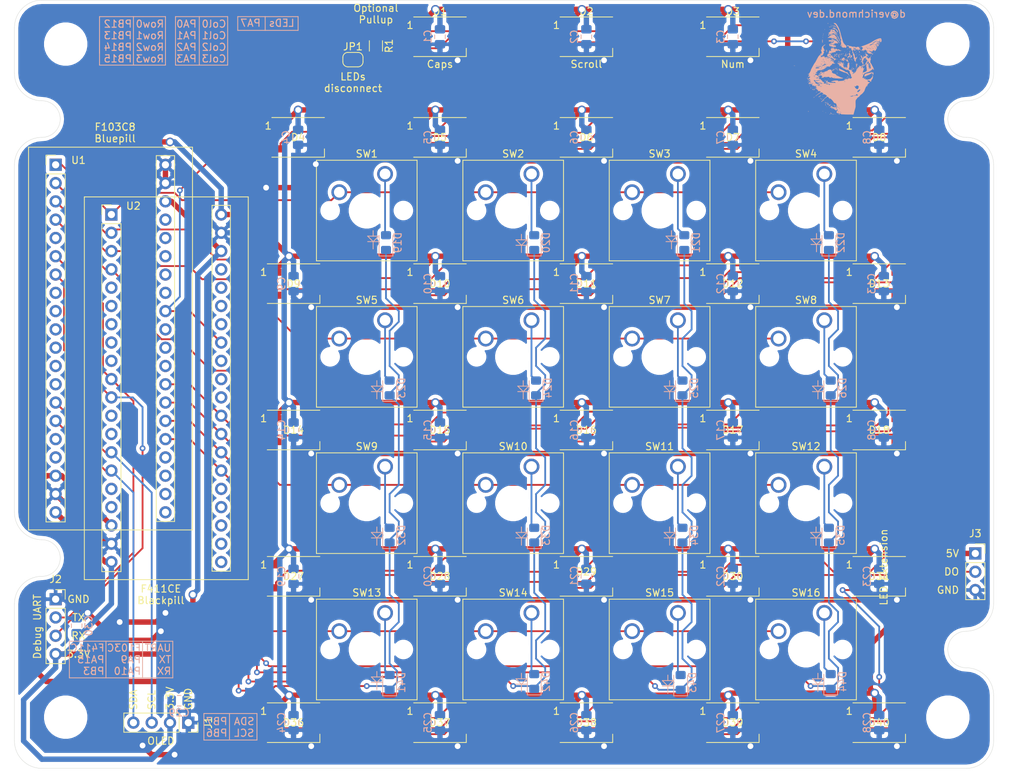
<source format=kicad_pcb>
(kicad_pcb (version 20171130) (host pcbnew "(5.1.9)-1")
  (layers (0 F.Cu signal) (31 B.Cu signal) (34 B.Paste user) (35 F.Paste user) (36 B.SilkS user) (37 F.SilkS user) (38 B.Mask user) (39 F.Mask user) (44 Edge.Cuts user))
  (net 0 "")
  (net 1 GND)
  (net 2 +5V)
  (net 3 "Net-(D1-Pad2)")
  (net 4 "Net-(D1-Pad4)")
  (net 5 "Net-(D2-Pad2)")
  (net 6 "Net-(D3-Pad2)")
  (net 7 "Net-(D4-Pad2)")
  (net 8 "Net-(D5-Pad2)")
  (net 9 "Net-(D6-Pad2)")
  (net 10 "Net-(D7-Pad2)")
  (net 11 "Net-(D8-Pad2)")
  (net 12 "Net-(D10-Pad4)")
  (net 13 "Net-(D10-Pad2)")
  (net 14 "Net-(D11-Pad2)")
  (net 15 "Net-(D12-Pad2)")
  (net 16 "Net-(D13-Pad2)")
  (net 17 "Net-(D14-Pad2)")
  (net 18 "Net-(D15-Pad2)")
  (net 19 "Net-(D16-Pad2)")
  (net 20 "Net-(D17-Pad2)")
  (net 21 "Net-(D18-Pad2)")
  (net 22 "Net-(D19-Pad2)")
  (net 23 /Col0)
  (net 24 "Net-(D20-Pad2)")
  (net 25 /Col1)
  (net 26 "Net-(D21-Pad2)")
  (net 27 /Col2)
  (net 28 "Net-(D22-Pad2)")
  (net 29 /Col3)
  (net 30 "Net-(D23-Pad2)")
  (net 31 "Net-(D24-Pad2)")
  (net 32 "Net-(D25-Pad2)")
  (net 33 "Net-(D26-Pad2)")
  (net 34 "Net-(D27-Pad2)")
  (net 35 "Net-(D28-Pad2)")
  (net 36 "Net-(D29-Pad2)")
  (net 37 "Net-(D30-Pad2)")
  (net 38 "Net-(D31-Pad2)")
  (net 39 "Net-(D32-Pad2)")
  (net 40 "Net-(D33-Pad2)")
  (net 41 "Net-(D34-Pad2)")
  (net 42 "Net-(D35-Pad2)")
  (net 43 "Net-(D36-Pad2)")
  (net 44 "Net-(D37-Pad2)")
  (net 45 "Net-(D38-Pad2)")
  (net 46 "Net-(D39-Pad2)")
  (net 47 "Net-(D40-Pad2)")
  (net 48 "Net-(D41-Pad2)")
  (net 49 "Net-(D42-Pad2)")
  (net 50 "Net-(D43-Pad2)")
  (net 51 "Net-(D44-Pad2)")
  (net 52 /SDA)
  (net 53 /SCL)
  (net 54 +3V3)
  (net 55 /RX)
  (net 56 /TX)
  (net 57 /LEDs)
  (net 58 /Row0)
  (net 59 /Row1)
  (net 60 /Row2)
  (net 61 /Row3)
  (net 62 "Net-(U1-Pad21)")
  (net 63 "Net-(U1-Pad22)")
  (net 64 "Net-(U1-Pad23)")
  (net 65 "Net-(U1-Pad17)")
  (net 66 "Net-(U1-Pad24)")
  (net 67 "Net-(U1-Pad16)")
  (net 68 "Net-(U1-Pad13)")
  (net 69 "Net-(U1-Pad12)")
  (net 70 "Net-(U1-Pad29)")
  (net 71 "Net-(U1-Pad11)")
  (net 72 "Net-(U1-Pad30)")
  (net 73 "Net-(U1-Pad10)")
  (net 74 "Net-(U1-Pad31)")
  (net 75 "Net-(U1-Pad9)")
  (net 76 "Net-(U1-Pad8)")
  (net 77 "Net-(U1-Pad33)")
  (net 78 "Net-(U1-Pad34)")
  (net 79 "Net-(U1-Pad35)")
  (net 80 "Net-(U1-Pad5)")
  (net 81 "Net-(U1-Pad36)")
  (net 82 "Net-(U1-Pad37)")
  (net 83 "Net-(U2-Pad36)")
  (net 84 "Net-(U2-Pad5)")
  (net 85 "Net-(U2-Pad6)")
  (net 86 "Net-(U2-Pad34)")
  (net 87 "Net-(U2-Pad8)")
  (net 88 "Net-(U2-Pad32)")
  (net 89 "Net-(U2-Pad9)")
  (net 90 "Net-(U2-Pad35)")
  (net 91 "Net-(U2-Pad31)")
  (net 92 "Net-(U2-Pad7)")
  (net 93 "Net-(U2-Pad30)")
  (net 94 "Net-(U2-Pad12)")
  (net 95 "Net-(U2-Pad23)")
  (net 96 "Net-(U2-Pad22)")
  (net 97 "Net-(U2-Pad25)")
  (net 98 "Net-(U2-Pad21)")
  (net 99 "Net-(U2-Pad24)")
  (net 100 "Net-(U2-Pad13)")
  (net 101 "Net-(U2-Pad17)")
  (net 102 "Net-(U2-Pad16)")
  (module Images:amber (layer B.Cu) (at 205.74 55.245 180)
    (fp_text reference G*** hide)
    (fp_text value LOGO hide)
  )
  (module MiniKeyboard:F411CE-Blackpill (layer F.Cu) (at 99.695 73.025)
    (fp_text reference U2 (at 6.985 1.27 180) (layer F.SilkS))
    (fp_text value F411CE_BlackPill)
    (pad 1 thru_hole rect (at 3.93 2.46) (size 1.7 1.7) (drill 1) (layers *.Cu *.Mask) (net 58 /Row0))
    (pad 4 thru_hole circle (at 3.93 10.08) (size 1.7 1.7) (drill 1) (layers *.Cu *.Mask) (net 61 /Row3))
    (pad 3 thru_hole circle (at 3.93 7.54) (size 1.7 1.7) (drill 1) (layers *.Cu *.Mask) (net 60 /Row2))
    (pad 38 thru_hole circle (at 19.17 7.54) (size 1.7 1.7) (drill 1) (layers *.Cu *.Mask) (net 54 +3V3))
    (pad 36 thru_hole circle (at 19.17 12.62) (size 1.7 1.7) (drill 1) (layers *.Cu *.Mask) (net 83 "Net-(U2-Pad36)"))
    (pad 5 thru_hole circle (at 3.93 12.62) (size 1.7 1.7) (drill 1) (layers *.Cu *.Mask) (net 84 "Net-(U2-Pad5)"))
    (pad 6 thru_hole circle (at 3.93 15.16) (size 1.7 1.7) (drill 1) (layers *.Cu *.Mask) (net 85 "Net-(U2-Pad6)"))
    (pad 34 thru_hole circle (at 19.17 17.7) (size 1.7 1.7) (drill 1) (layers *.Cu *.Mask) (net 86 "Net-(U2-Pad34)"))
    (pad 33 thru_hole circle (at 19.17 20.24) (size 1.7 1.7) (drill 1) (layers *.Cu *.Mask) (net 57 /LEDs))
    (pad 40 thru_hole circle (at 19.17 2.46) (size 1.7 1.7) (drill 1) (layers *.Cu *.Mask) (net 2 +5V))
    (pad 8 thru_hole circle (at 3.93 20.24) (size 1.7 1.7) (drill 1) (layers *.Cu *.Mask) (net 87 "Net-(U2-Pad8)"))
    (pad 37 thru_hole circle (at 19.17 10.08) (size 1.7 1.7) (drill 1) (layers *.Cu *.Mask))
    (pad 39 thru_hole circle (at 19.17 5) (size 1.7 1.7) (drill 1) (layers *.Cu *.Mask) (net 1 GND))
    (pad 32 thru_hole circle (at 19.17 22.78) (size 1.7 1.7) (drill 1) (layers *.Cu *.Mask) (net 88 "Net-(U2-Pad32)"))
    (pad 9 thru_hole circle (at 3.93 22.78) (size 1.7 1.7) (drill 1) (layers *.Cu *.Mask) (net 89 "Net-(U2-Pad9)"))
    (pad 35 thru_hole circle (at 19.17 15.16) (size 1.7 1.7) (drill 1) (layers *.Cu *.Mask) (net 90 "Net-(U2-Pad35)"))
    (pad 31 thru_hole circle (at 19.17 25.32) (size 1.7 1.7) (drill 1) (layers *.Cu *.Mask) (net 91 "Net-(U2-Pad31)"))
    (pad 10 thru_hole circle (at 3.93 25.32) (size 1.7 1.7) (drill 1) (layers *.Cu *.Mask) (net 56 /TX))
    (pad 7 thru_hole circle (at 3.93 17.7) (size 1.7 1.7) (drill 1) (layers *.Cu *.Mask) (net 92 "Net-(U2-Pad7)"))
    (pad 2 thru_hole circle (at 3.93 5) (size 1.7 1.7) (drill 1) (layers *.Cu *.Mask) (net 59 /Row1))
    (pad 30 thru_hole circle (at 19.17 27.86) (size 1.7 1.7) (drill 1) (layers *.Cu *.Mask) (net 93 "Net-(U2-Pad30)"))
    (pad 12 thru_hole circle (at 3.93 30.4) (size 1.7 1.7) (drill 1) (layers *.Cu *.Mask) (net 94 "Net-(U2-Pad12)"))
    (pad 23 thru_hole circle (at 19.17 45.64) (size 1.7 1.7) (drill 1) (layers *.Cu *.Mask) (net 95 "Net-(U2-Pad23)"))
    (pad 22 thru_hole circle (at 19.17 48.18) (size 1.7 1.7) (drill 1) (layers *.Cu *.Mask) (net 96 "Net-(U2-Pad22)"))
    (pad 20 thru_hole circle (at 3.93 50.72) (size 1.7 1.7) (drill 1) (layers *.Cu *.Mask) (net 54 +3V3))
    (pad 25 thru_hole circle (at 19.17 40.56) (size 1.7 1.7) (drill 1) (layers *.Cu *.Mask) (net 97 "Net-(U2-Pad25)"))
    (pad 21 thru_hole circle (at 19.17 50.72) (size 1.7 1.7) (drill 1) (layers *.Cu *.Mask) (net 98 "Net-(U2-Pad21)"))
    (pad 24 thru_hole circle (at 19.17 43.1) (size 1.7 1.7) (drill 1) (layers *.Cu *.Mask) (net 99 "Net-(U2-Pad24)"))
    (pad 13 thru_hole circle (at 3.93 32.94) (size 1.7 1.7) (drill 1) (layers *.Cu *.Mask) (net 100 "Net-(U2-Pad13)"))
    (pad 14 thru_hole circle (at 3.93 35.48) (size 1.7 1.7) (drill 1) (layers *.Cu *.Mask) (net 53 /SCL))
    (pad 27 thru_hole circle (at 19.17 35.48) (size 1.7 1.7) (drill 1) (layers *.Cu *.Mask) (net 25 /Col1))
    (pad 29 thru_hole circle (at 19.17 30.4) (size 1.7 1.7) (drill 1) (layers *.Cu *.Mask) (net 29 /Col3))
    (pad 28 thru_hole circle (at 19.17 32.94) (size 1.7 1.7) (drill 1) (layers *.Cu *.Mask) (net 27 /Col2))
    (pad 15 thru_hole circle (at 3.93 38.02) (size 1.7 1.7) (drill 1) (layers *.Cu *.Mask) (net 52 /SDA))
    (pad 19 thru_hole circle (at 3.93 48.18) (size 1.7 1.7) (drill 1) (layers *.Cu *.Mask) (net 1 GND))
    (pad 11 thru_hole circle (at 3.93 27.86) (size 1.7 1.7) (drill 1) (layers *.Cu *.Mask) (net 55 /RX))
    (pad 17 thru_hole circle (at 3.93 43.1) (size 1.7 1.7) (drill 1) (layers *.Cu *.Mask) (net 101 "Net-(U2-Pad17)"))
    (pad 26 thru_hole circle (at 19.17 38.02) (size 1.7 1.7) (drill 1) (layers *.Cu *.Mask) (net 23 /Col0))
    (pad 16 thru_hole circle (at 3.93 40.56) (size 1.7 1.7) (drill 1) (layers *.Cu *.Mask) (net 102 "Net-(U2-Pad16)"))
    (pad 18 thru_hole circle (at 3.93 45.64) (size 1.7 1.7) (drill 1) (layers *.Cu *.Mask) (net 2 +5V))
  )
  (module PIllBoards:YAAJ_BluePill_2 (layer F.Cu) (at 95.885 68.58)
    (fp_text reference U1 (at 3.175 -0.635) (layer F.SilkS))
    (fp_text value YAAJ_BluePill hide)
    (pad 20 thru_hole circle (at 0 48.26) (size 1.7 1.7) (drill 1) (layers *.Cu *.Mask) (net 54 +3V3))
    (pad 21 thru_hole circle (at 15.24 48.26) (size 1.7 1.7) (drill 1) (layers *.Cu *.Mask) (net 62 "Net-(U1-Pad21)"))
    (pad 19 thru_hole circle (at 0 45.72) (size 1.7 1.7) (drill 1) (layers *.Cu *.Mask) (net 1 GND))
    (pad 22 thru_hole circle (at 15.24 45.72) (size 1.7 1.7) (drill 1) (layers *.Cu *.Mask) (net 63 "Net-(U1-Pad22)"))
    (pad 18 thru_hole circle (at 0 43.18) (size 1.7 1.7) (drill 1) (layers *.Cu *.Mask) (net 2 +5V))
    (pad 23 thru_hole circle (at 15.24 43.18) (size 1.7 1.7) (drill 1) (layers *.Cu *.Mask) (net 64 "Net-(U1-Pad23)"))
    (pad 17 thru_hole circle (at 0 40.64) (size 1.7 1.7) (drill 1) (layers *.Cu *.Mask) (net 65 "Net-(U1-Pad17)"))
    (pad 24 thru_hole circle (at 15.24 40.64) (size 1.7 1.7) (drill 1) (layers *.Cu *.Mask) (net 66 "Net-(U1-Pad24)"))
    (pad 16 thru_hole circle (at 0 38.1) (size 1.7 1.7) (drill 1) (layers *.Cu *.Mask) (net 67 "Net-(U1-Pad16)"))
    (pad 25 thru_hole circle (at 15.24 38.1) (size 1.7 1.7) (drill 1) (layers *.Cu *.Mask) (net 23 /Col0))
    (pad 15 thru_hole circle (at 0 35.56) (size 1.7 1.7) (drill 1) (layers *.Cu *.Mask) (net 52 /SDA))
    (pad 26 thru_hole circle (at 15.24 35.56) (size 1.7 1.7) (drill 1) (layers *.Cu *.Mask) (net 25 /Col1))
    (pad 14 thru_hole circle (at 0 33.02) (size 1.7 1.7) (drill 1) (layers *.Cu *.Mask) (net 53 /SCL))
    (pad 27 thru_hole circle (at 15.24 33.02) (size 1.7 1.7) (drill 1) (layers *.Cu *.Mask) (net 27 /Col2))
    (pad 13 thru_hole circle (at 0 30.48) (size 1.7 1.7) (drill 1) (layers *.Cu *.Mask) (net 68 "Net-(U1-Pad13)"))
    (pad 28 thru_hole circle (at 15.24 30.48) (size 1.7 1.7) (drill 1) (layers *.Cu *.Mask) (net 29 /Col3))
    (pad 12 thru_hole circle (at 0 27.94) (size 1.7 1.7) (drill 1) (layers *.Cu *.Mask) (net 69 "Net-(U1-Pad12)"))
    (pad 29 thru_hole circle (at 15.24 27.94) (size 1.7 1.7) (drill 1) (layers *.Cu *.Mask) (net 70 "Net-(U1-Pad29)"))
    (pad 11 thru_hole circle (at 0 25.4) (size 1.7 1.7) (drill 1) (layers *.Cu *.Mask) (net 71 "Net-(U1-Pad11)"))
    (pad 30 thru_hole circle (at 15.24 25.4) (size 1.7 1.7) (drill 1) (layers *.Cu *.Mask) (net 72 "Net-(U1-Pad30)"))
    (pad 10 thru_hole circle (at 0 22.86) (size 1.7 1.7) (drill 1) (layers *.Cu *.Mask) (net 73 "Net-(U1-Pad10)"))
    (pad 31 thru_hole circle (at 15.24 22.86) (size 1.7 1.7) (drill 1) (layers *.Cu *.Mask) (net 74 "Net-(U1-Pad31)"))
    (pad 9 thru_hole circle (at 0 20.32) (size 1.7 1.7) (drill 1) (layers *.Cu *.Mask) (net 75 "Net-(U1-Pad9)"))
    (pad 32 thru_hole circle (at 15.24 20.32) (size 1.7 1.7) (drill 1) (layers *.Cu *.Mask) (net 57 /LEDs))
    (pad 8 thru_hole circle (at 0 17.78) (size 1.7 1.7) (drill 1) (layers *.Cu *.Mask) (net 76 "Net-(U1-Pad8)"))
    (pad 33 thru_hole circle (at 15.24 17.78) (size 1.7 1.7) (drill 1) (layers *.Cu *.Mask) (net 77 "Net-(U1-Pad33)"))
    (pad 7 thru_hole circle (at 0 15.24) (size 1.7 1.7) (drill 1) (layers *.Cu *.Mask) (net 55 /RX))
    (pad 34 thru_hole circle (at 15.24 15.24) (size 1.7 1.7) (drill 1) (layers *.Cu *.Mask) (net 78 "Net-(U1-Pad34)"))
    (pad 6 thru_hole circle (at 0 12.7) (size 1.7 1.7) (drill 1) (layers *.Cu *.Mask) (net 56 /TX))
    (pad 35 thru_hole circle (at 15.24 12.7) (size 1.7 1.7) (drill 1) (layers *.Cu *.Mask) (net 79 "Net-(U1-Pad35)"))
    (pad 5 thru_hole circle (at 0 10.16) (size 1.7 1.7) (drill 1) (layers *.Cu *.Mask) (net 80 "Net-(U1-Pad5)"))
    (pad 36 thru_hole circle (at 15.24 10.16) (size 1.7 1.7) (drill 1) (layers *.Cu *.Mask) (net 81 "Net-(U1-Pad36)"))
    (pad 4 thru_hole circle (at 0 7.62) (size 1.7 1.7) (drill 1) (layers *.Cu *.Mask) (net 61 /Row3))
    (pad 37 thru_hole circle (at 15.24 7.62) (size 1.7 1.7) (drill 1) (layers *.Cu *.Mask) (net 82 "Net-(U1-Pad37)"))
    (pad 3 thru_hole circle (at 0 5.08) (size 1.7 1.7) (drill 1) (layers *.Cu *.Mask) (net 60 /Row2))
    (pad 38 thru_hole circle (at 15.24 5.08) (size 1.7 1.7) (drill 1) (layers *.Cu *.Mask) (net 54 +3V3))
    (pad 2 thru_hole circle (at 0 2.54) (size 1.7 1.7) (drill 1) (layers *.Cu *.Mask) (net 59 /Row1))
    (pad 39 thru_hole circle (at 15.24 2.54) (size 1.7 1.7) (drill 1) (layers *.Cu *.Mask) (net 1 GND))
    (pad 1 thru_hole rect (at 0 0) (size 1.7 1.7) (drill 1) (layers *.Cu *.Mask) (net 58 /Row0))
    (pad 40 thru_hole circle (at 15.24 0) (size 1.7 1.7) (drill 1) (layers *.Cu *.Mask) (net 1 GND))
  )
  (module Button_Switch_Keyboard:SW_Cherry_MX_1.00u_PCB (layer F.Cu) (at 202.565 130.81)
    (fp_text reference SW16 (at -2.54 -2.794) (layer F.SilkS))
    (fp_text value SW_Push)
    (pad "" np_thru_hole circle (at 2.54 5.08) (size 1.7 1.7) (drill 1.7) (layers *.Cu *.Mask))
    (pad "" np_thru_hole circle (at -7.62 5.08) (size 1.7 1.7) (drill 1.7) (layers *.Cu *.Mask))
    (pad "" np_thru_hole circle (at -2.54 5.08) (size 4 4) (drill 4) (layers *.Cu *.Mask))
    (pad 2 thru_hole circle (at -6.35 2.54) (size 2.2 2.2) (drill 1.5) (layers *.Cu *.Mask) (net 61 /Row3))
    (pad 1 thru_hole circle (at 0 0) (size 2.2 2.2) (drill 1.5) (layers *.Cu *.Mask) (net 51 "Net-(D44-Pad2)"))
  )
  (module Button_Switch_Keyboard:SW_Cherry_MX_1.00u_PCB (layer F.Cu) (at 182.245 130.81)
    (fp_text reference SW15 (at -2.54 -2.794) (layer F.SilkS))
    (fp_text value SW_Push)
    (pad "" np_thru_hole circle (at 2.54 5.08) (size 1.7 1.7) (drill 1.7) (layers *.Cu *.Mask))
    (pad "" np_thru_hole circle (at -7.62 5.08) (size 1.7 1.7) (drill 1.7) (layers *.Cu *.Mask))
    (pad "" np_thru_hole circle (at -2.54 5.08) (size 4 4) (drill 4) (layers *.Cu *.Mask))
    (pad 2 thru_hole circle (at -6.35 2.54) (size 2.2 2.2) (drill 1.5) (layers *.Cu *.Mask) (net 61 /Row3))
    (pad 1 thru_hole circle (at 0 0) (size 2.2 2.2) (drill 1.5) (layers *.Cu *.Mask) (net 50 "Net-(D43-Pad2)"))
  )
  (module Button_Switch_Keyboard:SW_Cherry_MX_1.00u_PCB (layer F.Cu) (at 161.925 130.81)
    (fp_text reference SW14 (at -2.54 -2.794) (layer F.SilkS))
    (fp_text value SW_Push)
    (pad "" np_thru_hole circle (at 2.54 5.08) (size 1.7 1.7) (drill 1.7) (layers *.Cu *.Mask))
    (pad "" np_thru_hole circle (at -7.62 5.08) (size 1.7 1.7) (drill 1.7) (layers *.Cu *.Mask))
    (pad "" np_thru_hole circle (at -2.54 5.08) (size 4 4) (drill 4) (layers *.Cu *.Mask))
    (pad 2 thru_hole circle (at -6.35 2.54) (size 2.2 2.2) (drill 1.5) (layers *.Cu *.Mask) (net 61 /Row3))
    (pad 1 thru_hole circle (at 0 0) (size 2.2 2.2) (drill 1.5) (layers *.Cu *.Mask) (net 49 "Net-(D42-Pad2)"))
  )
  (module Button_Switch_Keyboard:SW_Cherry_MX_1.00u_PCB (layer F.Cu) (at 141.605 130.81)
    (fp_text reference SW13 (at -2.54 -2.794) (layer F.SilkS))
    (fp_text value SW_Push)
    (pad "" np_thru_hole circle (at 2.54 5.08) (size 1.7 1.7) (drill 1.7) (layers *.Cu *.Mask))
    (pad "" np_thru_hole circle (at -7.62 5.08) (size 1.7 1.7) (drill 1.7) (layers *.Cu *.Mask))
    (pad "" np_thru_hole circle (at -2.54 5.08) (size 4 4) (drill 4) (layers *.Cu *.Mask))
    (pad 2 thru_hole circle (at -6.35 2.54) (size 2.2 2.2) (drill 1.5) (layers *.Cu *.Mask) (net 61 /Row3))
    (pad 1 thru_hole circle (at 0 0) (size 2.2 2.2) (drill 1.5) (layers *.Cu *.Mask) (net 48 "Net-(D41-Pad2)"))
  )
  (module Button_Switch_Keyboard:SW_Cherry_MX_1.00u_PCB (layer F.Cu) (at 202.565 110.49)
    (fp_text reference SW12 (at -2.54 -2.794) (layer F.SilkS))
    (fp_text value SW_Push)
    (pad "" np_thru_hole circle (at 2.54 5.08) (size 1.7 1.7) (drill 1.7) (layers *.Cu *.Mask))
    (pad "" np_thru_hole circle (at -7.62 5.08) (size 1.7 1.7) (drill 1.7) (layers *.Cu *.Mask))
    (pad "" np_thru_hole circle (at -2.54 5.08) (size 4 4) (drill 4) (layers *.Cu *.Mask))
    (pad 2 thru_hole circle (at -6.35 2.54) (size 2.2 2.2) (drill 1.5) (layers *.Cu *.Mask) (net 60 /Row2))
    (pad 1 thru_hole circle (at 0 0) (size 2.2 2.2) (drill 1.5) (layers *.Cu *.Mask) (net 42 "Net-(D35-Pad2)"))
  )
  (module Button_Switch_Keyboard:SW_Cherry_MX_1.00u_PCB (layer F.Cu) (at 182.245 110.49)
    (fp_text reference SW11 (at -2.54 -2.794) (layer F.SilkS))
    (fp_text value SW_Push)
    (pad "" np_thru_hole circle (at 2.54 5.08) (size 1.7 1.7) (drill 1.7) (layers *.Cu *.Mask))
    (pad "" np_thru_hole circle (at -7.62 5.08) (size 1.7 1.7) (drill 1.7) (layers *.Cu *.Mask))
    (pad "" np_thru_hole circle (at -2.54 5.08) (size 4 4) (drill 4) (layers *.Cu *.Mask))
    (pad 2 thru_hole circle (at -6.35 2.54) (size 2.2 2.2) (drill 1.5) (layers *.Cu *.Mask) (net 60 /Row2))
    (pad 1 thru_hole circle (at 0 0) (size 2.2 2.2) (drill 1.5) (layers *.Cu *.Mask) (net 41 "Net-(D34-Pad2)"))
  )
  (module Button_Switch_Keyboard:SW_Cherry_MX_1.00u_PCB (layer F.Cu) (at 161.925 110.49)
    (fp_text reference SW10 (at -2.54 -2.794) (layer F.SilkS))
    (fp_text value SW_Push)
    (pad "" np_thru_hole circle (at 2.54 5.08) (size 1.7 1.7) (drill 1.7) (layers *.Cu *.Mask))
    (pad "" np_thru_hole circle (at -7.62 5.08) (size 1.7 1.7) (drill 1.7) (layers *.Cu *.Mask))
    (pad "" np_thru_hole circle (at -2.54 5.08) (size 4 4) (drill 4) (layers *.Cu *.Mask))
    (pad 2 thru_hole circle (at -6.35 2.54) (size 2.2 2.2) (drill 1.5) (layers *.Cu *.Mask) (net 60 /Row2))
    (pad 1 thru_hole circle (at 0 0) (size 2.2 2.2) (drill 1.5) (layers *.Cu *.Mask) (net 40 "Net-(D33-Pad2)"))
  )
  (module Button_Switch_Keyboard:SW_Cherry_MX_1.00u_PCB (layer F.Cu) (at 141.605 110.49)
    (fp_text reference SW9 (at -2.54 -2.794) (layer F.SilkS))
    (fp_text value SW_Push)
    (pad "" np_thru_hole circle (at 2.54 5.08) (size 1.7 1.7) (drill 1.7) (layers *.Cu *.Mask))
    (pad "" np_thru_hole circle (at -7.62 5.08) (size 1.7 1.7) (drill 1.7) (layers *.Cu *.Mask))
    (pad "" np_thru_hole circle (at -2.54 5.08) (size 4 4) (drill 4) (layers *.Cu *.Mask))
    (pad 2 thru_hole circle (at -6.35 2.54) (size 2.2 2.2) (drill 1.5) (layers *.Cu *.Mask) (net 60 /Row2))
    (pad 1 thru_hole circle (at 0 0) (size 2.2 2.2) (drill 1.5) (layers *.Cu *.Mask) (net 39 "Net-(D32-Pad2)"))
  )
  (module Button_Switch_Keyboard:SW_Cherry_MX_1.00u_PCB (layer F.Cu) (at 202.565 90.17)
    (fp_text reference SW8 (at -2.54 -2.794) (layer F.SilkS))
    (fp_text value SW_Push)
    (pad "" np_thru_hole circle (at 2.54 5.08) (size 1.7 1.7) (drill 1.7) (layers *.Cu *.Mask))
    (pad "" np_thru_hole circle (at -7.62 5.08) (size 1.7 1.7) (drill 1.7) (layers *.Cu *.Mask))
    (pad "" np_thru_hole circle (at -2.54 5.08) (size 4 4) (drill 4) (layers *.Cu *.Mask))
    (pad 2 thru_hole circle (at -6.35 2.54) (size 2.2 2.2) (drill 1.5) (layers *.Cu *.Mask) (net 59 /Row1))
    (pad 1 thru_hole circle (at 0 0) (size 2.2 2.2) (drill 1.5) (layers *.Cu *.Mask) (net 33 "Net-(D26-Pad2)"))
  )
  (module Button_Switch_Keyboard:SW_Cherry_MX_1.00u_PCB (layer F.Cu) (at 182.245 90.17)
    (fp_text reference SW7 (at -2.54 -2.794) (layer F.SilkS))
    (fp_text value SW_Push)
    (pad "" np_thru_hole circle (at 2.54 5.08) (size 1.7 1.7) (drill 1.7) (layers *.Cu *.Mask))
    (pad "" np_thru_hole circle (at -7.62 5.08) (size 1.7 1.7) (drill 1.7) (layers *.Cu *.Mask))
    (pad "" np_thru_hole circle (at -2.54 5.08) (size 4 4) (drill 4) (layers *.Cu *.Mask))
    (pad 2 thru_hole circle (at -6.35 2.54) (size 2.2 2.2) (drill 1.5) (layers *.Cu *.Mask) (net 59 /Row1))
    (pad 1 thru_hole circle (at 0 0) (size 2.2 2.2) (drill 1.5) (layers *.Cu *.Mask) (net 32 "Net-(D25-Pad2)"))
  )
  (module Button_Switch_Keyboard:SW_Cherry_MX_1.00u_PCB (layer F.Cu) (at 161.925 90.17)
    (fp_text reference SW6 (at -2.54 -2.794) (layer F.SilkS))
    (fp_text value SW_Push)
    (pad "" np_thru_hole circle (at 2.54 5.08) (size 1.7 1.7) (drill 1.7) (layers *.Cu *.Mask))
    (pad "" np_thru_hole circle (at -7.62 5.08) (size 1.7 1.7) (drill 1.7) (layers *.Cu *.Mask))
    (pad "" np_thru_hole circle (at -2.54 5.08) (size 4 4) (drill 4) (layers *.Cu *.Mask))
    (pad 2 thru_hole circle (at -6.35 2.54) (size 2.2 2.2) (drill 1.5) (layers *.Cu *.Mask) (net 59 /Row1))
    (pad 1 thru_hole circle (at 0 0) (size 2.2 2.2) (drill 1.5) (layers *.Cu *.Mask) (net 31 "Net-(D24-Pad2)"))
  )
  (module Button_Switch_Keyboard:SW_Cherry_MX_1.00u_PCB (layer F.Cu) (at 141.605 90.17)
    (fp_text reference SW5 (at -2.54 -2.794) (layer F.SilkS))
    (fp_text value SW_Push)
    (pad "" np_thru_hole circle (at 2.54 5.08) (size 1.7 1.7) (drill 1.7) (layers *.Cu *.Mask))
    (pad "" np_thru_hole circle (at -7.62 5.08) (size 1.7 1.7) (drill 1.7) (layers *.Cu *.Mask))
    (pad "" np_thru_hole circle (at -2.54 5.08) (size 4 4) (drill 4) (layers *.Cu *.Mask))
    (pad 2 thru_hole circle (at -6.35 2.54) (size 2.2 2.2) (drill 1.5) (layers *.Cu *.Mask) (net 59 /Row1))
    (pad 1 thru_hole circle (at 0 0) (size 2.2 2.2) (drill 1.5) (layers *.Cu *.Mask) (net 30 "Net-(D23-Pad2)"))
  )
  (module Button_Switch_Keyboard:SW_Cherry_MX_1.00u_PCB (layer F.Cu) (at 202.565 69.85)
    (fp_text reference SW4 (at -2.54 -2.794) (layer F.SilkS))
    (fp_text value SW_Push)
    (pad "" np_thru_hole circle (at 2.54 5.08) (size 1.7 1.7) (drill 1.7) (layers *.Cu *.Mask))
    (pad "" np_thru_hole circle (at -7.62 5.08) (size 1.7 1.7) (drill 1.7) (layers *.Cu *.Mask))
    (pad "" np_thru_hole circle (at -2.54 5.08) (size 4 4) (drill 4) (layers *.Cu *.Mask))
    (pad 2 thru_hole circle (at -6.35 2.54) (size 2.2 2.2) (drill 1.5) (layers *.Cu *.Mask) (net 58 /Row0))
    (pad 1 thru_hole circle (at 0 0) (size 2.2 2.2) (drill 1.5) (layers *.Cu *.Mask) (net 28 "Net-(D22-Pad2)"))
  )
  (module Button_Switch_Keyboard:SW_Cherry_MX_1.00u_PCB (layer F.Cu) (at 182.245 69.85)
    (fp_text reference SW3 (at -2.54 -2.794) (layer F.SilkS))
    (fp_text value SW_Push)
    (pad "" np_thru_hole circle (at 2.54 5.08) (size 1.7 1.7) (drill 1.7) (layers *.Cu *.Mask))
    (pad "" np_thru_hole circle (at -7.62 5.08) (size 1.7 1.7) (drill 1.7) (layers *.Cu *.Mask))
    (pad "" np_thru_hole circle (at -2.54 5.08) (size 4 4) (drill 4) (layers *.Cu *.Mask))
    (pad 2 thru_hole circle (at -6.35 2.54) (size 2.2 2.2) (drill 1.5) (layers *.Cu *.Mask) (net 58 /Row0))
    (pad 1 thru_hole circle (at 0 0) (size 2.2 2.2) (drill 1.5) (layers *.Cu *.Mask) (net 26 "Net-(D21-Pad2)"))
  )
  (module Button_Switch_Keyboard:SW_Cherry_MX_1.00u_PCB (layer F.Cu) (at 161.925 69.85)
    (fp_text reference SW2 (at -2.54 -2.794) (layer F.SilkS))
    (fp_text value SW_Push)
    (pad "" np_thru_hole circle (at 2.54 5.08) (size 1.7 1.7) (drill 1.7) (layers *.Cu *.Mask))
    (pad "" np_thru_hole circle (at -7.62 5.08) (size 1.7 1.7) (drill 1.7) (layers *.Cu *.Mask))
    (pad "" np_thru_hole circle (at -2.54 5.08) (size 4 4) (drill 4) (layers *.Cu *.Mask))
    (pad 2 thru_hole circle (at -6.35 2.54) (size 2.2 2.2) (drill 1.5) (layers *.Cu *.Mask) (net 58 /Row0))
    (pad 1 thru_hole circle (at 0 0) (size 2.2 2.2) (drill 1.5) (layers *.Cu *.Mask) (net 24 "Net-(D20-Pad2)"))
  )
  (module Button_Switch_Keyboard:SW_Cherry_MX_1.00u_PCB (layer F.Cu) (at 141.605 69.85)
    (fp_text reference SW1 (at -2.54 -2.794) (layer F.SilkS))
    (fp_text value SW_Push)
    (pad "" np_thru_hole circle (at 2.54 5.08) (size 1.7 1.7) (drill 1.7) (layers *.Cu *.Mask))
    (pad "" np_thru_hole circle (at -7.62 5.08) (size 1.7 1.7) (drill 1.7) (layers *.Cu *.Mask))
    (pad "" np_thru_hole circle (at -2.54 5.08) (size 4 4) (drill 4) (layers *.Cu *.Mask))
    (pad 2 thru_hole circle (at -6.35 2.54) (size 2.2 2.2) (drill 1.5) (layers *.Cu *.Mask) (net 58 /Row0))
    (pad 1 thru_hole circle (at 0 0) (size 2.2 2.2) (drill 1.5) (layers *.Cu *.Mask) (net 22 "Net-(D19-Pad2)"))
  )
  (module Resistor_SMD:R_1206_3216Metric_Pad1.30x1.75mm_HandSolder (layer F.Cu) (at 140.335 52.07 270)
    (fp_text reference R1 (at 0 -1.82 90) (layer F.SilkS))
    (fp_text value R)
    (pad 2 smd roundrect (at 1.55 0 270) (size 1.3 1.75) (layers F.Cu F.Paste F.Mask) (roundrect_rratio 0.192308) (net 4 "Net-(D1-Pad4)"))
    (pad 1 smd roundrect (at -1.55 0 270) (size 1.3 1.75) (layers F.Cu F.Paste F.Mask) (roundrect_rratio 0.192308) (net 2 +5V))
  )
  (module Jumper:SolderJumper-2_P1.3mm_Bridged_RoundedPad1.0x1.5mm (layer F.Cu) (at 137.145 53.975)
    (fp_text reference JP1 (at 0 -1.8) (layer F.SilkS))
    (fp_text value Jumper)
    (fp_poly (pts (xy 0.25 -0.3) (xy -0.25 -0.3) (xy -0.25 0.3) (xy 0.25 0.3)) (layer F.Cu) (width 0))
    (pad 1 smd custom (at -0.65 0) (size 1 0.5) (layers F.Cu F.Mask) (net 57 /LEDs) (options (clearance outline) (anchor rect)) (primitives (gr_circle (center 0 0.25) (end 0.5 0.25) (width 0)) (gr_circle (center 0 -0.25) (end 0.5 -0.25) (width 0)) (gr_poly (pts (xy 0 -0.75) (xy 0.5 -0.75) (xy 0.5 0.75) (xy 0 0.75)) (width 0))))
    (pad 2 smd custom (at 0.65 0) (size 1 0.5) (layers F.Cu F.Mask) (net 4 "Net-(D1-Pad4)") (options (clearance outline) (anchor rect)) (primitives (gr_circle (center 0 0.25) (end 0.5 0.25) (width 0)) (gr_circle (center 0 -0.25) (end 0.5 -0.25) (width 0)) (gr_poly (pts (xy 0 -0.75) (xy -0.5 -0.75) (xy -0.5 0.75) (xy 0 0.75)) (width 0))))
  )
  (module Connector_PinSocket_2.54mm:PinSocket_1x03_P2.54mm_Vertical (layer F.Cu) (at 223.52 122.555)
    (fp_text reference J3 (at 0 -2.77) (layer F.SilkS))
    (fp_text value Conn_01x03_Male)
    (pad 3 thru_hole oval (at 0 5.08) (size 1.7 1.7) (drill 1) (layers *.Cu *.Mask) (net 1 GND))
    (pad 2 thru_hole oval (at 0 2.54) (size 1.7 1.7) (drill 1) (layers *.Cu *.Mask) (net 47 "Net-(D40-Pad2)"))
    (pad 1 thru_hole rect (at 0 0) (size 1.7 1.7) (drill 1) (layers *.Cu *.Mask) (net 2 +5V))
  )
  (module Connector_PinSocket_2.54mm:PinSocket_1x04_P2.54mm_Vertical (layer F.Cu) (at 95.885 128.905)
    (fp_text reference J2 (at 0 -2.77) (layer F.SilkS))
    (fp_text value Conn_01x04_Female)
    (pad 4 thru_hole oval (at 0 7.62) (size 1.7 1.7) (drill 1) (layers *.Cu *.Mask) (net 54 +3V3))
    (pad 3 thru_hole oval (at 0 5.08) (size 1.7 1.7) (drill 1) (layers *.Cu *.Mask) (net 55 /RX))
    (pad 2 thru_hole oval (at 0 2.54) (size 1.7 1.7) (drill 1) (layers *.Cu *.Mask) (net 56 /TX))
    (pad 1 thru_hole rect (at 0 0) (size 1.7 1.7) (drill 1) (layers *.Cu *.Mask) (net 1 GND))
  )
  (module Connector_PinSocket_2.54mm:PinSocket_1x04_P2.54mm_Vertical (layer F.Cu) (at 114.3 146.05 270)
    (fp_text reference J1 (at 0 -2.77 90) (layer F.SilkS))
    (fp_text value Conn_01x04_Female)
    (pad 4 thru_hole oval (at 0 7.62 270) (size 1.7 1.7) (drill 1) (layers *.Cu *.Mask) (net 52 /SDA))
    (pad 3 thru_hole oval (at 0 5.08 270) (size 1.7 1.7) (drill 1) (layers *.Cu *.Mask) (net 53 /SCL))
    (pad 2 thru_hole oval (at 0 2.54 270) (size 1.7 1.7) (drill 1) (layers *.Cu *.Mask) (net 54 +3V3))
    (pad 1 thru_hole rect (at 0 0 270) (size 1.7 1.7) (drill 1) (layers *.Cu *.Mask) (net 1 GND))
  )
  (module MountingHole:MountingHole_5mm (layer F.Cu) (at 219.71 51.816)
    (fp_text reference H4 hide)
    (fp_text value MountingHole)
    (pad 1 np_thru_hole circle (at 0 0) (size 5 5) (drill 5) (layers *.Cu *.Mask))
  )
  (module MountingHole:MountingHole_5mm (layer F.Cu) (at 97.282 145.288)
    (fp_text reference H3 hide)
    (fp_text value MountingHole)
    (pad 1 np_thru_hole circle (at 0 0) (size 5 5) (drill 5) (layers *.Cu *.Mask))
  )
  (module MountingHole:MountingHole_5mm (layer F.Cu) (at 97.282 51.816)
    (fp_text reference H2 hide)
    (fp_text value MountingHole)
    (pad 1 np_thru_hole circle (at 0 0) (size 5 5) (drill 5) (layers *.Cu *.Mask))
  )
  (module MountingHole:MountingHole_5mm (layer F.Cu) (at 219.71 145.288)
    (fp_text reference H1 hide)
    (fp_text value MountingHole)
    (pad 1 np_thru_hole circle (at 0 0) (size 5 5) (drill 5) (layers *.Cu *.Mask))
  )
  (module Diode_SMD:D_0805_2012Metric_Pad1.15x1.40mm_HandSolder (layer B.Cu) (at 203.454 140.335 90)
    (fp_text reference D44 (at 0 1.65 90) (layer B.SilkS) (effects (justify mirror)))
    (fp_text value D)
    (pad 2 smd roundrect (at 1.025 0 90) (size 1.15 1.4) (layers B.Cu B.Paste B.Mask) (roundrect_rratio 0.217391) (net 51 "Net-(D44-Pad2)"))
    (pad 1 smd roundrect (at -1.025 0 90) (size 1.15 1.4) (layers B.Cu B.Paste B.Mask) (roundrect_rratio 0.217391) (net 29 /Col3))
  )
  (module Diode_SMD:D_0805_2012Metric_Pad1.15x1.40mm_HandSolder (layer B.Cu) (at 182.626 140.462 90)
    (fp_text reference D43 (at 0 1.65 90) (layer B.SilkS) (effects (justify mirror)))
    (fp_text value D)
    (pad 2 smd roundrect (at 1.025 0 90) (size 1.15 1.4) (layers B.Cu B.Paste B.Mask) (roundrect_rratio 0.217391) (net 50 "Net-(D43-Pad2)"))
    (pad 1 smd roundrect (at -1.025 0 90) (size 1.15 1.4) (layers B.Cu B.Paste B.Mask) (roundrect_rratio 0.217391) (net 27 /Col2))
  )
  (module Diode_SMD:D_0805_2012Metric_Pad1.15x1.40mm_HandSolder (layer B.Cu) (at 162.306 140.335 90)
    (fp_text reference D42 (at 0 1.65 90) (layer B.SilkS) (effects (justify mirror)))
    (fp_text value D)
    (pad 2 smd roundrect (at 1.025 0 90) (size 1.15 1.4) (layers B.Cu B.Paste B.Mask) (roundrect_rratio 0.217391) (net 49 "Net-(D42-Pad2)"))
    (pad 1 smd roundrect (at -1.025 0 90) (size 1.15 1.4) (layers B.Cu B.Paste B.Mask) (roundrect_rratio 0.217391) (net 25 /Col1))
  )
  (module Diode_SMD:D_0805_2012Metric_Pad1.15x1.40mm_HandSolder (layer B.Cu) (at 142.24 140.462 90)
    (fp_text reference D41 (at 0 1.65 90) (layer B.SilkS) (effects (justify mirror)))
    (fp_text value D)
    (pad 2 smd roundrect (at 1.025 0 90) (size 1.15 1.4) (layers B.Cu B.Paste B.Mask) (roundrect_rratio 0.217391) (net 48 "Net-(D41-Pad2)"))
    (pad 1 smd roundrect (at -1.025 0 90) (size 1.15 1.4) (layers B.Cu B.Paste B.Mask) (roundrect_rratio 0.217391) (net 23 /Col0))
  )
  (module LED_SMD:LED_WS2812B_PLCC4_5.0x5.0mm_P3.2mm (layer F.Cu) (at 210.185 146.05)
    (fp_text reference D40 (at 0 0) (layer F.SilkS))
    (fp_text value WS2812B)
    (fp_text user 1 (at -4.15 -1.6) (layer F.SilkS))
    (pad 1 smd rect (at -2.45 -1.6) (size 1.5 1) (layers F.Cu F.Paste F.Mask) (net 2 +5V))
    (pad 2 smd rect (at -2.45 1.6) (size 1.5 1) (layers F.Cu F.Paste F.Mask) (net 47 "Net-(D40-Pad2)"))
    (pad 4 smd rect (at 2.45 -1.6) (size 1.5 1) (layers F.Cu F.Paste F.Mask) (net 46 "Net-(D39-Pad2)"))
    (pad 3 smd rect (at 2.45 1.6) (size 1.5 1) (layers F.Cu F.Paste F.Mask) (net 1 GND))
  )
  (module LED_SMD:LED_WS2812B_PLCC4_5.0x5.0mm_P3.2mm (layer F.Cu) (at 189.865 146.05)
    (fp_text reference D39 (at 0 0) (layer F.SilkS))
    (fp_text value WS2812B)
    (fp_text user 1 (at -4.15 -1.6) (layer F.SilkS))
    (pad 1 smd rect (at -2.45 -1.6) (size 1.5 1) (layers F.Cu F.Paste F.Mask) (net 2 +5V))
    (pad 2 smd rect (at -2.45 1.6) (size 1.5 1) (layers F.Cu F.Paste F.Mask) (net 46 "Net-(D39-Pad2)"))
    (pad 4 smd rect (at 2.45 -1.6) (size 1.5 1) (layers F.Cu F.Paste F.Mask) (net 45 "Net-(D38-Pad2)"))
    (pad 3 smd rect (at 2.45 1.6) (size 1.5 1) (layers F.Cu F.Paste F.Mask) (net 1 GND))
  )
  (module LED_SMD:LED_WS2812B_PLCC4_5.0x5.0mm_P3.2mm (layer F.Cu) (at 169.545 146.05)
    (fp_text reference D38 (at 0 0) (layer F.SilkS))
    (fp_text value WS2812B)
    (fp_text user 1 (at -4.15 -1.6) (layer F.SilkS))
    (pad 1 smd rect (at -2.45 -1.6) (size 1.5 1) (layers F.Cu F.Paste F.Mask) (net 2 +5V))
    (pad 2 smd rect (at -2.45 1.6) (size 1.5 1) (layers F.Cu F.Paste F.Mask) (net 45 "Net-(D38-Pad2)"))
    (pad 4 smd rect (at 2.45 -1.6) (size 1.5 1) (layers F.Cu F.Paste F.Mask) (net 44 "Net-(D37-Pad2)"))
    (pad 3 smd rect (at 2.45 1.6) (size 1.5 1) (layers F.Cu F.Paste F.Mask) (net 1 GND))
  )
  (module LED_SMD:LED_WS2812B_PLCC4_5.0x5.0mm_P3.2mm (layer F.Cu) (at 149.225 146.05)
    (fp_text reference D37 (at 0 0) (layer F.SilkS))
    (fp_text value WS2812B)
    (fp_text user 1 (at -4.15 -1.6) (layer F.SilkS))
    (pad 1 smd rect (at -2.45 -1.6) (size 1.5 1) (layers F.Cu F.Paste F.Mask) (net 2 +5V))
    (pad 2 smd rect (at -2.45 1.6) (size 1.5 1) (layers F.Cu F.Paste F.Mask) (net 44 "Net-(D37-Pad2)"))
    (pad 4 smd rect (at 2.45 -1.6) (size 1.5 1) (layers F.Cu F.Paste F.Mask) (net 43 "Net-(D36-Pad2)"))
    (pad 3 smd rect (at 2.45 1.6) (size 1.5 1) (layers F.Cu F.Paste F.Mask) (net 1 GND))
  )
  (module LED_SMD:LED_WS2812B_PLCC4_5.0x5.0mm_P3.2mm (layer F.Cu) (at 128.905 146.05)
    (fp_text reference D36 (at 0 0) (layer F.SilkS))
    (fp_text value WS2812B)
    (fp_text user 1 (at -4.15 -1.6) (layer F.SilkS))
    (pad 1 smd rect (at -2.45 -1.6) (size 1.5 1) (layers F.Cu F.Paste F.Mask) (net 2 +5V))
    (pad 2 smd rect (at -2.45 1.6) (size 1.5 1) (layers F.Cu F.Paste F.Mask) (net 43 "Net-(D36-Pad2)"))
    (pad 4 smd rect (at 2.45 -1.6) (size 1.5 1) (layers F.Cu F.Paste F.Mask) (net 38 "Net-(D31-Pad2)"))
    (pad 3 smd rect (at 2.45 1.6) (size 1.5 1) (layers F.Cu F.Paste F.Mask) (net 1 GND))
  )
  (module Diode_SMD:D_0805_2012Metric_Pad1.15x1.40mm_HandSolder (layer B.Cu) (at 203.2 120.015 90)
    (fp_text reference D35 (at 0 1.65 90) (layer B.SilkS) (effects (justify mirror)))
    (fp_text value D)
    (pad 2 smd roundrect (at 1.025 0 90) (size 1.15 1.4) (layers B.Cu B.Paste B.Mask) (roundrect_rratio 0.217391) (net 42 "Net-(D35-Pad2)"))
    (pad 1 smd roundrect (at -1.025 0 90) (size 1.15 1.4) (layers B.Cu B.Paste B.Mask) (roundrect_rratio 0.217391) (net 29 /Col3))
  )
  (module Diode_SMD:D_0805_2012Metric_Pad1.15x1.40mm_HandSolder (layer B.Cu) (at 182.88 120.015 90)
    (fp_text reference D34 (at 0 1.65 90) (layer B.SilkS) (effects (justify mirror)))
    (fp_text value D)
    (pad 2 smd roundrect (at 1.025 0 90) (size 1.15 1.4) (layers B.Cu B.Paste B.Mask) (roundrect_rratio 0.217391) (net 41 "Net-(D34-Pad2)"))
    (pad 1 smd roundrect (at -1.025 0 90) (size 1.15 1.4) (layers B.Cu B.Paste B.Mask) (roundrect_rratio 0.217391) (net 27 /Col2))
  )
  (module Diode_SMD:D_0805_2012Metric_Pad1.15x1.40mm_HandSolder (layer B.Cu) (at 162.306 120.015 90)
    (fp_text reference D33 (at 0 1.65 90) (layer B.SilkS) (effects (justify mirror)))
    (fp_text value D)
    (pad 2 smd roundrect (at 1.025 0 90) (size 1.15 1.4) (layers B.Cu B.Paste B.Mask) (roundrect_rratio 0.217391) (net 40 "Net-(D33-Pad2)"))
    (pad 1 smd roundrect (at -1.025 0 90) (size 1.15 1.4) (layers B.Cu B.Paste B.Mask) (roundrect_rratio 0.217391) (net 25 /Col1))
  )
  (module Diode_SMD:D_0805_2012Metric_Pad1.15x1.40mm_HandSolder (layer B.Cu) (at 142.24 120.015 90)
    (fp_text reference D32 (at 0 1.65 90) (layer B.SilkS) (effects (justify mirror)))
    (fp_text value D)
    (pad 2 smd roundrect (at 1.025 0 90) (size 1.15 1.4) (layers B.Cu B.Paste B.Mask) (roundrect_rratio 0.217391) (net 39 "Net-(D32-Pad2)"))
    (pad 1 smd roundrect (at -1.025 0 90) (size 1.15 1.4) (layers B.Cu B.Paste B.Mask) (roundrect_rratio 0.217391) (net 23 /Col0))
  )
  (module LED_SMD:LED_WS2812B_PLCC4_5.0x5.0mm_P3.2mm (layer F.Cu) (at 210.185 125.73)
    (fp_text reference D31 (at 0 0) (layer F.SilkS))
    (fp_text value WS2812B)
    (fp_text user 1 (at -4.15 -1.6) (layer F.SilkS))
    (pad 1 smd rect (at -2.45 -1.6) (size 1.5 1) (layers F.Cu F.Paste F.Mask) (net 2 +5V))
    (pad 2 smd rect (at -2.45 1.6) (size 1.5 1) (layers F.Cu F.Paste F.Mask) (net 38 "Net-(D31-Pad2)"))
    (pad 4 smd rect (at 2.45 -1.6) (size 1.5 1) (layers F.Cu F.Paste F.Mask) (net 37 "Net-(D30-Pad2)"))
    (pad 3 smd rect (at 2.45 1.6) (size 1.5 1) (layers F.Cu F.Paste F.Mask) (net 1 GND))
  )
  (module LED_SMD:LED_WS2812B_PLCC4_5.0x5.0mm_P3.2mm (layer F.Cu) (at 189.865 125.73)
    (fp_text reference D30 (at 0 0) (layer F.SilkS))
    (fp_text value WS2812B)
    (fp_text user 1 (at -4.15 -1.6) (layer F.SilkS))
    (pad 1 smd rect (at -2.45 -1.6) (size 1.5 1) (layers F.Cu F.Paste F.Mask) (net 2 +5V))
    (pad 2 smd rect (at -2.45 1.6) (size 1.5 1) (layers F.Cu F.Paste F.Mask) (net 37 "Net-(D30-Pad2)"))
    (pad 4 smd rect (at 2.45 -1.6) (size 1.5 1) (layers F.Cu F.Paste F.Mask) (net 36 "Net-(D29-Pad2)"))
    (pad 3 smd rect (at 2.45 1.6) (size 1.5 1) (layers F.Cu F.Paste F.Mask) (net 1 GND))
  )
  (module LED_SMD:LED_WS2812B_PLCC4_5.0x5.0mm_P3.2mm (layer F.Cu) (at 169.545 125.73)
    (fp_text reference D29 (at 0 -0.635) (layer F.SilkS))
    (fp_text value WS2812B)
    (fp_text user 1 (at -4.15 -1.6) (layer F.SilkS))
    (pad 1 smd rect (at -2.45 -1.6) (size 1.5 1) (layers F.Cu F.Paste F.Mask) (net 2 +5V))
    (pad 2 smd rect (at -2.45 1.6) (size 1.5 1) (layers F.Cu F.Paste F.Mask) (net 36 "Net-(D29-Pad2)"))
    (pad 4 smd rect (at 2.45 -1.6) (size 1.5 1) (layers F.Cu F.Paste F.Mask) (net 35 "Net-(D28-Pad2)"))
    (pad 3 smd rect (at 2.45 1.6) (size 1.5 1) (layers F.Cu F.Paste F.Mask) (net 1 GND))
  )
  (module LED_SMD:LED_WS2812B_PLCC4_5.0x5.0mm_P3.2mm (layer F.Cu) (at 149.225 125.73)
    (fp_text reference D28 (at 0 0) (layer F.SilkS))
    (fp_text value WS2812B)
    (fp_text user 1 (at -4.15 -1.6) (layer F.SilkS))
    (pad 1 smd rect (at -2.45 -1.6) (size 1.5 1) (layers F.Cu F.Paste F.Mask) (net 2 +5V))
    (pad 2 smd rect (at -2.45 1.6) (size 1.5 1) (layers F.Cu F.Paste F.Mask) (net 35 "Net-(D28-Pad2)"))
    (pad 4 smd rect (at 2.45 -1.6) (size 1.5 1) (layers F.Cu F.Paste F.Mask) (net 34 "Net-(D27-Pad2)"))
    (pad 3 smd rect (at 2.45 1.6) (size 1.5 1) (layers F.Cu F.Paste F.Mask) (net 1 GND))
  )
  (module LED_SMD:LED_WS2812B_PLCC4_5.0x5.0mm_P3.2mm (layer F.Cu) (at 128.905 125.73)
    (fp_text reference D27 (at 0 0) (layer F.SilkS))
    (fp_text value WS2812B)
    (fp_text user 1 (at -4.15 -1.6) (layer F.SilkS))
    (pad 1 smd rect (at -2.45 -1.6) (size 1.5 1) (layers F.Cu F.Paste F.Mask) (net 2 +5V))
    (pad 2 smd rect (at -2.45 1.6) (size 1.5 1) (layers F.Cu F.Paste F.Mask) (net 34 "Net-(D27-Pad2)"))
    (pad 4 smd rect (at 2.45 -1.6) (size 1.5 1) (layers F.Cu F.Paste F.Mask) (net 21 "Net-(D18-Pad2)"))
    (pad 3 smd rect (at 2.45 1.6) (size 1.5 1) (layers F.Cu F.Paste F.Mask) (net 1 GND))
  )
  (module Diode_SMD:D_0805_2012Metric_Pad1.15x1.40mm_HandSolder (layer B.Cu) (at 203.454 99.568 90)
    (fp_text reference D26 (at 0 1.65 90) (layer B.SilkS) (effects (justify mirror)))
    (fp_text value D)
    (pad 2 smd roundrect (at 1.025 0 90) (size 1.15 1.4) (layers B.Cu B.Paste B.Mask) (roundrect_rratio 0.217391) (net 33 "Net-(D26-Pad2)"))
    (pad 1 smd roundrect (at -1.025 0 90) (size 1.15 1.4) (layers B.Cu B.Paste B.Mask) (roundrect_rratio 0.217391) (net 29 /Col3))
  )
  (module Diode_SMD:D_0805_2012Metric_Pad1.15x1.40mm_HandSolder (layer B.Cu) (at 182.88 99.568 90)
    (fp_text reference D25 (at 0 1.65 90) (layer B.SilkS) (effects (justify mirror)))
    (fp_text value D)
    (pad 2 smd roundrect (at 1.025 0 90) (size 1.15 1.4) (layers B.Cu B.Paste B.Mask) (roundrect_rratio 0.217391) (net 32 "Net-(D25-Pad2)"))
    (pad 1 smd roundrect (at -1.025 0 90) (size 1.15 1.4) (layers B.Cu B.Paste B.Mask) (roundrect_rratio 0.217391) (net 27 /Col2))
  )
  (module Diode_SMD:D_0805_2012Metric_Pad1.15x1.40mm_HandSolder (layer B.Cu) (at 162.56 99.568 90)
    (fp_text reference D24 (at 0 1.65 90) (layer B.SilkS) (effects (justify mirror)))
    (fp_text value D)
    (pad 2 smd roundrect (at 1.025 0 90) (size 1.15 1.4) (layers B.Cu B.Paste B.Mask) (roundrect_rratio 0.217391) (net 31 "Net-(D24-Pad2)"))
    (pad 1 smd roundrect (at -1.025 0 90) (size 1.15 1.4) (layers B.Cu B.Paste B.Mask) (roundrect_rratio 0.217391) (net 25 /Col1))
  )
  (module Diode_SMD:D_0805_2012Metric_Pad1.15x1.40mm_HandSolder (layer B.Cu) (at 142.24 99.568 90)
    (fp_text reference D23 (at 0 1.65 90) (layer B.SilkS) (effects (justify mirror)))
    (fp_text value D)
    (pad 2 smd roundrect (at 1.025 0 90) (size 1.15 1.4) (layers B.Cu B.Paste B.Mask) (roundrect_rratio 0.217391) (net 30 "Net-(D23-Pad2)"))
    (pad 1 smd roundrect (at -1.025 0 90) (size 1.15 1.4) (layers B.Cu B.Paste B.Mask) (roundrect_rratio 0.217391) (net 23 /Col0))
  )
  (module Diode_SMD:D_0805_2012Metric_Pad1.15x1.40mm_HandSolder (layer B.Cu) (at 203.2 79.384 90)
    (fp_text reference D22 (at 0 1.65 90) (layer B.SilkS) (effects (justify mirror)))
    (fp_text value D)
    (pad 2 smd roundrect (at 1.025 0 90) (size 1.15 1.4) (layers B.Cu B.Paste B.Mask) (roundrect_rratio 0.217391) (net 28 "Net-(D22-Pad2)"))
    (pad 1 smd roundrect (at -1.025 0 90) (size 1.15 1.4) (layers B.Cu B.Paste B.Mask) (roundrect_rratio 0.217391) (net 29 /Col3))
  )
  (module Diode_SMD:D_0805_2012Metric_Pad1.15x1.40mm_HandSolder (layer B.Cu) (at 183.134 79.384 90)
    (fp_text reference D21 (at 0 1.65 90) (layer B.SilkS) (effects (justify mirror)))
    (fp_text value D)
    (pad 2 smd roundrect (at 1.025 0 90) (size 1.15 1.4) (layers B.Cu B.Paste B.Mask) (roundrect_rratio 0.217391) (net 26 "Net-(D21-Pad2)"))
    (pad 1 smd roundrect (at -1.025 0 90) (size 1.15 1.4) (layers B.Cu B.Paste B.Mask) (roundrect_rratio 0.217391) (net 27 /Col2))
  )
  (module Diode_SMD:D_0805_2012Metric_Pad1.15x1.40mm_HandSolder (layer B.Cu) (at 162.306 79.384 90)
    (fp_text reference D20 (at 0 1.65 90) (layer B.SilkS) (effects (justify mirror)))
    (fp_text value D)
    (pad 2 smd roundrect (at 1.025 0 90) (size 1.15 1.4) (layers B.Cu B.Paste B.Mask) (roundrect_rratio 0.217391) (net 24 "Net-(D20-Pad2)"))
    (pad 1 smd roundrect (at -1.025 0 90) (size 1.15 1.4) (layers B.Cu B.Paste B.Mask) (roundrect_rratio 0.217391) (net 25 /Col1))
  )
  (module Diode_SMD:D_0805_2012Metric_Pad1.15x1.40mm_HandSolder (layer B.Cu) (at 141.732 79.384 90)
    (fp_text reference D19 (at 0 1.65 90) (layer B.SilkS) (effects (justify mirror)))
    (fp_text value D)
    (pad 2 smd roundrect (at 1.025 0 90) (size 1.15 1.4) (layers B.Cu B.Paste B.Mask) (roundrect_rratio 0.217391) (net 22 "Net-(D19-Pad2)"))
    (pad 1 smd roundrect (at -1.025 0 90) (size 1.15 1.4) (layers B.Cu B.Paste B.Mask) (roundrect_rratio 0.217391) (net 23 /Col0))
  )
  (module LED_SMD:LED_WS2812B_PLCC4_5.0x5.0mm_P3.2mm (layer F.Cu) (at 210.185 105.41)
    (fp_text reference D18 (at 0 0) (layer F.SilkS))
    (fp_text value WS2812B)
    (fp_text user 1 (at -4.15 -1.6) (layer F.SilkS))
    (pad 1 smd rect (at -2.45 -1.6) (size 1.5 1) (layers F.Cu F.Paste F.Mask) (net 2 +5V))
    (pad 2 smd rect (at -2.45 1.6) (size 1.5 1) (layers F.Cu F.Paste F.Mask) (net 21 "Net-(D18-Pad2)"))
    (pad 4 smd rect (at 2.45 -1.6) (size 1.5 1) (layers F.Cu F.Paste F.Mask) (net 20 "Net-(D17-Pad2)"))
    (pad 3 smd rect (at 2.45 1.6) (size 1.5 1) (layers F.Cu F.Paste F.Mask) (net 1 GND))
  )
  (module LED_SMD:LED_WS2812B_PLCC4_5.0x5.0mm_P3.2mm (layer F.Cu) (at 189.865 105.41)
    (fp_text reference D17 (at 0 0) (layer F.SilkS))
    (fp_text value WS2812B)
    (fp_text user 1 (at -4.15 -1.6) (layer F.SilkS))
    (pad 1 smd rect (at -2.45 -1.6) (size 1.5 1) (layers F.Cu F.Paste F.Mask) (net 2 +5V))
    (pad 2 smd rect (at -2.45 1.6) (size 1.5 1) (layers F.Cu F.Paste F.Mask) (net 20 "Net-(D17-Pad2)"))
    (pad 4 smd rect (at 2.45 -1.6) (size 1.5 1) (layers F.Cu F.Paste F.Mask) (net 19 "Net-(D16-Pad2)"))
    (pad 3 smd rect (at 2.45 1.6) (size 1.5 1) (layers F.Cu F.Paste F.Mask) (net 1 GND))
  )
  (module LED_SMD:LED_WS2812B_PLCC4_5.0x5.0mm_P3.2mm (layer F.Cu) (at 169.545 105.41)
    (fp_text reference D16 (at 0 0) (layer F.SilkS))
    (fp_text value WS2812B)
    (fp_text user 1 (at -4.15 -1.6) (layer F.SilkS))
    (pad 1 smd rect (at -2.45 -1.6) (size 1.5 1) (layers F.Cu F.Paste F.Mask) (net 2 +5V))
    (pad 2 smd rect (at -2.45 1.6) (size 1.5 1) (layers F.Cu F.Paste F.Mask) (net 19 "Net-(D16-Pad2)"))
    (pad 4 smd rect (at 2.45 -1.6) (size 1.5 1) (layers F.Cu F.Paste F.Mask) (net 18 "Net-(D15-Pad2)"))
    (pad 3 smd rect (at 2.45 1.6) (size 1.5 1) (layers F.Cu F.Paste F.Mask) (net 1 GND))
  )
  (module LED_SMD:LED_WS2812B_PLCC4_5.0x5.0mm_P3.2mm (layer F.Cu) (at 149.225 105.41)
    (fp_text reference D15 (at 0 0) (layer F.SilkS))
    (fp_text value WS2812B)
    (fp_text user 1 (at -4.15 -1.6) (layer F.SilkS))
    (pad 1 smd rect (at -2.45 -1.6) (size 1.5 1) (layers F.Cu F.Paste F.Mask) (net 2 +5V))
    (pad 2 smd rect (at -2.45 1.6) (size 1.5 1) (layers F.Cu F.Paste F.Mask) (net 18 "Net-(D15-Pad2)"))
    (pad 4 smd rect (at 2.45 -1.6) (size 1.5 1) (layers F.Cu F.Paste F.Mask) (net 17 "Net-(D14-Pad2)"))
    (pad 3 smd rect (at 2.45 1.6) (size 1.5 1) (layers F.Cu F.Paste F.Mask) (net 1 GND))
  )
  (module LED_SMD:LED_WS2812B_PLCC4_5.0x5.0mm_P3.2mm (layer F.Cu) (at 128.905 105.41)
    (fp_text reference D14 (at 0 0) (layer F.SilkS))
    (fp_text value WS2812B)
    (fp_text user 1 (at -4.15 -1.6) (layer F.SilkS))
    (pad 1 smd rect (at -2.45 -1.6) (size 1.5 1) (layers F.Cu F.Paste F.Mask) (net 2 +5V))
    (pad 2 smd rect (at -2.45 1.6) (size 1.5 1) (layers F.Cu F.Paste F.Mask) (net 17 "Net-(D14-Pad2)"))
    (pad 4 smd rect (at 2.45 -1.6) (size 1.5 1) (layers F.Cu F.Paste F.Mask) (net 16 "Net-(D13-Pad2)"))
    (pad 3 smd rect (at 2.45 1.6) (size 1.5 1) (layers F.Cu F.Paste F.Mask) (net 1 GND))
  )
  (module LED_SMD:LED_WS2812B_PLCC4_5.0x5.0mm_P3.2mm (layer F.Cu) (at 210.185 85.09)
    (fp_text reference D13 (at 0 0) (layer F.SilkS))
    (fp_text value WS2812B)
    (fp_text user 1 (at -4.15 -1.6) (layer F.SilkS))
    (pad 1 smd rect (at -2.45 -1.6) (size 1.5 1) (layers F.Cu F.Paste F.Mask) (net 2 +5V))
    (pad 2 smd rect (at -2.45 1.6) (size 1.5 1) (layers F.Cu F.Paste F.Mask) (net 16 "Net-(D13-Pad2)"))
    (pad 4 smd rect (at 2.45 -1.6) (size 1.5 1) (layers F.Cu F.Paste F.Mask) (net 15 "Net-(D12-Pad2)"))
    (pad 3 smd rect (at 2.45 1.6) (size 1.5 1) (layers F.Cu F.Paste F.Mask) (net 1 GND))
  )
  (module LED_SMD:LED_WS2812B_PLCC4_5.0x5.0mm_P3.2mm (layer F.Cu) (at 189.865 85.09)
    (fp_text reference D12 (at 0 0) (layer F.SilkS))
    (fp_text value WS2812B)
    (fp_text user 1 (at -4.15 -1.6) (layer F.SilkS))
    (pad 1 smd rect (at -2.45 -1.6) (size 1.5 1) (layers F.Cu F.Paste F.Mask) (net 2 +5V))
    (pad 2 smd rect (at -2.45 1.6) (size 1.5 1) (layers F.Cu F.Paste F.Mask) (net 15 "Net-(D12-Pad2)"))
    (pad 4 smd rect (at 2.45 -1.6) (size 1.5 1) (layers F.Cu F.Paste F.Mask) (net 14 "Net-(D11-Pad2)"))
    (pad 3 smd rect (at 2.45 1.6) (size 1.5 1) (layers F.Cu F.Paste F.Mask) (net 1 GND))
  )
  (module LED_SMD:LED_WS2812B_PLCC4_5.0x5.0mm_P3.2mm (layer F.Cu) (at 169.545 85.09)
    (fp_text reference D11 (at 0 0) (layer F.SilkS))
    (fp_text value WS2812B)
    (fp_text user 1 (at -4.15 -1.6) (layer F.SilkS))
    (pad 1 smd rect (at -2.45 -1.6) (size 1.5 1) (layers F.Cu F.Paste F.Mask) (net 2 +5V))
    (pad 2 smd rect (at -2.45 1.6) (size 1.5 1) (layers F.Cu F.Paste F.Mask) (net 14 "Net-(D11-Pad2)"))
    (pad 4 smd rect (at 2.45 -1.6) (size 1.5 1) (layers F.Cu F.Paste F.Mask) (net 13 "Net-(D10-Pad2)"))
    (pad 3 smd rect (at 2.45 1.6) (size 1.5 1) (layers F.Cu F.Paste F.Mask) (net 1 GND))
  )
  (module LED_SMD:LED_WS2812B_PLCC4_5.0x5.0mm_P3.2mm (layer F.Cu) (at 149.225 85.09)
    (fp_text reference D10 (at 0 0) (layer F.SilkS))
    (fp_text value WS2812B)
    (fp_text user 1 (at -4.15 -1.6) (layer F.SilkS))
    (pad 1 smd rect (at -2.45 -1.6) (size 1.5 1) (layers F.Cu F.Paste F.Mask) (net 2 +5V))
    (pad 2 smd rect (at -2.45 1.6) (size 1.5 1) (layers F.Cu F.Paste F.Mask) (net 13 "Net-(D10-Pad2)"))
    (pad 4 smd rect (at 2.45 -1.6) (size 1.5 1) (layers F.Cu F.Paste F.Mask) (net 12 "Net-(D10-Pad4)"))
    (pad 3 smd rect (at 2.45 1.6) (size 1.5 1) (layers F.Cu F.Paste F.Mask) (net 1 GND))
  )
  (module LED_SMD:LED_WS2812B_PLCC4_5.0x5.0mm_P3.2mm (layer F.Cu) (at 128.905 85.09)
    (fp_text reference D9 (at 0 0) (layer F.SilkS))
    (fp_text value WS2812B)
    (fp_text user 1 (at -4.15 -1.6) (layer F.SilkS))
    (pad 1 smd rect (at -2.45 -1.6) (size 1.5 1) (layers F.Cu F.Paste F.Mask) (net 2 +5V))
    (pad 2 smd rect (at -2.45 1.6) (size 1.5 1) (layers F.Cu F.Paste F.Mask) (net 12 "Net-(D10-Pad4)"))
    (pad 4 smd rect (at 2.45 -1.6) (size 1.5 1) (layers F.Cu F.Paste F.Mask) (net 11 "Net-(D8-Pad2)"))
    (pad 3 smd rect (at 2.45 1.6) (size 1.5 1) (layers F.Cu F.Paste F.Mask) (net 1 GND))
  )
  (module LED_SMD:LED_WS2812B_PLCC4_5.0x5.0mm_P3.2mm (layer F.Cu) (at 210.185 64.77)
    (fp_text reference D8 (at 0 0) (layer F.SilkS))
    (fp_text value WS2812B)
    (fp_text user 1 (at -4.15 -1.6) (layer F.SilkS))
    (pad 1 smd rect (at -2.45 -1.6) (size 1.5 1) (layers F.Cu F.Paste F.Mask) (net 2 +5V))
    (pad 2 smd rect (at -2.45 1.6) (size 1.5 1) (layers F.Cu F.Paste F.Mask) (net 11 "Net-(D8-Pad2)"))
    (pad 4 smd rect (at 2.45 -1.6) (size 1.5 1) (layers F.Cu F.Paste F.Mask) (net 10 "Net-(D7-Pad2)"))
    (pad 3 smd rect (at 2.45 1.6) (size 1.5 1) (layers F.Cu F.Paste F.Mask) (net 1 GND))
  )
  (module LED_SMD:LED_WS2812B_PLCC4_5.0x5.0mm_P3.2mm (layer F.Cu) (at 189.865 64.77)
    (fp_text reference D7 (at 0 0) (layer F.SilkS))
    (fp_text value WS2812B)
    (fp_text user 1 (at -4.15 -1.6) (layer F.SilkS))
    (pad 1 smd rect (at -2.45 -1.6) (size 1.5 1) (layers F.Cu F.Paste F.Mask) (net 2 +5V))
    (pad 2 smd rect (at -2.45 1.6) (size 1.5 1) (layers F.Cu F.Paste F.Mask) (net 10 "Net-(D7-Pad2)"))
    (pad 4 smd rect (at 2.45 -1.6) (size 1.5 1) (layers F.Cu F.Paste F.Mask) (net 9 "Net-(D6-Pad2)"))
    (pad 3 smd rect (at 2.45 1.6) (size 1.5 1) (layers F.Cu F.Paste F.Mask) (net 1 GND))
  )
  (module LED_SMD:LED_WS2812B_PLCC4_5.0x5.0mm_P3.2mm (layer F.Cu) (at 169.545 64.77)
    (fp_text reference D6 (at 0 0) (layer F.SilkS))
    (fp_text value WS2812B)
    (fp_text user 1 (at -4.15 -1.6) (layer F.SilkS))
    (pad 1 smd rect (at -2.45 -1.6) (size 1.5 1) (layers F.Cu F.Paste F.Mask) (net 2 +5V))
    (pad 2 smd rect (at -2.45 1.6) (size 1.5 1) (layers F.Cu F.Paste F.Mask) (net 9 "Net-(D6-Pad2)"))
    (pad 4 smd rect (at 2.45 -1.6) (size 1.5 1) (layers F.Cu F.Paste F.Mask) (net 8 "Net-(D5-Pad2)"))
    (pad 3 smd rect (at 2.45 1.6) (size 1.5 1) (layers F.Cu F.Paste F.Mask) (net 1 GND))
  )
  (module LED_SMD:LED_WS2812B_PLCC4_5.0x5.0mm_P3.2mm (layer F.Cu) (at 149.225 64.77)
    (fp_text reference D5 (at 0 0) (layer F.SilkS))
    (fp_text value WS2812B)
    (fp_text user 1 (at -4.15 -1.6) (layer F.SilkS))
    (pad 1 smd rect (at -2.45 -1.6) (size 1.5 1) (layers F.Cu F.Paste F.Mask) (net 2 +5V))
    (pad 2 smd rect (at -2.45 1.6) (size 1.5 1) (layers F.Cu F.Paste F.Mask) (net 8 "Net-(D5-Pad2)"))
    (pad 4 smd rect (at 2.45 -1.6) (size 1.5 1) (layers F.Cu F.Paste F.Mask) (net 7 "Net-(D4-Pad2)"))
    (pad 3 smd rect (at 2.45 1.6) (size 1.5 1) (layers F.Cu F.Paste F.Mask) (net 1 GND))
  )
  (module LED_SMD:LED_WS2812B_PLCC4_5.0x5.0mm_P3.2mm (layer F.Cu) (at 129.54 64.77)
    (fp_text reference D4 (at 0 0) (layer F.SilkS))
    (fp_text value WS2812B)
    (fp_text user 1 (at -4.15 -1.6) (layer F.SilkS))
    (pad 1 smd rect (at -2.45 -1.6) (size 1.5 1) (layers F.Cu F.Paste F.Mask) (net 2 +5V))
    (pad 2 smd rect (at -2.45 1.6) (size 1.5 1) (layers F.Cu F.Paste F.Mask) (net 7 "Net-(D4-Pad2)"))
    (pad 4 smd rect (at 2.45 -1.6) (size 1.5 1) (layers F.Cu F.Paste F.Mask) (net 6 "Net-(D3-Pad2)"))
    (pad 3 smd rect (at 2.45 1.6) (size 1.5 1) (layers F.Cu F.Paste F.Mask) (net 1 GND))
  )
  (module LED_SMD:LED_WS2812B_PLCC4_5.0x5.0mm_P3.2mm (layer F.Cu) (at 189.865 50.8)
    (fp_text reference D3 (at 0 -3.5) (layer F.SilkS))
    (fp_text value WS2812B)
    (fp_text user 1 (at -4.15 -1.6) (layer F.SilkS))
    (pad 1 smd rect (at -2.45 -1.6) (size 1.5 1) (layers F.Cu F.Paste F.Mask) (net 2 +5V))
    (pad 2 smd rect (at -2.45 1.6) (size 1.5 1) (layers F.Cu F.Paste F.Mask) (net 6 "Net-(D3-Pad2)"))
    (pad 4 smd rect (at 2.45 -1.6) (size 1.5 1) (layers F.Cu F.Paste F.Mask) (net 5 "Net-(D2-Pad2)"))
    (pad 3 smd rect (at 2.45 1.6) (size 1.5 1) (layers F.Cu F.Paste F.Mask) (net 1 GND))
  )
  (module LED_SMD:LED_WS2812B_PLCC4_5.0x5.0mm_P3.2mm (layer F.Cu) (at 169.545 50.8)
    (fp_text reference D2 (at 0 -3.5) (layer F.SilkS))
    (fp_text value WS2812B)
    (fp_text user 1 (at -4.15 -1.6) (layer F.SilkS))
    (pad 1 smd rect (at -2.45 -1.6) (size 1.5 1) (layers F.Cu F.Paste F.Mask) (net 2 +5V))
    (pad 2 smd rect (at -2.45 1.6) (size 1.5 1) (layers F.Cu F.Paste F.Mask) (net 5 "Net-(D2-Pad2)"))
    (pad 4 smd rect (at 2.45 -1.6) (size 1.5 1) (layers F.Cu F.Paste F.Mask) (net 3 "Net-(D1-Pad2)"))
    (pad 3 smd rect (at 2.45 1.6) (size 1.5 1) (layers F.Cu F.Paste F.Mask) (net 1 GND))
  )
  (module LED_SMD:LED_WS2812B_PLCC4_5.0x5.0mm_P3.2mm (layer F.Cu) (at 149.225 50.8)
    (fp_text reference D1 (at 0 -3.5) (layer F.SilkS))
    (fp_text value WS2812B)
    (fp_text user 1 (at -4.15 -1.6) (layer F.SilkS))
    (pad 1 smd rect (at -2.45 -1.6) (size 1.5 1) (layers F.Cu F.Paste F.Mask) (net 2 +5V))
    (pad 2 smd rect (at -2.45 1.6) (size 1.5 1) (layers F.Cu F.Paste F.Mask) (net 3 "Net-(D1-Pad2)"))
    (pad 4 smd rect (at 2.45 -1.6) (size 1.5 1) (layers F.Cu F.Paste F.Mask) (net 4 "Net-(D1-Pad4)"))
    (pad 3 smd rect (at 2.45 1.6) (size 1.5 1) (layers F.Cu F.Paste F.Mask) (net 1 GND))
  )
  (module Capacitor_SMD:C_0805_2012Metric_Pad1.18x1.45mm_HandSolder (layer B.Cu) (at 98.806 132.588 90)
    (fp_text reference C30 (at 0 1.68 270) (layer B.SilkS) (effects (justify mirror)))
    (fp_text value C)
    (pad 2 smd roundrect (at 1.0375 0 90) (size 1.175 1.45) (layers B.Cu B.Paste B.Mask) (roundrect_rratio 0.212766) (net 1 GND))
    (pad 1 smd roundrect (at -1.0375 0 90) (size 1.175 1.45) (layers B.Cu B.Paste B.Mask) (roundrect_rratio 0.212766) (net 54 +3V3))
  )
  (module Capacitor_SMD:C_0805_2012Metric_Pad1.18x1.45mm_HandSolder (layer B.Cu) (at 113.03 143.002)
    (fp_text reference C29 (at 0 1.68) (layer B.SilkS) (effects (justify mirror)))
    (fp_text value C)
    (pad 2 smd roundrect (at 1.0375 0) (size 1.175 1.45) (layers B.Cu B.Paste B.Mask) (roundrect_rratio 0.212766) (net 1 GND))
    (pad 1 smd roundrect (at -1.0375 0) (size 1.175 1.45) (layers B.Cu B.Paste B.Mask) (roundrect_rratio 0.212766) (net 54 +3V3))
  )
  (module Capacitor_SMD:C_0805_2012Metric_Pad1.18x1.45mm_HandSolder (layer B.Cu) (at 210.185 146.05 270)
    (fp_text reference C28 (at 0 1.68 90) (layer B.SilkS) (effects (justify mirror)))
    (fp_text value C)
    (pad 2 smd roundrect (at 1.0375 0 270) (size 1.175 1.45) (layers B.Cu B.Paste B.Mask) (roundrect_rratio 0.212766) (net 1 GND))
    (pad 1 smd roundrect (at -1.0375 0 270) (size 1.175 1.45) (layers B.Cu B.Paste B.Mask) (roundrect_rratio 0.212766) (net 2 +5V))
  )
  (module Capacitor_SMD:C_0805_2012Metric_Pad1.18x1.45mm_HandSolder (layer B.Cu) (at 189.865 146.05 270)
    (fp_text reference C27 (at 0 1.68 90) (layer B.SilkS) (effects (justify mirror)))
    (fp_text value C)
    (pad 2 smd roundrect (at 1.0375 0 270) (size 1.175 1.45) (layers B.Cu B.Paste B.Mask) (roundrect_rratio 0.212766) (net 1 GND))
    (pad 1 smd roundrect (at -1.0375 0 270) (size 1.175 1.45) (layers B.Cu B.Paste B.Mask) (roundrect_rratio 0.212766) (net 2 +5V))
  )
  (module Capacitor_SMD:C_0805_2012Metric_Pad1.18x1.45mm_HandSolder (layer B.Cu) (at 169.545 146.05 270)
    (fp_text reference C26 (at 0 1.68 90) (layer B.SilkS) (effects (justify mirror)))
    (fp_text value C)
    (pad 2 smd roundrect (at 1.0375 0 270) (size 1.175 1.45) (layers B.Cu B.Paste B.Mask) (roundrect_rratio 0.212766) (net 1 GND))
    (pad 1 smd roundrect (at -1.0375 0 270) (size 1.175 1.45) (layers B.Cu B.Paste B.Mask) (roundrect_rratio 0.212766) (net 2 +5V))
  )
  (module Capacitor_SMD:C_0805_2012Metric_Pad1.18x1.45mm_HandSolder (layer B.Cu) (at 149.225 146.05 270)
    (fp_text reference C25 (at 0 1.68 90) (layer B.SilkS) (effects (justify mirror)))
    (fp_text value C)
    (pad 2 smd roundrect (at 1.0375 0 270) (size 1.175 1.45) (layers B.Cu B.Paste B.Mask) (roundrect_rratio 0.212766) (net 1 GND))
    (pad 1 smd roundrect (at -1.0375 0 270) (size 1.175 1.45) (layers B.Cu B.Paste B.Mask) (roundrect_rratio 0.212766) (net 2 +5V))
  )
  (module Capacitor_SMD:C_0805_2012Metric_Pad1.18x1.45mm_HandSolder (layer B.Cu) (at 128.905 146.05 270)
    (fp_text reference C24 (at 0 1.68 90) (layer B.SilkS) (effects (justify mirror)))
    (fp_text value C)
    (pad 2 smd roundrect (at 1.0375 0 270) (size 1.175 1.45) (layers B.Cu B.Paste B.Mask) (roundrect_rratio 0.212766) (net 1 GND))
    (pad 1 smd roundrect (at -1.0375 0 270) (size 1.175 1.45) (layers B.Cu B.Paste B.Mask) (roundrect_rratio 0.212766) (net 2 +5V))
  )
  (module Capacitor_SMD:C_0805_2012Metric_Pad1.18x1.45mm_HandSolder (layer B.Cu) (at 210.185 125.73 270)
    (fp_text reference C23 (at 0 1.68 90) (layer B.SilkS) (effects (justify mirror)))
    (fp_text value C)
    (pad 2 smd roundrect (at 1.0375 0 270) (size 1.175 1.45) (layers B.Cu B.Paste B.Mask) (roundrect_rratio 0.212766) (net 1 GND))
    (pad 1 smd roundrect (at -1.0375 0 270) (size 1.175 1.45) (layers B.Cu B.Paste B.Mask) (roundrect_rratio 0.212766) (net 2 +5V))
  )
  (module Capacitor_SMD:C_0805_2012Metric_Pad1.18x1.45mm_HandSolder (layer B.Cu) (at 189.865 125.73 270)
    (fp_text reference C22 (at 0 1.68 90) (layer B.SilkS) (effects (justify mirror)))
    (fp_text value C)
    (pad 2 smd roundrect (at 1.0375 0 270) (size 1.175 1.45) (layers B.Cu B.Paste B.Mask) (roundrect_rratio 0.212766) (net 1 GND))
    (pad 1 smd roundrect (at -1.0375 0 270) (size 1.175 1.45) (layers B.Cu B.Paste B.Mask) (roundrect_rratio 0.212766) (net 2 +5V))
  )
  (module Capacitor_SMD:C_0805_2012Metric_Pad1.18x1.45mm_HandSolder (layer B.Cu) (at 169.545 125.73 270)
    (fp_text reference C21 (at 0 1.68 90) (layer B.SilkS) (effects (justify mirror)))
    (fp_text value C)
    (pad 2 smd roundrect (at 1.0375 0 270) (size 1.175 1.45) (layers B.Cu B.Paste B.Mask) (roundrect_rratio 0.212766) (net 1 GND))
    (pad 1 smd roundrect (at -1.0375 0 270) (size 1.175 1.45) (layers B.Cu B.Paste B.Mask) (roundrect_rratio 0.212766) (net 2 +5V))
  )
  (module Capacitor_SMD:C_0805_2012Metric_Pad1.18x1.45mm_HandSolder (layer B.Cu) (at 149.225 125.73 270)
    (fp_text reference C20 (at 0 1.68 90) (layer B.SilkS) (effects (justify mirror)))
    (fp_text value C)
    (pad 2 smd roundrect (at 1.0375 0 270) (size 1.175 1.45) (layers B.Cu B.Paste B.Mask) (roundrect_rratio 0.212766) (net 1 GND))
    (pad 1 smd roundrect (at -1.0375 0 270) (size 1.175 1.45) (layers B.Cu B.Paste B.Mask) (roundrect_rratio 0.212766) (net 2 +5V))
  )
  (module Capacitor_SMD:C_0805_2012Metric_Pad1.18x1.45mm_HandSolder (layer B.Cu) (at 128.905 125.73 270)
    (fp_text reference C19 (at 0 1.68 90) (layer B.SilkS) (effects (justify mirror)))
    (fp_text value C)
    (pad 2 smd roundrect (at 1.0375 0 270) (size 1.175 1.45) (layers B.Cu B.Paste B.Mask) (roundrect_rratio 0.212766) (net 1 GND))
    (pad 1 smd roundrect (at -1.0375 0 270) (size 1.175 1.45) (layers B.Cu B.Paste B.Mask) (roundrect_rratio 0.212766) (net 2 +5V))
  )
  (module Capacitor_SMD:C_0805_2012Metric_Pad1.18x1.45mm_HandSolder (layer B.Cu) (at 210.82 105.41 270)
    (fp_text reference C18 (at 0 1.68 90) (layer B.SilkS) (effects (justify mirror)))
    (fp_text value C)
    (pad 2 smd roundrect (at 1.0375 0 270) (size 1.175 1.45) (layers B.Cu B.Paste B.Mask) (roundrect_rratio 0.212766) (net 1 GND))
    (pad 1 smd roundrect (at -1.0375 0 270) (size 1.175 1.45) (layers B.Cu B.Paste B.Mask) (roundrect_rratio 0.212766) (net 2 +5V))
  )
  (module Capacitor_SMD:C_0805_2012Metric_Pad1.18x1.45mm_HandSolder (layer B.Cu) (at 189.865 105.41 270)
    (fp_text reference C17 (at 0 1.68 90) (layer B.SilkS) (effects (justify mirror)))
    (fp_text value C)
    (pad 2 smd roundrect (at 1.0375 0 270) (size 1.175 1.45) (layers B.Cu B.Paste B.Mask) (roundrect_rratio 0.212766) (net 1 GND))
    (pad 1 smd roundrect (at -1.0375 0 270) (size 1.175 1.45) (layers B.Cu B.Paste B.Mask) (roundrect_rratio 0.212766) (net 2 +5V))
  )
  (module Capacitor_SMD:C_0805_2012Metric_Pad1.18x1.45mm_HandSolder (layer B.Cu) (at 169.545 105.41 270)
    (fp_text reference C16 (at 0 1.68 90) (layer B.SilkS) (effects (justify mirror)))
    (fp_text value C)
    (pad 2 smd roundrect (at 1.0375 0 270) (size 1.175 1.45) (layers B.Cu B.Paste B.Mask) (roundrect_rratio 0.212766) (net 1 GND))
    (pad 1 smd roundrect (at -1.0375 0 270) (size 1.175 1.45) (layers B.Cu B.Paste B.Mask) (roundrect_rratio 0.212766) (net 2 +5V))
  )
  (module Capacitor_SMD:C_0805_2012Metric_Pad1.18x1.45mm_HandSolder (layer B.Cu) (at 149.225 105.41 270)
    (fp_text reference C15 (at 0 1.68 90) (layer B.SilkS) (effects (justify mirror)))
    (fp_text value C)
    (pad 2 smd roundrect (at 1.0375 0 270) (size 1.175 1.45) (layers B.Cu B.Paste B.Mask) (roundrect_rratio 0.212766) (net 1 GND))
    (pad 1 smd roundrect (at -1.0375 0 270) (size 1.175 1.45) (layers B.Cu B.Paste B.Mask) (roundrect_rratio 0.212766) (net 2 +5V))
  )
  (module Capacitor_SMD:C_0805_2012Metric_Pad1.18x1.45mm_HandSolder (layer B.Cu) (at 128.905 105.41 270)
    (fp_text reference C14 (at 0 1.68 90) (layer B.SilkS) (effects (justify mirror)))
    (fp_text value C)
    (pad 2 smd roundrect (at 1.0375 0 270) (size 1.175 1.45) (layers B.Cu B.Paste B.Mask) (roundrect_rratio 0.212766) (net 1 GND))
    (pad 1 smd roundrect (at -1.0375 0 270) (size 1.175 1.45) (layers B.Cu B.Paste B.Mask) (roundrect_rratio 0.212766) (net 2 +5V))
  )
  (module Capacitor_SMD:C_0805_2012Metric_Pad1.18x1.45mm_HandSolder (layer B.Cu) (at 210.82 85.09 270)
    (fp_text reference C13 (at 0 1.68 90) (layer B.SilkS) (effects (justify mirror)))
    (fp_text value C)
    (pad 2 smd roundrect (at 1.0375 0 270) (size 1.175 1.45) (layers B.Cu B.Paste B.Mask) (roundrect_rratio 0.212766) (net 1 GND))
    (pad 1 smd roundrect (at -1.0375 0 270) (size 1.175 1.45) (layers B.Cu B.Paste B.Mask) (roundrect_rratio 0.212766) (net 2 +5V))
  )
  (module Capacitor_SMD:C_0805_2012Metric_Pad1.18x1.45mm_HandSolder (layer B.Cu) (at 189.865 85.09 270)
    (fp_text reference C12 (at 0 1.68 90) (layer B.SilkS) (effects (justify mirror)))
    (fp_text value C)
    (pad 2 smd roundrect (at 1.0375 0 270) (size 1.175 1.45) (layers B.Cu B.Paste B.Mask) (roundrect_rratio 0.212766) (net 1 GND))
    (pad 1 smd roundrect (at -1.0375 0 270) (size 1.175 1.45) (layers B.Cu B.Paste B.Mask) (roundrect_rratio 0.212766) (net 2 +5V))
  )
  (module Capacitor_SMD:C_0805_2012Metric_Pad1.18x1.45mm_HandSolder (layer B.Cu) (at 169.545 85.09 270)
    (fp_text reference C11 (at 0 1.68 90) (layer B.SilkS) (effects (justify mirror)))
    (fp_text value C)
    (pad 2 smd roundrect (at 1.0375 0 270) (size 1.175 1.45) (layers B.Cu B.Paste B.Mask) (roundrect_rratio 0.212766) (net 1 GND))
    (pad 1 smd roundrect (at -1.0375 0 270) (size 1.175 1.45) (layers B.Cu B.Paste B.Mask) (roundrect_rratio 0.212766) (net 2 +5V))
  )
  (module Capacitor_SMD:C_0805_2012Metric_Pad1.18x1.45mm_HandSolder (layer B.Cu) (at 149.225 85.09 270)
    (fp_text reference C10 (at 0 1.68 90) (layer B.SilkS) (effects (justify mirror)))
    (fp_text value C)
    (pad 2 smd roundrect (at 1.0375 0 270) (size 1.175 1.45) (layers B.Cu B.Paste B.Mask) (roundrect_rratio 0.212766) (net 1 GND))
    (pad 1 smd roundrect (at -1.0375 0 270) (size 1.175 1.45) (layers B.Cu B.Paste B.Mask) (roundrect_rratio 0.212766) (net 2 +5V))
  )
  (module Capacitor_SMD:C_0805_2012Metric_Pad1.18x1.45mm_HandSolder (layer B.Cu) (at 128.905 85.09 270)
    (fp_text reference C9 (at 0 1.68 90) (layer B.SilkS) (effects (justify mirror)))
    (fp_text value C)
    (pad 2 smd roundrect (at 1.0375 0 270) (size 1.175 1.45) (layers B.Cu B.Paste B.Mask) (roundrect_rratio 0.212766) (net 1 GND))
    (pad 1 smd roundrect (at -1.0375 0 270) (size 1.175 1.45) (layers B.Cu B.Paste B.Mask) (roundrect_rratio 0.212766) (net 2 +5V))
  )
  (module Capacitor_SMD:C_0805_2012Metric_Pad1.18x1.45mm_HandSolder (layer B.Cu) (at 210.185 64.77 270)
    (fp_text reference C8 (at 0 1.68 90) (layer B.SilkS) (effects (justify mirror)))
    (fp_text value C)
    (pad 2 smd roundrect (at 1.0375 0 270) (size 1.175 1.45) (layers B.Cu B.Paste B.Mask) (roundrect_rratio 0.212766) (net 1 GND))
    (pad 1 smd roundrect (at -1.0375 0 270) (size 1.175 1.45) (layers B.Cu B.Paste B.Mask) (roundrect_rratio 0.212766) (net 2 +5V))
  )
  (module Capacitor_SMD:C_0805_2012Metric_Pad1.18x1.45mm_HandSolder (layer B.Cu) (at 189.865 64.77 270)
    (fp_text reference C7 (at 0 1.68 90) (layer B.SilkS) (effects (justify mirror)))
    (fp_text value C)
    (pad 2 smd roundrect (at 1.0375 0 270) (size 1.175 1.45) (layers B.Cu B.Paste B.Mask) (roundrect_rratio 0.212766) (net 1 GND))
    (pad 1 smd roundrect (at -1.0375 0 270) (size 1.175 1.45) (layers B.Cu B.Paste B.Mask) (roundrect_rratio 0.212766) (net 2 +5V))
  )
  (module Capacitor_SMD:C_0805_2012Metric_Pad1.18x1.45mm_HandSolder (layer B.Cu) (at 169.545 64.77 270)
    (fp_text reference C6 (at 0 1.68 90) (layer B.SilkS) (effects (justify mirror)))
    (fp_text value C)
    (pad 2 smd roundrect (at 1.0375 0 270) (size 1.175 1.45) (layers B.Cu B.Paste B.Mask) (roundrect_rratio 0.212766) (net 1 GND))
    (pad 1 smd roundrect (at -1.0375 0 270) (size 1.175 1.45) (layers B.Cu B.Paste B.Mask) (roundrect_rratio 0.212766) (net 2 +5V))
  )
  (module Capacitor_SMD:C_0805_2012Metric_Pad1.18x1.45mm_HandSolder (layer B.Cu) (at 149.225 64.77 270)
    (fp_text reference C5 (at 0 1.68 90) (layer B.SilkS) (effects (justify mirror)))
    (fp_text value C)
    (pad 2 smd roundrect (at 1.0375 0 270) (size 1.175 1.45) (layers B.Cu B.Paste B.Mask) (roundrect_rratio 0.212766) (net 1 GND))
    (pad 1 smd roundrect (at -1.0375 0 270) (size 1.175 1.45) (layers B.Cu B.Paste B.Mask) (roundrect_rratio 0.212766) (net 2 +5V))
  )
  (module Capacitor_SMD:C_0805_2012Metric_Pad1.18x1.45mm_HandSolder (layer B.Cu) (at 129.54 64.77 270)
    (fp_text reference C4 (at 0 1.68 90) (layer B.SilkS) (effects (justify mirror)))
    (fp_text value C)
    (pad 2 smd roundrect (at 1.0375 0 270) (size 1.175 1.45) (layers B.Cu B.Paste B.Mask) (roundrect_rratio 0.212766) (net 1 GND))
    (pad 1 smd roundrect (at -1.0375 0 270) (size 1.175 1.45) (layers B.Cu B.Paste B.Mask) (roundrect_rratio 0.212766) (net 2 +5V))
  )
  (module Capacitor_SMD:C_0805_2012Metric_Pad1.18x1.45mm_HandSolder (layer B.Cu) (at 189.865 50.8 270)
    (fp_text reference C3 (at 0 1.68 90) (layer B.SilkS) (effects (justify mirror)))
    (fp_text value C)
    (pad 2 smd roundrect (at 1.0375 0 270) (size 1.175 1.45) (layers B.Cu B.Paste B.Mask) (roundrect_rratio 0.212766) (net 1 GND))
    (pad 1 smd roundrect (at -1.0375 0 270) (size 1.175 1.45) (layers B.Cu B.Paste B.Mask) (roundrect_rratio 0.212766) (net 2 +5V))
  )
  (module Capacitor_SMD:C_0805_2012Metric_Pad1.18x1.45mm_HandSolder (layer B.Cu) (at 169.545 50.8 270)
    (fp_text reference C2 (at 0 1.68 90) (layer B.SilkS) (effects (justify mirror)))
    (fp_text value C)
    (pad 2 smd roundrect (at 1.0375 0 270) (size 1.175 1.45) (layers B.Cu B.Paste B.Mask) (roundrect_rratio 0.212766) (net 1 GND))
    (pad 1 smd roundrect (at -1.0375 0 270) (size 1.175 1.45) (layers B.Cu B.Paste B.Mask) (roundrect_rratio 0.212766) (net 2 +5V))
  )
  (module Capacitor_SMD:C_0805_2012Metric_Pad1.18x1.45mm_HandSolder (layer B.Cu) (at 149.225 50.8 270)
    (fp_text reference C1 (at 0 1.68 90) (layer B.SilkS) (effects (justify mirror)))
    (fp_text value C)
    (pad 2 smd roundrect (at 1.0375 0 270) (size 1.175 1.45) (layers B.Cu B.Paste B.Mask) (roundrect_rratio 0.212766) (net 1 GND))
    (pad 1 smd roundrect (at -1.0375 0 270) (size 1.175 1.45) (layers B.Cu B.Paste B.Mask) (roundrect_rratio 0.212766) (net 2 +5V))
  )
  (gr_text d@verichmond.dev (at 207.01 47.625) (layer B.SilkS) (effects (font (size 1 1)) (justify mirror)))
  (gr_line (start 102.87 134.747) (end 102.87 139.827) (layer B.SilkS) (width 0.12))
  (gr_line (start 107.95 134.747) (end 107.95 139.827) (layer B.SilkS) (width 0.12))
  (gr_line (start 97.79 139.827) (end 97.79 134.747) (layer B.SilkS) (width 0.12))
  (gr_line (start 112.141 139.827) (end 97.79 139.827) (layer B.SilkS) (width 0.12))
  (gr_line (start 112.141 134.747) (end 112.141 139.827) (layer B.SilkS) (width 0.12))
  (gr_line (start 97.79 134.747) (end 112.141 134.747) (layer B.SilkS) (width 0.12))
  (gr_line (start 112.522 48.006) (end 119.761 48.006) (layer B.SilkS) (width 0.12))
  (gr_line (start 112.522 54.737) (end 119.761 54.737) (layer B.SilkS) (width 0.12))
  (gr_line (start 129.54 48.006) (end 121.158 48.006) (layer B.SilkS) (width 0.12))
  (gr_line (start 101.981 54.737) (end 111.125 54.737) (layer B.SilkS) (width 0.12))
  (gr_line (start 111.125 48.006) (end 101.981 48.006) (layer B.SilkS) (width 0.12))
  (gr_line (start 116.459 144.78) (end 123.825 144.78) (layer B.SilkS) (width 0.12))
  (gr_line (start 120.015 144.78) (end 120.015 148.336) (layer B.SilkS) (width 0.12))
  (gr_line (start 123.825 148.463) (end 123.825 144.78) (layer B.SilkS) (width 0.12))
  (gr_line (start 116.459 148.463) (end 123.825 148.463) (layer B.SilkS) (width 0.12))
  (gr_line (start 116.459 144.78) (end 116.459 148.463) (layer B.SilkS) (width 0.12))
  (gr_line (start 124.968 48.006) (end 124.968 49.911) (layer B.SilkS) (width 0.12))
  (gr_line (start 121.158 48.006) (end 121.158 49.911) (layer B.SilkS) (width 0.12))
  (gr_line (start 129.54 49.911) (end 121.158 49.911) (layer B.SilkS) (width 0.12))
  (gr_line (start 129.54 48.006) (end 129.54 49.911) (layer B.SilkS) (width 0.12))
  (gr_line (start 115.824 48.006) (end 115.824 54.737) (layer B.SilkS) (width 0.12))
  (gr_line (start 112.522 54.737) (end 112.522 48.006) (layer B.SilkS) (width 0.12))
  (gr_line (start 111.125 48.006) (end 111.125 54.737) (layer B.SilkS) (width 0.12))
  (gr_line (start 106.68 48.006) (end 106.68 54.737) (layer B.SilkS) (width 0.12))
  (gr_line (start 101.981 53.086) (end 101.981 51.308) (layer B.SilkS) (width 0.12))
  (gr_line (start 101.981 54.737) (end 101.981 48.006) (layer B.SilkS) (width 0.12))
  (gr_line (start 119.761 48.006) (end 119.761 54.737) (layer B.SilkS) (width 0.12))
  (gr_text "F411C\nPA15\nPB3" (at 102.743 137.287) (layer B.SilkS) (effects (font (size 1 1)) (justify left mirror)))
  (gr_text "F103C\nPA9\nPA10" (at 107.823 137.287) (layer B.SilkS) (effects (font (size 1 1)) (justify left mirror)))
  (gr_text "UART\nTX\nRX" (at 112.014 137.287) (layer B.SilkS) (effects (font (size 1 1)) (justify left mirror)))
  (gr_text PA7 (at 122.936 48.895) (layer B.SilkS) (effects (font (size 1 1)) (justify mirror)))
  (gr_text LEDs (at 127.254 48.895) (layer B.SilkS) (effects (font (size 1 1)) (justify mirror)))
  (gr_text "PB7\nPB6" (at 118.237 146.685) (layer B.SilkS) (effects (font (size 1 1)) (justify mirror)))
  (gr_text "SDA\nSCL" (at 122.047 146.685) (layer B.SilkS) (effects (font (size 1 1)) (justify mirror)))
  (gr_text "PB12\nPB13\nPB14\nPB15" (at 104.521 51.435) (layer B.SilkS) (effects (font (size 1 1)) (justify mirror)))
  (gr_text "PA0\nPA1\nPA2\nPA3" (at 114.046 51.435) (layer B.SilkS) (effects (font (size 1 1)) (justify mirror)))
  (gr_text "Row0\nRow1\nRow2\nRow3" (at 108.966 51.435) (layer B.SilkS) (effects (font (size 1 1)) (justify mirror)))
  (gr_text "Col0\nCol1\nCol2\nCol3" (at 117.856 51.435) (layer B.SilkS) (effects (font (size 1 1)) (justify mirror)))
  (gr_line (start 90.17 55.88) (end 90.17 49.53) (layer Edge.Cuts) (width 0.05))
  (gr_line (start 90.17 116.84) (end 90.17 68.58) (layer Edge.Cuts) (width 0.05))
  (gr_line (start 90.17 148.59) (end 90.17 129.54) (layer Edge.Cuts) (width 0.05))
  (gr_line (start 226.06 148.59) (end 226.06 142.24) (layer Edge.Cuts) (width 0.05))
  (gr_line (start 226.06 68.58) (end 226.06 129.54) (layer Edge.Cuts) (width 0.05))
  (gr_line (start 226.06 49.53) (end 226.06 55.88) (layer Edge.Cuts) (width 0.05))
  (gr_arc (start 222.25 55.88) (end 222.25 59.69) (angle -90) (layer Edge.Cuts) (width 0.05))
  (gr_arc (start 222.25 62.23) (end 219.71 62.23) (angle -90) (layer Edge.Cuts) (width 0.05))
  (gr_arc (start 222.25 62.23) (end 222.25 59.69) (angle -90) (layer Edge.Cuts) (width 0.05))
  (gr_arc (start 222.25 68.58) (end 226.06 68.58) (angle -90) (layer Edge.Cuts) (width 0.05))
  (gr_arc (start 222.25 129.54) (end 222.25 133.35) (angle -90) (layer Edge.Cuts) (width 0.05))
  (gr_arc (start 222.25 135.89) (end 219.71 135.89) (angle -90) (layer Edge.Cuts) (width 0.05))
  (gr_arc (start 222.25 135.89) (end 222.25 133.35) (angle -90) (layer Edge.Cuts) (width 0.05))
  (gr_arc (start 222.25 142.24) (end 226.06 142.24) (angle -90) (layer Edge.Cuts) (width 0.05))
  (gr_arc (start 93.98 129.54) (end 93.98 125.73) (angle -90) (layer Edge.Cuts) (width 0.05))
  (gr_arc (start 93.98 123.19) (end 96.52 123.19) (angle -90) (layer Edge.Cuts) (width 0.05))
  (gr_arc (start 93.98 123.19) (end 93.98 125.73) (angle -90) (layer Edge.Cuts) (width 0.05))
  (gr_arc (start 93.98 116.84) (end 90.17 116.84) (angle -90) (layer Edge.Cuts) (width 0.05))
  (gr_arc (start 93.98 68.58) (end 93.98 64.77) (angle -90) (layer Edge.Cuts) (width 0.05))
  (gr_arc (start 93.98 62.23) (end 93.98 64.77) (angle -90) (layer Edge.Cuts) (width 0.05))
  (gr_arc (start 93.98 62.23) (end 96.52 62.23) (angle -90) (layer Edge.Cuts) (width 0.05))
  (gr_arc (start 93.98 55.88) (end 90.17 55.88) (angle -90) (layer Edge.Cuts) (width 0.05))
  (gr_arc (start 93.98 49.53) (end 93.98 45.72) (angle -90) (layer Edge.Cuts) (width 0.05))
  (gr_arc (start 222.25 49.53) (end 226.06 49.53) (angle -90) (layer Edge.Cuts) (width 0.05))
  (gr_arc (start 222.25 148.59) (end 222.25 152.4) (angle -90) (layer Edge.Cuts) (width 0.05))
  (gr_arc (start 93.98 148.59) (end 90.17 148.59) (angle -90) (layer Edge.Cuts) (width 0.05))
  (gr_line (start 93.98 45.72) (end 222.25 45.72) (layer Edge.Cuts) (width 0.05))
  (gr_line (start 222.25 152.4) (end 93.98 152.4) (layer Edge.Cuts) (width 0.05))
  (gr_line (start 200.716 78.883) (end 201.478 79.645) (layer B.SilkS) (width 0.12))
  (gr_line (start 201.478 78.121) (end 201.478 78.883) (layer B.SilkS) (width 0.12))
  (gr_line (start 201.478 78.883) (end 200.716 78.883) (layer B.SilkS) (width 0.12))
  (gr_line (start 202.24 78.883) (end 201.478 78.883) (layer B.SilkS) (width 0.12))
  (gr_line (start 201.478 79.645) (end 201.478 80.661) (layer B.SilkS) (width 0.12))
  (gr_line (start 201.478 79.645) (end 202.24 78.883) (layer B.SilkS) (width 0.12))
  (gr_line (start 200.716 79.645) (end 202.24 79.645) (layer B.SilkS) (width 0.12))
  (gr_line (start 180.594 78.486) (end 181.356 79.248) (layer B.SilkS) (width 0.12))
  (gr_line (start 181.356 77.724) (end 181.356 78.486) (layer B.SilkS) (width 0.12))
  (gr_line (start 181.356 78.486) (end 180.594 78.486) (layer B.SilkS) (width 0.12))
  (gr_line (start 182.118 78.486) (end 181.356 78.486) (layer B.SilkS) (width 0.12))
  (gr_line (start 181.356 79.248) (end 181.356 80.264) (layer B.SilkS) (width 0.12))
  (gr_line (start 181.356 79.248) (end 182.118 78.486) (layer B.SilkS) (width 0.12))
  (gr_line (start 180.594 79.248) (end 182.118 79.248) (layer B.SilkS) (width 0.12))
  (gr_line (start 159.766 78.994) (end 160.528 79.756) (layer B.SilkS) (width 0.12))
  (gr_line (start 160.528 78.232) (end 160.528 78.994) (layer B.SilkS) (width 0.12))
  (gr_line (start 160.528 78.994) (end 159.766 78.994) (layer B.SilkS) (width 0.12))
  (gr_line (start 161.29 78.994) (end 160.528 78.994) (layer B.SilkS) (width 0.12))
  (gr_line (start 160.528 79.756) (end 160.528 80.772) (layer B.SilkS) (width 0.12))
  (gr_line (start 160.528 79.756) (end 161.29 78.994) (layer B.SilkS) (width 0.12))
  (gr_line (start 159.766 79.756) (end 161.29 79.756) (layer B.SilkS) (width 0.12))
  (gr_line (start 139.192 78.486) (end 139.954 79.248) (layer B.SilkS) (width 0.12))
  (gr_line (start 139.954 77.724) (end 139.954 78.486) (layer B.SilkS) (width 0.12))
  (gr_line (start 139.954 78.486) (end 139.192 78.486) (layer B.SilkS) (width 0.12))
  (gr_line (start 140.716 78.486) (end 139.954 78.486) (layer B.SilkS) (width 0.12))
  (gr_line (start 139.954 79.248) (end 139.954 80.264) (layer B.SilkS) (width 0.12))
  (gr_line (start 139.954 79.248) (end 140.716 78.486) (layer B.SilkS) (width 0.12))
  (gr_line (start 139.192 79.248) (end 140.716 79.248) (layer B.SilkS) (width 0.12))
  (gr_line (start 200.914 99.314) (end 201.676 100.076) (layer B.SilkS) (width 0.12))
  (gr_line (start 201.676 98.552) (end 201.676 99.314) (layer B.SilkS) (width 0.12))
  (gr_line (start 201.676 99.314) (end 200.914 99.314) (layer B.SilkS) (width 0.12))
  (gr_line (start 202.438 99.314) (end 201.676 99.314) (layer B.SilkS) (width 0.12))
  (gr_line (start 201.676 100.076) (end 201.676 101.092) (layer B.SilkS) (width 0.12))
  (gr_line (start 201.676 100.076) (end 202.438 99.314) (layer B.SilkS) (width 0.12))
  (gr_line (start 200.914 100.076) (end 202.438 100.076) (layer B.SilkS) (width 0.12))
  (gr_line (start 180.34 99.314) (end 181.102 100.076) (layer B.SilkS) (width 0.12))
  (gr_line (start 181.102 98.552) (end 181.102 99.314) (layer B.SilkS) (width 0.12))
  (gr_line (start 181.102 99.314) (end 180.34 99.314) (layer B.SilkS) (width 0.12))
  (gr_line (start 181.864 99.314) (end 181.102 99.314) (layer B.SilkS) (width 0.12))
  (gr_line (start 181.102 100.076) (end 181.102 101.092) (layer B.SilkS) (width 0.12))
  (gr_line (start 181.102 100.076) (end 181.864 99.314) (layer B.SilkS) (width 0.12))
  (gr_line (start 180.34 100.076) (end 181.864 100.076) (layer B.SilkS) (width 0.12))
  (gr_line (start 160.02 99.314) (end 160.782 100.076) (layer B.SilkS) (width 0.12))
  (gr_line (start 160.782 98.552) (end 160.782 99.314) (layer B.SilkS) (width 0.12))
  (gr_line (start 160.782 99.314) (end 160.02 99.314) (layer B.SilkS) (width 0.12))
  (gr_line (start 161.544 99.314) (end 160.782 99.314) (layer B.SilkS) (width 0.12))
  (gr_line (start 160.782 100.076) (end 160.782 101.092) (layer B.SilkS) (width 0.12))
  (gr_line (start 160.782 100.076) (end 161.544 99.314) (layer B.SilkS) (width 0.12))
  (gr_line (start 160.02 100.076) (end 161.544 100.076) (layer B.SilkS) (width 0.12))
  (gr_line (start 139.7 99.314) (end 140.462 100.076) (layer B.SilkS) (width 0.12))
  (gr_line (start 140.462 98.552) (end 140.462 99.314) (layer B.SilkS) (width 0.12))
  (gr_line (start 140.462 99.314) (end 139.7 99.314) (layer B.SilkS) (width 0.12))
  (gr_line (start 141.224 99.314) (end 140.462 99.314) (layer B.SilkS) (width 0.12))
  (gr_line (start 140.462 100.076) (end 140.462 101.092) (layer B.SilkS) (width 0.12))
  (gr_line (start 140.462 100.076) (end 141.224 99.314) (layer B.SilkS) (width 0.12))
  (gr_line (start 139.7 100.076) (end 141.224 100.076) (layer B.SilkS) (width 0.12))
  (gr_line (start 200.66 119.634) (end 201.422 120.396) (layer B.SilkS) (width 0.12))
  (gr_line (start 201.422 118.872) (end 201.422 119.634) (layer B.SilkS) (width 0.12))
  (gr_line (start 201.422 119.634) (end 200.66 119.634) (layer B.SilkS) (width 0.12))
  (gr_line (start 202.184 119.634) (end 201.422 119.634) (layer B.SilkS) (width 0.12))
  (gr_line (start 201.422 120.396) (end 201.422 121.412) (layer B.SilkS) (width 0.12))
  (gr_line (start 201.422 120.396) (end 202.184 119.634) (layer B.SilkS) (width 0.12))
  (gr_line (start 200.66 120.396) (end 202.184 120.396) (layer B.SilkS) (width 0.12))
  (gr_line (start 180.34 119.634) (end 181.102 120.396) (layer B.SilkS) (width 0.12))
  (gr_line (start 181.102 118.872) (end 181.102 119.634) (layer B.SilkS) (width 0.12))
  (gr_line (start 181.102 119.634) (end 180.34 119.634) (layer B.SilkS) (width 0.12))
  (gr_line (start 181.864 119.634) (end 181.102 119.634) (layer B.SilkS) (width 0.12))
  (gr_line (start 181.102 120.396) (end 181.102 121.412) (layer B.SilkS) (width 0.12))
  (gr_line (start 181.102 120.396) (end 181.864 119.634) (layer B.SilkS) (width 0.12))
  (gr_line (start 180.34 120.396) (end 181.864 120.396) (layer B.SilkS) (width 0.12))
  (gr_line (start 159.766 119.634) (end 160.528 120.396) (layer B.SilkS) (width 0.12))
  (gr_line (start 160.528 118.872) (end 160.528 119.634) (layer B.SilkS) (width 0.12))
  (gr_line (start 160.528 119.634) (end 159.766 119.634) (layer B.SilkS) (width 0.12))
  (gr_line (start 161.29 119.634) (end 160.528 119.634) (layer B.SilkS) (width 0.12))
  (gr_line (start 160.528 120.396) (end 160.528 121.412) (layer B.SilkS) (width 0.12))
  (gr_line (start 160.528 120.396) (end 161.29 119.634) (layer B.SilkS) (width 0.12))
  (gr_line (start 159.766 120.396) (end 161.29 120.396) (layer B.SilkS) (width 0.12))
  (gr_line (start 139.7 119.634) (end 140.462 120.396) (layer B.SilkS) (width 0.12))
  (gr_line (start 140.462 118.872) (end 140.462 119.634) (layer B.SilkS) (width 0.12))
  (gr_line (start 140.462 119.634) (end 139.7 119.634) (layer B.SilkS) (width 0.12))
  (gr_line (start 141.224 119.634) (end 140.462 119.634) (layer B.SilkS) (width 0.12))
  (gr_line (start 140.462 120.396) (end 140.462 121.412) (layer B.SilkS) (width 0.12))
  (gr_line (start 140.462 120.396) (end 141.224 119.634) (layer B.SilkS) (width 0.12))
  (gr_line (start 139.7 120.396) (end 141.224 120.396) (layer B.SilkS) (width 0.12))
  (gr_line (start 200.914 139.954) (end 201.676 140.716) (layer B.SilkS) (width 0.12))
  (gr_line (start 201.676 139.192) (end 201.676 139.954) (layer B.SilkS) (width 0.12))
  (gr_line (start 201.676 139.954) (end 200.914 139.954) (layer B.SilkS) (width 0.12))
  (gr_line (start 202.438 139.954) (end 201.676 139.954) (layer B.SilkS) (width 0.12))
  (gr_line (start 201.676 140.716) (end 201.676 141.732) (layer B.SilkS) (width 0.12))
  (gr_line (start 201.676 140.716) (end 202.438 139.954) (layer B.SilkS) (width 0.12))
  (gr_line (start 200.914 140.716) (end 202.438 140.716) (layer B.SilkS) (width 0.12))
  (gr_line (start 180.086 140.208) (end 180.848 140.97) (layer B.SilkS) (width 0.12))
  (gr_line (start 180.848 139.446) (end 180.848 140.208) (layer B.SilkS) (width 0.12))
  (gr_line (start 180.848 140.208) (end 180.086 140.208) (layer B.SilkS) (width 0.12))
  (gr_line (start 181.61 140.208) (end 180.848 140.208) (layer B.SilkS) (width 0.12))
  (gr_line (start 180.848 140.97) (end 180.848 141.986) (layer B.SilkS) (width 0.12))
  (gr_line (start 180.848 140.97) (end 181.61 140.208) (layer B.SilkS) (width 0.12))
  (gr_line (start 180.086 140.97) (end 181.61 140.97) (layer B.SilkS) (width 0.12))
  (gr_line (start 159.766 139.954) (end 160.528 140.716) (layer B.SilkS) (width 0.12))
  (gr_line (start 160.528 139.192) (end 160.528 139.954) (layer B.SilkS) (width 0.12))
  (gr_line (start 160.528 139.954) (end 159.766 139.954) (layer B.SilkS) (width 0.12))
  (gr_line (start 161.29 139.954) (end 160.528 139.954) (layer B.SilkS) (width 0.12))
  (gr_line (start 160.528 140.716) (end 160.528 141.732) (layer B.SilkS) (width 0.12))
  (gr_line (start 160.528 140.716) (end 161.29 139.954) (layer B.SilkS) (width 0.12))
  (gr_line (start 159.766 140.716) (end 161.29 140.716) (layer B.SilkS) (width 0.12))
  (gr_line (start 139.7 140.462) (end 141.224 140.462) (layer B.SilkS) (width 0.12))
  (gr_line (start 140.462 140.462) (end 140.462 141.478) (layer B.SilkS) (width 0.12))
  (gr_line (start 141.224 139.7) (end 140.462 139.7) (layer B.SilkS) (width 0.12))
  (gr_line (start 140.462 140.462) (end 141.224 139.7) (layer B.SilkS) (width 0.12))
  (gr_line (start 139.7 139.7) (end 140.462 140.462) (layer B.SilkS) (width 0.12))
  (gr_line (start 140.462 139.7) (end 139.7 139.7) (layer B.SilkS) (width 0.12))
  (gr_line (start 140.462 138.938) (end 140.462 139.7) (layer B.SilkS) (width 0.12))
  (gr_text "Optional\nPullup" (at 140.335 47.625) (layer F.SilkS) (effects (font (size 1 1))))
  (gr_text "LEDs\ndisconnect" (at 137.16 57.15) (layer F.SilkS) (effects (font (size 1 1))))
  (gr_text Num (at 189.865 54.61) (layer F.SilkS) (effects (font (size 1 1))))
  (gr_text Scroll (at 169.545 54.61) (layer F.SilkS) (effects (font (size 1 1))))
  (gr_text Caps (at 149.225 54.61) (layer F.SilkS) (effects (font (size 1 1))))
  (gr_text "LED Extension" (at 210.82 124.46 90) (layer F.SilkS) (effects (font (size 1 1))))
  (gr_text GND (at 219.725952 127.635) (layer F.SilkS) (effects (font (size 1 1))))
  (gr_text DO (at 220.225952 125.095) (layer F.SilkS) (effects (font (size 1 1))))
  (gr_text 5V (at 220.345 122.555) (layer F.SilkS) (effects (font (size 1 1))))
  (gr_text "Debug UART" (at 93.345 132.715 90) (layer F.SilkS) (effects (font (size 1 1))))
  (gr_text 3.3V (at 99.06 136.525) (layer F.SilkS) (effects (font (size 1 1))))
  (gr_text RX (at 99.06 133.985) (layer F.SilkS) (effects (font (size 1 1))))
  (gr_text TX (at 99.06 131.445) (layer F.SilkS) (effects (font (size 1 1))))
  (gr_text GND (at 99.06 128.905) (layer F.SilkS) (effects (font (size 1 1))))
  (gr_text OLED (at 110.49 148.59) (layer F.SilkS) (effects (font (size 1 1))))
  (gr_text SDA (at 106.68 142.875 90) (layer F.SilkS) (effects (font (size 1 1))))
  (gr_text SCL (at 109.22 142.89881 90) (layer F.SilkS) (effects (font (size 1 1))))
  (gr_text 3.3V (at 111.76 142.660715 90) (layer F.SilkS) (effects (font (size 1 1))))
  (gr_text GND (at 114.3 142.755953 90) (layer F.SilkS) (effects (font (size 1 1))))
  (gr_text "F411CE\nBlackpill" (at 110.49 128.27) (layer F.SilkS) (effects (font (size 1 1))))
  (gr_text "F103C8\nBluepill" (at 104.14 64.135) (layer F.SilkS) (effects (font (size 1 1))))
  (segment (start 131.355 147.65) (end 131.355 149.315) (width 0.75) (layer F.Cu) (net 1))
  (via (at 131.355 149.315) (size 1.2) (drill 0.8) (layers F.Cu B.Cu) (net 1))
  (segment (start 151.675 147.65) (end 151.675 149.315) (width 0.75) (layer F.Cu) (net 1))
  (via (at 151.675 149.315) (size 1.2) (drill 0.8) (layers F.Cu B.Cu) (net 1))
  (segment (start 171.995 147.65) (end 171.995 149.315) (width 0.75) (layer F.Cu) (net 1))
  (via (at 171.995 149.315) (size 1.2) (drill 0.8) (layers F.Cu B.Cu) (net 1))
  (segment (start 192.315 147.65) (end 192.315 149.315) (width 0.75) (layer F.Cu) (net 1))
  (via (at 192.315 149.315) (size 1.2) (drill 0.8) (layers F.Cu B.Cu) (net 1))
  (segment (start 212.635 147.65) (end 212.635 149.315) (width 0.75) (layer F.Cu) (net 1))
  (via (at 212.635 149.315) (size 1.2) (drill 0.8) (layers F.Cu B.Cu) (net 1))
  (segment (start 212.635 127.33) (end 212.635 128.995) (width 0.75) (layer F.Cu) (net 1))
  (via (at 212.635 128.995) (size 1.2) (drill 0.8) (layers F.Cu B.Cu) (net 1))
  (segment (start 192.315 127.33) (end 192.315 128.995) (width 0.75) (layer F.Cu) (net 1))
  (via (at 192.315 128.995) (size 1.2) (drill 0.8) (layers F.Cu B.Cu) (net 1))
  (segment (start 171.995 127.33) (end 171.995 128.995) (width 0.75) (layer F.Cu) (net 1))
  (via (at 171.995 128.995) (size 1.2) (drill 0.8) (layers F.Cu B.Cu) (net 1))
  (segment (start 151.675 127.33) (end 151.675 128.995) (width 0.75) (layer F.Cu) (net 1))
  (via (at 151.675 128.995) (size 1.2) (drill 0.8) (layers F.Cu B.Cu) (net 1))
  (segment (start 131.355 127.33) (end 131.355 128.995) (width 0.75) (layer F.Cu) (net 1))
  (via (at 131.355 128.995) (size 1.2) (drill 0.8) (layers F.Cu B.Cu) (net 1))
  (segment (start 131.355 107.01) (end 131.355 108.675) (width 0.75) (layer F.Cu) (net 1))
  (via (at 131.355 108.675) (size 1.2) (drill 0.8) (layers F.Cu B.Cu) (net 1))
  (segment (start 151.675 107.01) (end 151.675 108.675) (width 0.75) (layer F.Cu) (net 1))
  (via (at 151.675 108.675) (size 1.2) (drill 0.8) (layers F.Cu B.Cu) (net 1))
  (segment (start 171.995 107.01) (end 171.995 108.675) (width 0.75) (layer F.Cu) (net 1))
  (via (at 171.995 108.675) (size 1.2) (drill 0.8) (layers F.Cu B.Cu) (net 1))
  (segment (start 192.315 107.01) (end 192.315 108.675) (width 0.75) (layer F.Cu) (net 1))
  (via (at 192.315 108.675) (size 1.2) (drill 0.8) (layers F.Cu B.Cu) (net 1))
  (segment (start 212.635 107.01) (end 212.635 108.675) (width 0.75) (layer F.Cu) (net 1))
  (via (at 212.635 108.675) (size 1.2) (drill 0.8) (layers F.Cu B.Cu) (net 1))
  (segment (start 212.635 86.69) (end 212.635 88.355) (width 0.75) (layer F.Cu) (net 1))
  (via (at 212.635 88.355) (size 1.2) (drill 0.8) (layers F.Cu B.Cu) (net 1))
  (segment (start 192.315 86.69) (end 192.315 88.355) (width 0.75) (layer F.Cu) (net 1))
  (via (at 192.315 88.355) (size 1.2) (drill 0.8) (layers F.Cu B.Cu) (net 1))
  (segment (start 171.995 86.69) (end 171.995 88.355) (width 0.75) (layer F.Cu) (net 1))
  (via (at 171.995 88.355) (size 1.2) (drill 0.8) (layers F.Cu B.Cu) (net 1))
  (segment (start 151.675 86.69) (end 151.675 88.355) (width 0.75) (layer F.Cu) (net 1))
  (via (at 151.675 88.355) (size 1.2) (drill 0.8) (layers F.Cu B.Cu) (net 1))
  (segment (start 131.355 86.69) (end 131.355 88.355) (width 0.75) (layer F.Cu) (net 1))
  (via (at 131.355 88.355) (size 1.2) (drill 0.8) (layers F.Cu B.Cu) (net 1))
  (segment (start 131.99 66.37) (end 131.99 68.49) (width 0.75) (layer F.Cu) (net 1))
  (via (at 131.99 68.49) (size 1.2) (drill 0.8) (layers F.Cu B.Cu) (net 1))
  (segment (start 151.675 66.37) (end 151.675 68.035) (width 0.75) (layer F.Cu) (net 1))
  (via (at 151.675 68.035) (size 1.2) (drill 0.8) (layers F.Cu B.Cu) (net 1))
  (segment (start 171.995 66.37) (end 171.995 68.035) (width 0.75) (layer F.Cu) (net 1))
  (via (at 171.995 68.035) (size 1.2) (drill 0.8) (layers F.Cu B.Cu) (net 1))
  (segment (start 192.315 66.37) (end 192.315 68.035) (width 0.75) (layer F.Cu) (net 1))
  (via (at 192.315 68.035) (size 1.2) (drill 0.8) (layers F.Cu B.Cu) (net 1))
  (segment (start 212.635 66.37) (end 212.635 68.035) (width 0.75) (layer F.Cu) (net 1))
  (via (at 212.635 68.035) (size 1.2) (drill 0.8) (layers F.Cu B.Cu) (net 1))
  (segment (start 192.315 52.4) (end 192.315 54.065) (width 0.75) (layer F.Cu) (net 1))
  (via (at 192.315 54.065) (size 1.2) (drill 0.8) (layers F.Cu B.Cu) (net 1))
  (segment (start 171.995 52.4) (end 171.995 54.065) (width 0.75) (layer F.Cu) (net 1))
  (via (at 171.995 54.065) (size 1.2) (drill 0.8) (layers F.Cu B.Cu) (net 1))
  (segment (start 151.675 52.4) (end 151.675 54.065) (width 0.75) (layer F.Cu) (net 1))
  (via (at 151.675 54.065) (size 1.2) (drill 0.8) (layers F.Cu B.Cu) (net 1))
  (segment (start 114.3 143.2345) (end 114.0675 143.002) (width 0.75) (layer B.Cu) (net 1))
  (segment (start 114.3 146.05) (end 114.3 143.2345) (width 0.75) (layer B.Cu) (net 1))
  (segment (start 95.885 128.905) (end 97.155 128.905) (width 0.75) (layer B.Cu) (net 1))
  (segment (start 98.806 130.556) (end 98.806 131.5505) (width 0.75) (layer B.Cu) (net 1))
  (segment (start 97.155 128.905) (end 98.806 130.556) (width 0.75) (layer B.Cu) (net 1))
  (segment (start 111.125 68.58) (end 111.125 71.12) (width 0.75) (layer F.Cu) (net 1))
  (segment (start 102.79 121.205) (end 103.625 121.205) (width 0.75) (layer F.Cu) (net 1))
  (segment (start 95.885 114.3) (end 102.79 121.205) (width 0.75) (layer F.Cu) (net 1))
  (segment (start 103.625 121.205) (end 102.315 121.205) (width 0.75) (layer B.Cu) (net 1))
  (segment (start 97.155 126.365) (end 97.155 128.905) (width 0.75) (layer B.Cu) (net 1))
  (segment (start 102.315 121.205) (end 97.155 126.365) (width 0.75) (layer B.Cu) (net 1))
  (segment (start 114.0675 143.002) (end 114.0675 136.9275) (width 0.75) (layer B.Cu) (net 1))
  (via (at 110.49 133.35) (size 1.2) (drill 0.8) (layers F.Cu B.Cu) (net 1))
  (segment (start 114.0675 136.9275) (end 110.49 133.35) (width 0.75) (layer B.Cu) (net 1))
  (segment (start 110.49 133.35) (end 109.22 134.62) (width 0.75) (layer F.Cu) (net 1))
  (segment (start 109.22 134.62) (end 104.14 134.62) (width 0.75) (layer F.Cu) (net 1))
  (via (at 100.33 130.81) (size 1.2) (drill 0.8) (layers F.Cu B.Cu) (net 1))
  (segment (start 104.14 134.62) (end 100.33 130.81) (width 0.75) (layer F.Cu) (net 1))
  (segment (start 99.5465 130.81) (end 98.806 131.5505) (width 0.75) (layer B.Cu) (net 1))
  (segment (start 100.33 130.81) (end 99.5465 130.81) (width 0.75) (layer B.Cu) (net 1))
  (segment (start 114.3 146.05) (end 114.3 147.955) (width 0.75) (layer B.Cu) (net 1))
  (segment (start 114.3 147.955) (end 115.66 149.315) (width 0.75) (layer B.Cu) (net 1))
  (segment (start 212.635 149.315) (end 213.905 149.315) (width 0.75) (layer B.Cu) (net 1))
  (segment (start 213.905 149.315) (end 215.265 147.955) (width 0.75) (layer B.Cu) (net 1))
  (segment (start 224.79 128.905) (end 223.52 127.635) (width 0.75) (layer B.Cu) (net 1))
  (segment (start 215.265 147.955) (end 215.265 140.335) (width 0.75) (layer B.Cu) (net 1))
  (segment (start 212.635 128.995) (end 214.72 128.995) (width 0.75) (layer B.Cu) (net 1))
  (segment (start 214.72 128.995) (end 216.535 130.81) (width 0.75) (layer B.Cu) (net 1))
  (segment (start 216.535 130.81) (end 216.535 136.525) (width 0.75) (layer B.Cu) (net 1))
  (segment (start 212.635 128.995) (end 192.315 128.995) (width 0.75) (layer F.Cu) (net 1))
  (segment (start 192.315 128.995) (end 171.995 128.995) (width 0.75) (layer F.Cu) (net 1))
  (segment (start 171.995 128.995) (end 151.675 128.995) (width 0.75) (layer F.Cu) (net 1))
  (segment (start 131.355 128.995) (end 151.675 128.995) (width 0.75) (layer F.Cu) (net 1))
  (segment (start 128.905 126.7675) (end 128.905 128.27) (width 0.75) (layer B.Cu) (net 1))
  (segment (start 129.63 128.995) (end 131.355 128.995) (width 0.75) (layer B.Cu) (net 1))
  (segment (start 128.905 128.27) (end 129.63 128.995) (width 0.75) (layer B.Cu) (net 1))
  (segment (start 149.225 126.7675) (end 149.225 128.27) (width 0.75) (layer B.Cu) (net 1))
  (segment (start 149.95 128.995) (end 151.675 128.995) (width 0.75) (layer B.Cu) (net 1))
  (segment (start 149.225 128.27) (end 149.95 128.995) (width 0.75) (layer B.Cu) (net 1))
  (segment (start 169.545 126.7675) (end 169.545 128.27) (width 0.75) (layer B.Cu) (net 1))
  (segment (start 170.27 128.995) (end 171.995 128.995) (width 0.75) (layer B.Cu) (net 1))
  (segment (start 169.545 128.27) (end 170.27 128.995) (width 0.75) (layer B.Cu) (net 1))
  (segment (start 189.865 126.7675) (end 189.865 128.27) (width 0.75) (layer B.Cu) (net 1))
  (segment (start 190.59 128.995) (end 192.315 128.995) (width 0.75) (layer B.Cu) (net 1))
  (segment (start 189.865 128.27) (end 190.59 128.995) (width 0.75) (layer B.Cu) (net 1))
  (segment (start 128.905 148.59) (end 129.63 149.315) (width 0.75) (layer B.Cu) (net 1))
  (segment (start 128.905 147.0875) (end 128.905 148.59) (width 0.75) (layer B.Cu) (net 1))
  (segment (start 129.63 149.315) (end 131.355 149.315) (width 0.75) (layer B.Cu) (net 1))
  (segment (start 115.66 149.315) (end 129.63 149.315) (width 0.75) (layer B.Cu) (net 1))
  (segment (start 149.225 148.59) (end 149.95 149.315) (width 0.75) (layer B.Cu) (net 1))
  (segment (start 149.225 147.0875) (end 149.225 148.59) (width 0.75) (layer B.Cu) (net 1))
  (segment (start 149.95 149.315) (end 151.675 149.315) (width 0.75) (layer B.Cu) (net 1))
  (segment (start 131.355 149.315) (end 149.95 149.315) (width 0.75) (layer B.Cu) (net 1))
  (segment (start 169.545 148.77) (end 170.09 149.315) (width 0.75) (layer B.Cu) (net 1))
  (segment (start 169.545 147.0875) (end 169.545 148.77) (width 0.75) (layer B.Cu) (net 1))
  (segment (start 170.09 149.315) (end 171.995 149.315) (width 0.75) (layer B.Cu) (net 1))
  (segment (start 151.675 149.315) (end 170.09 149.315) (width 0.75) (layer B.Cu) (net 1))
  (segment (start 189.865 149.225) (end 189.955 149.315) (width 0.75) (layer B.Cu) (net 1))
  (segment (start 189.865 147.0875) (end 189.865 149.225) (width 0.75) (layer B.Cu) (net 1))
  (segment (start 189.955 149.315) (end 192.315 149.315) (width 0.75) (layer B.Cu) (net 1))
  (segment (start 171.995 149.315) (end 189.955 149.315) (width 0.75) (layer B.Cu) (net 1))
  (segment (start 210.185 147.0875) (end 210.185 148.59) (width 0.75) (layer B.Cu) (net 1))
  (segment (start 210.185 148.59) (end 210.91 149.315) (width 0.75) (layer B.Cu) (net 1))
  (segment (start 210.91 149.315) (end 212.635 149.315) (width 0.75) (layer B.Cu) (net 1))
  (segment (start 192.315 149.315) (end 210.91 149.315) (width 0.75) (layer B.Cu) (net 1))
  (segment (start 210.185 126.7675) (end 210.185 128.27) (width 0.75) (layer B.Cu) (net 1))
  (segment (start 210.91 128.995) (end 212.635 128.995) (width 0.75) (layer B.Cu) (net 1))
  (segment (start 210.185 128.27) (end 210.91 128.995) (width 0.75) (layer B.Cu) (net 1))
  (segment (start 210.82 106.4475) (end 210.82 107.95) (width 0.75) (layer B.Cu) (net 1))
  (segment (start 211.545 108.675) (end 212.635 108.675) (width 0.75) (layer B.Cu) (net 1))
  (segment (start 210.82 107.95) (end 211.545 108.675) (width 0.75) (layer B.Cu) (net 1))
  (segment (start 189.865 106.4475) (end 189.865 107.95) (width 0.75) (layer B.Cu) (net 1))
  (segment (start 190.59 108.675) (end 192.315 108.675) (width 0.75) (layer B.Cu) (net 1))
  (segment (start 189.865 107.95) (end 190.59 108.675) (width 0.75) (layer B.Cu) (net 1))
  (segment (start 169.545 106.4475) (end 169.545 107.95) (width 0.75) (layer B.Cu) (net 1))
  (segment (start 170.27 108.675) (end 171.995 108.675) (width 0.75) (layer B.Cu) (net 1))
  (segment (start 169.545 107.95) (end 170.27 108.675) (width 0.75) (layer B.Cu) (net 1))
  (segment (start 149.225 106.4475) (end 149.225 107.95) (width 0.75) (layer B.Cu) (net 1))
  (segment (start 149.95 108.675) (end 151.675 108.675) (width 0.75) (layer B.Cu) (net 1))
  (segment (start 149.225 107.95) (end 149.95 108.675) (width 0.75) (layer B.Cu) (net 1))
  (segment (start 128.905 106.4475) (end 128.905 107.95) (width 0.75) (layer B.Cu) (net 1))
  (segment (start 129.63 108.675) (end 131.355 108.675) (width 0.75) (layer B.Cu) (net 1))
  (segment (start 128.905 107.95) (end 129.63 108.675) (width 0.75) (layer B.Cu) (net 1))
  (segment (start 131.355 108.675) (end 151.675 108.675) (width 0.75) (layer F.Cu) (net 1))
  (segment (start 151.675 108.675) (end 171.995 108.675) (width 0.75) (layer F.Cu) (net 1))
  (segment (start 171.995 108.675) (end 192.315 108.675) (width 0.75) (layer F.Cu) (net 1))
  (segment (start 192.315 108.675) (end 212.635 108.675) (width 0.75) (layer F.Cu) (net 1))
  (segment (start 212.635 88.355) (end 192.315 88.355) (width 0.75) (layer F.Cu) (net 1))
  (segment (start 192.315 88.355) (end 171.995 88.355) (width 0.75) (layer F.Cu) (net 1))
  (segment (start 171.995 88.355) (end 151.675 88.355) (width 0.75) (layer F.Cu) (net 1))
  (segment (start 151.675 88.355) (end 131.355 88.355) (width 0.75) (layer F.Cu) (net 1))
  (segment (start 128.905 86.1275) (end 128.905 86.995) (width 0.75) (layer B.Cu) (net 1))
  (segment (start 130.265 88.355) (end 131.355 88.355) (width 0.75) (layer B.Cu) (net 1))
  (segment (start 128.905 86.995) (end 130.265 88.355) (width 0.75) (layer B.Cu) (net 1))
  (segment (start 149.225 86.1275) (end 149.225 87.63) (width 0.75) (layer B.Cu) (net 1))
  (segment (start 149.95 88.355) (end 151.675 88.355) (width 0.75) (layer B.Cu) (net 1))
  (segment (start 149.225 87.63) (end 149.95 88.355) (width 0.75) (layer B.Cu) (net 1))
  (segment (start 169.545 86.1275) (end 169.545 87.63) (width 0.75) (layer B.Cu) (net 1))
  (segment (start 170.27 88.355) (end 171.995 88.355) (width 0.75) (layer B.Cu) (net 1))
  (segment (start 169.545 87.63) (end 170.27 88.355) (width 0.75) (layer B.Cu) (net 1))
  (segment (start 189.865 86.1275) (end 189.865 87.63) (width 0.75) (layer B.Cu) (net 1))
  (segment (start 190.59 88.355) (end 192.315 88.355) (width 0.75) (layer B.Cu) (net 1))
  (segment (start 189.865 87.63) (end 190.59 88.355) (width 0.75) (layer B.Cu) (net 1))
  (segment (start 210.82 86.1275) (end 210.82 87.63) (width 0.75) (layer B.Cu) (net 1))
  (segment (start 211.545 88.355) (end 212.635 88.355) (width 0.75) (layer B.Cu) (net 1))
  (segment (start 210.82 87.63) (end 211.545 88.355) (width 0.75) (layer B.Cu) (net 1))
  (segment (start 210.185 65.8075) (end 210.185 67.31) (width 0.75) (layer B.Cu) (net 1))
  (segment (start 210.91 68.035) (end 212.635 68.035) (width 0.75) (layer B.Cu) (net 1))
  (segment (start 210.185 67.31) (end 210.91 68.035) (width 0.75) (layer B.Cu) (net 1))
  (segment (start 189.865 65.8075) (end 189.865 67.31) (width 0.75) (layer B.Cu) (net 1))
  (segment (start 190.59 68.035) (end 192.315 68.035) (width 0.75) (layer B.Cu) (net 1))
  (segment (start 189.865 67.31) (end 190.59 68.035) (width 0.75) (layer B.Cu) (net 1))
  (segment (start 169.545 65.8075) (end 169.545 66.675) (width 0.75) (layer B.Cu) (net 1))
  (segment (start 170.905 68.035) (end 171.995 68.035) (width 0.75) (layer B.Cu) (net 1))
  (segment (start 169.545 66.675) (end 170.905 68.035) (width 0.75) (layer B.Cu) (net 1))
  (segment (start 149.225 65.8075) (end 149.225 67.31) (width 0.75) (layer B.Cu) (net 1))
  (segment (start 149.95 68.035) (end 151.675 68.035) (width 0.75) (layer B.Cu) (net 1))
  (segment (start 149.225 67.31) (end 149.95 68.035) (width 0.75) (layer B.Cu) (net 1))
  (segment (start 129.54 65.8075) (end 129.54 67.945) (width 0.75) (layer B.Cu) (net 1))
  (segment (start 130.085 68.49) (end 131.99 68.49) (width 0.75) (layer B.Cu) (net 1))
  (segment (start 129.54 67.945) (end 130.085 68.49) (width 0.75) (layer B.Cu) (net 1))
  (segment (start 149.225 51.8375) (end 149.225 53.34) (width 0.75) (layer B.Cu) (net 1))
  (segment (start 149.95 54.065) (end 151.675 54.065) (width 0.75) (layer B.Cu) (net 1))
  (segment (start 149.225 53.34) (end 149.95 54.065) (width 0.75) (layer B.Cu) (net 1))
  (segment (start 169.545 51.8375) (end 169.545 53.34) (width 0.75) (layer B.Cu) (net 1))
  (segment (start 170.27 54.065) (end 171.995 54.065) (width 0.75) (layer B.Cu) (net 1))
  (segment (start 169.545 53.34) (end 170.27 54.065) (width 0.75) (layer B.Cu) (net 1))
  (segment (start 189.865 51.8375) (end 189.865 53.34) (width 0.75) (layer B.Cu) (net 1))
  (segment (start 190.59 54.065) (end 192.315 54.065) (width 0.75) (layer B.Cu) (net 1))
  (segment (start 189.865 53.34) (end 190.59 54.065) (width 0.75) (layer B.Cu) (net 1))
  (segment (start 151.530001 67.890001) (end 151.675 68.035) (width 0.75) (layer F.Cu) (net 1))
  (segment (start 132.589999 67.890001) (end 151.530001 67.890001) (width 0.75) (layer F.Cu) (net 1))
  (segment (start 131.99 68.49) (end 132.589999 67.890001) (width 0.75) (layer F.Cu) (net 1))
  (segment (start 151.675 68.035) (end 171.995 68.035) (width 0.75) (layer F.Cu) (net 1))
  (segment (start 171.995 68.035) (end 192.315 68.035) (width 0.75) (layer F.Cu) (net 1))
  (segment (start 192.315 68.035) (end 212.635 68.035) (width 0.75) (layer F.Cu) (net 1))
  (segment (start 151.675 54.065) (end 171.995 54.065) (width 0.75) (layer F.Cu) (net 1))
  (segment (start 171.995 54.065) (end 192.315 54.065) (width 0.75) (layer F.Cu) (net 1))
  (segment (start 192.315 54.065) (end 212.815 54.065) (width 0.75) (layer B.Cu) (net 1))
  (segment (start 216.634999 130.710001) (end 216.535 130.81) (width 0.75) (layer B.Cu) (net 1))
  (segment (start 212.815 54.065) (end 216.634999 57.884999) (width 0.75) (layer B.Cu) (net 1))
  (segment (start 216.625 108.675) (end 216.634999 108.684999) (width 0.75) (layer B.Cu) (net 1))
  (segment (start 212.635 108.675) (end 216.625 108.675) (width 0.75) (layer B.Cu) (net 1))
  (segment (start 216.634999 108.684999) (end 216.634999 130.710001) (width 0.75) (layer B.Cu) (net 1))
  (segment (start 216.625 88.355) (end 216.634999 88.364999) (width 0.75) (layer B.Cu) (net 1))
  (segment (start 212.635 88.355) (end 216.625 88.355) (width 0.75) (layer B.Cu) (net 1))
  (segment (start 216.634999 88.364999) (end 216.634999 108.684999) (width 0.75) (layer B.Cu) (net 1))
  (segment (start 216.625 68.035) (end 216.634999 68.044999) (width 0.75) (layer B.Cu) (net 1))
  (segment (start 212.635 68.035) (end 216.625 68.035) (width 0.75) (layer B.Cu) (net 1))
  (segment (start 216.634999 68.044999) (end 216.634999 88.364999) (width 0.75) (layer B.Cu) (net 1))
  (segment (start 216.634999 57.884999) (end 216.634999 68.044999) (width 0.75) (layer B.Cu) (net 1))
  (segment (start 116.205 75.365) (end 118.865 78.025) (width 0.75) (layer B.Cu) (net 1))
  (segment (start 114.101947 73.261947) (end 116.205 75.365) (width 0.75) (layer B.Cu) (net 1))
  (segment (start 114.101947 71.728109) (end 114.101947 73.261947) (width 0.75) (layer B.Cu) (net 1))
  (segment (start 113.493838 71.12) (end 114.101947 71.728109) (width 0.75) (layer B.Cu) (net 1))
  (segment (start 111.125 71.12) (end 113.493838 71.12) (width 0.75) (layer B.Cu) (net 1))
  (segment (start 118.865 78.025) (end 122 78.025) (width 0.75) (layer B.Cu) (net 1))
  (segment (start 122 78.025) (end 123.905 78.025) (width 0.75) (layer B.Cu) (net 1))
  (segment (start 123.905 78.025) (end 125.095 76.835) (width 0.75) (layer B.Cu) (net 1))
  (via (at 125.095 71.755) (size 1.2) (drill 0.8) (layers F.Cu B.Cu) (net 1))
  (segment (start 125.095 76.835) (end 125.095 71.755) (width 0.75) (layer B.Cu) (net 1))
  (segment (start 128.725 71.755) (end 131.99 68.49) (width 0.75) (layer F.Cu) (net 1))
  (segment (start 125.095 71.755) (end 128.725 71.755) (width 0.75) (layer F.Cu) (net 1))
  (segment (start 109.22 150.495) (end 107.95 149.225) (width 0.75) (layer F.Cu) (net 1))
  (segment (start 112.395 150.495) (end 112.395 150.495) (width 0.75) (layer F.Cu) (net 1))
  (via (at 104.775 132.08) (size 1.2) (drill 0.8) (layers F.Cu B.Cu) (net 1))
  (via (at 111.125 130.81) (size 1.2) (drill 0.8) (layers F.Cu B.Cu) (net 1))
  (segment (start 107.95 149.225) (end 107.95 149.225) (width 0.75) (layer F.Cu) (net 1))
  (via (at 107.95 149.225) (size 1.2) (drill 0.8) (layers F.Cu B.Cu) (net 1))
  (segment (start 112.395 150.495) (end 109.22 150.495) (width 0.75) (layer F.Cu) (net 1))
  (via (at 112.395 150.495) (size 1.2) (drill 0.8) (layers F.Cu B.Cu) (net 1))
  (segment (start 109.855 132.08) (end 111.125 130.81) (width 0.75) (layer F.Cu) (net 1))
  (segment (start 104.775 132.08) (end 109.855 132.08) (width 0.75) (layer F.Cu) (net 1))
  (segment (start 146.775 49.2) (end 146.775 48.805) (width 0.75) (layer F.Cu) (net 2))
  (segment (start 146.775 48.805) (end 148.59 46.99) (width 0.75) (layer F.Cu) (net 2))
  (via (at 148.59 46.99) (size 1.2) (drill 0.8) (layers F.Cu B.Cu) (net 2))
  (segment (start 167.095 49.2) (end 167.095 48.805) (width 0.75) (layer F.Cu) (net 2))
  (segment (start 167.095 48.805) (end 168.91 46.99) (width 0.75) (layer F.Cu) (net 2))
  (via (at 168.91 46.99) (size 1.2) (drill 0.8) (layers F.Cu B.Cu) (net 2))
  (segment (start 187.415 49.2) (end 187.415 48.805) (width 0.75) (layer F.Cu) (net 2))
  (via (at 189.23 46.99) (size 1.2) (drill 0.8) (layers F.Cu B.Cu) (net 2))
  (segment (start 187.415 48.805) (end 189.23 46.99) (width 0.75) (layer F.Cu) (net 2))
  (segment (start 127.09 63.17) (end 127.33 63.17) (width 0.75) (layer F.Cu) (net 2))
  (via (at 129.54 60.96) (size 1.2) (drill 0.8) (layers F.Cu B.Cu) (net 2))
  (segment (start 127.33 63.17) (end 129.54 60.96) (width 0.75) (layer F.Cu) (net 2))
  (segment (start 146.775 63.17) (end 146.775 62.775) (width 0.75) (layer F.Cu) (net 2))
  (via (at 148.59 60.96) (size 1.2) (drill 0.8) (layers F.Cu B.Cu) (net 2))
  (segment (start 146.775 62.775) (end 148.59 60.96) (width 0.75) (layer F.Cu) (net 2))
  (segment (start 167.095 63.17) (end 167.095 62.775) (width 0.75) (layer F.Cu) (net 2))
  (via (at 168.91 60.96) (size 1.2) (drill 0.8) (layers F.Cu B.Cu) (net 2))
  (segment (start 167.095 62.775) (end 168.91 60.96) (width 0.75) (layer F.Cu) (net 2))
  (segment (start 187.415 63.17) (end 187.415 62.775) (width 0.75) (layer F.Cu) (net 2))
  (segment (start 187.415 62.775) (end 189.23 60.96) (width 0.75) (layer F.Cu) (net 2))
  (via (at 189.23 60.96) (size 1.2) (drill 0.8) (layers F.Cu B.Cu) (net 2))
  (segment (start 207.735 63.17) (end 207.735 62.775) (width 0.75) (layer F.Cu) (net 2))
  (via (at 209.55 60.96) (size 1.2) (drill 0.8) (layers F.Cu B.Cu) (net 2))
  (segment (start 207.735 62.775) (end 209.55 60.96) (width 0.75) (layer F.Cu) (net 2))
  (segment (start 126.455 83.49) (end 126.455 83.095) (width 0.75) (layer F.Cu) (net 2))
  (segment (start 126.455 83.095) (end 128.27 81.28) (width 0.75) (layer F.Cu) (net 2))
  (via (at 128.27 81.28) (size 1.2) (drill 0.8) (layers F.Cu B.Cu) (net 2))
  (segment (start 146.775 83.49) (end 146.775 83.095) (width 0.75) (layer F.Cu) (net 2))
  (via (at 148.59 81.28) (size 1.2) (drill 0.8) (layers F.Cu B.Cu) (net 2))
  (segment (start 146.775 83.095) (end 148.59 81.28) (width 0.75) (layer F.Cu) (net 2))
  (segment (start 167.095 83.49) (end 167.095 83.095) (width 0.75) (layer F.Cu) (net 2))
  (segment (start 167.095 83.095) (end 168.91 81.28) (width 0.75) (layer F.Cu) (net 2))
  (via (at 168.91 81.28) (size 1.2) (drill 0.8) (layers F.Cu B.Cu) (net 2))
  (segment (start 126.455 103.81) (end 126.455 103.415) (width 0.75) (layer F.Cu) (net 2))
  (segment (start 126.455 103.415) (end 128.27 101.6) (width 0.75) (layer F.Cu) (net 2))
  (via (at 128.27 101.6) (size 1.2) (drill 0.8) (layers F.Cu B.Cu) (net 2))
  (segment (start 146.775 103.81) (end 146.775 103.415) (width 0.75) (layer F.Cu) (net 2))
  (segment (start 146.775 103.415) (end 148.59 101.6) (width 0.75) (layer F.Cu) (net 2))
  (via (at 148.59 101.6) (size 1.2) (drill 0.8) (layers F.Cu B.Cu) (net 2))
  (segment (start 167.095 103.81) (end 167.095 103.415) (width 0.75) (layer F.Cu) (net 2))
  (segment (start 167.095 103.415) (end 168.91 101.6) (width 0.75) (layer F.Cu) (net 2))
  (via (at 168.91 101.6) (size 1.2) (drill 0.8) (layers F.Cu B.Cu) (net 2))
  (segment (start 187.415 103.81) (end 187.415 103.415) (width 0.75) (layer F.Cu) (net 2))
  (segment (start 187.415 103.415) (end 189.23 101.6) (width 0.75) (layer F.Cu) (net 2))
  (via (at 189.23 101.6) (size 1.2) (drill 0.8) (layers F.Cu B.Cu) (net 2))
  (segment (start 187.415 83.49) (end 187.415 83.095) (width 0.75) (layer F.Cu) (net 2))
  (segment (start 187.415 83.095) (end 189.23 81.28) (width 0.75) (layer F.Cu) (net 2))
  (via (at 189.23 81.28) (size 1.2) (drill 0.8) (layers F.Cu B.Cu) (net 2))
  (segment (start 207.735 83.49) (end 207.735 83.095) (width 0.75) (layer F.Cu) (net 2))
  (segment (start 207.735 83.095) (end 209.55 81.28) (width 0.75) (layer F.Cu) (net 2))
  (via (at 209.55 81.28) (size 1.2) (drill 0.8) (layers F.Cu B.Cu) (net 2))
  (segment (start 207.735 103.81) (end 207.735 103.415) (width 0.75) (layer F.Cu) (net 2))
  (segment (start 207.735 103.415) (end 209.55 101.6) (width 0.75) (layer F.Cu) (net 2))
  (via (at 209.55 101.6) (size 1.2) (drill 0.8) (layers F.Cu B.Cu) (net 2))
  (segment (start 207.735 124.13) (end 207.735 123.735) (width 0.75) (layer F.Cu) (net 2))
  (segment (start 207.735 123.735) (end 209.55 121.92) (width 0.75) (layer F.Cu) (net 2))
  (via (at 209.55 121.92) (size 1.2) (drill 0.8) (layers F.Cu B.Cu) (net 2))
  (segment (start 187.415 124.13) (end 187.415 123.735) (width 0.75) (layer F.Cu) (net 2))
  (segment (start 187.415 123.735) (end 189.23 121.92) (width 0.75) (layer F.Cu) (net 2))
  (via (at 189.23 121.92) (size 1.2) (drill 0.8) (layers F.Cu B.Cu) (net 2))
  (segment (start 167.095 124.13) (end 167.095 123.735) (width 0.75) (layer F.Cu) (net 2))
  (segment (start 167.095 123.735) (end 168.91 121.92) (width 0.75) (layer F.Cu) (net 2))
  (via (at 168.91 121.92) (size 1.2) (drill 0.8) (layers F.Cu B.Cu) (net 2))
  (segment (start 146.775 124.13) (end 146.775 123.735) (width 0.75) (layer F.Cu) (net 2))
  (segment (start 146.775 123.735) (end 148.59 121.92) (width 0.75) (layer F.Cu) (net 2))
  (via (at 148.59 121.92) (size 1.2) (drill 0.8) (layers F.Cu B.Cu) (net 2))
  (segment (start 126.455 124.13) (end 126.455 123.735) (width 0.75) (layer F.Cu) (net 2))
  (segment (start 126.455 123.735) (end 128.27 121.92) (width 0.75) (layer F.Cu) (net 2))
  (via (at 128.27 121.92) (size 1.2) (drill 0.8) (layers F.Cu B.Cu) (net 2))
  (segment (start 126.455 144.45) (end 126.455 144.055) (width 0.75) (layer F.Cu) (net 2))
  (segment (start 126.455 144.055) (end 128.27 142.24) (width 0.75) (layer F.Cu) (net 2))
  (via (at 128.27 142.24) (size 1.2) (drill 0.8) (layers F.Cu B.Cu) (net 2))
  (segment (start 146.775 144.45) (end 146.775 144.055) (width 0.75) (layer F.Cu) (net 2))
  (segment (start 146.775 144.055) (end 148.59 142.24) (width 0.75) (layer F.Cu) (net 2))
  (via (at 148.59 142.24) (size 1.2) (drill 0.8) (layers F.Cu B.Cu) (net 2))
  (segment (start 167.095 144.45) (end 167.095 144.055) (width 0.75) (layer F.Cu) (net 2))
  (segment (start 167.095 144.055) (end 168.91 142.24) (width 0.75) (layer F.Cu) (net 2))
  (via (at 168.91 142.24) (size 1.2) (drill 0.8) (layers F.Cu B.Cu) (net 2))
  (segment (start 187.415 144.45) (end 187.415 144.055) (width 0.75) (layer F.Cu) (net 2))
  (segment (start 187.415 144.055) (end 189.23 142.24) (width 0.75) (layer F.Cu) (net 2))
  (via (at 189.23 142.24) (size 1.2) (drill 0.8) (layers F.Cu B.Cu) (net 2))
  (segment (start 128.27 142.24) (end 148.59 142.24) (width 0.75) (layer F.Cu) (net 2))
  (segment (start 148.59 142.24) (end 168.91 142.24) (width 0.75) (layer F.Cu) (net 2))
  (segment (start 168.91 142.24) (end 189.23 142.24) (width 0.75) (layer F.Cu) (net 2))
  (segment (start 128.27 121.92) (end 148.59 121.92) (width 0.75) (layer F.Cu) (net 2))
  (segment (start 148.59 121.92) (end 168.91 121.92) (width 0.75) (layer F.Cu) (net 2))
  (segment (start 168.91 121.92) (end 189.23 121.92) (width 0.75) (layer F.Cu) (net 2))
  (segment (start 189.23 121.92) (end 209.55 121.92) (width 0.75) (layer F.Cu) (net 2))
  (segment (start 209.55 101.6) (end 189.23 101.6) (width 0.75) (layer F.Cu) (net 2))
  (segment (start 189.23 101.6) (end 168.91 101.6) (width 0.75) (layer F.Cu) (net 2))
  (segment (start 209.55 81.28) (end 189.23 81.28) (width 0.75) (layer F.Cu) (net 2))
  (segment (start 189.23 81.28) (end 168.91 81.28) (width 0.75) (layer F.Cu) (net 2))
  (segment (start 168.91 101.6) (end 148.59 101.6) (width 0.75) (layer F.Cu) (net 2))
  (segment (start 148.59 101.6) (end 128.27 101.6) (width 0.75) (layer F.Cu) (net 2))
  (segment (start 128.27 81.28) (end 148.59 81.28) (width 0.75) (layer F.Cu) (net 2))
  (segment (start 148.59 81.28) (end 168.91 81.28) (width 0.75) (layer F.Cu) (net 2))
  (segment (start 129.54 60.96) (end 148.59 60.96) (width 0.75) (layer F.Cu) (net 2))
  (segment (start 168.91 60.96) (end 189.23 60.96) (width 0.75) (layer F.Cu) (net 2))
  (segment (start 148.59 46.99) (end 168.91 46.99) (width 0.75) (layer F.Cu) (net 2))
  (segment (start 168.91 46.99) (end 189.23 46.99) (width 0.75) (layer F.Cu) (net 2))
  (segment (start 96.72 111.76) (end 95.885 111.76) (width 0.75) (layer F.Cu) (net 2))
  (segment (start 103.625 118.665) (end 96.72 111.76) (width 0.75) (layer F.Cu) (net 2))
  (segment (start 122.475 75.485) (end 128.27 81.28) (width 0.75) (layer F.Cu) (net 2))
  (segment (start 118.865 75.485) (end 122.475 75.485) (width 0.75) (layer F.Cu) (net 2))
  (segment (start 127.670001 65.602499) (end 129.54 63.7325) (width 0.75) (layer B.Cu) (net 2))
  (segment (start 127.670001 80.680001) (end 127.670001 65.602499) (width 0.75) (layer B.Cu) (net 2))
  (segment (start 128.27 81.28) (end 127.670001 80.680001) (width 0.75) (layer B.Cu) (net 2))
  (segment (start 129.54 60.96) (end 129.54 63.7325) (width 0.75) (layer B.Cu) (net 2))
  (segment (start 148.59 63.0975) (end 149.225 63.7325) (width 0.75) (layer B.Cu) (net 2))
  (segment (start 148.59 60.96) (end 148.59 63.0975) (width 0.75) (layer B.Cu) (net 2))
  (segment (start 168.91 63.0975) (end 169.545 63.7325) (width 0.75) (layer B.Cu) (net 2))
  (segment (start 168.91 60.96) (end 168.91 63.0975) (width 0.75) (layer B.Cu) (net 2))
  (segment (start 148.59 83.4175) (end 149.225 84.0525) (width 0.75) (layer B.Cu) (net 2))
  (segment (start 148.59 81.28) (end 148.59 83.4175) (width 0.75) (layer B.Cu) (net 2))
  (segment (start 168.91 83.4175) (end 169.545 84.0525) (width 0.75) (layer B.Cu) (net 2))
  (segment (start 168.91 81.28) (end 168.91 83.4175) (width 0.75) (layer B.Cu) (net 2))
  (segment (start 127.60499 81.94501) (end 128.27 81.28) (width 0.75) (layer B.Cu) (net 2))
  (segment (start 127.60499 100.93499) (end 127.60499 81.94501) (width 0.75) (layer B.Cu) (net 2))
  (segment (start 128.27 101.6) (end 127.60499 100.93499) (width 0.75) (layer B.Cu) (net 2))
  (segment (start 128.905 81.915) (end 128.27 81.28) (width 0.75) (layer B.Cu) (net 2))
  (segment (start 128.905 84.0525) (end 128.905 81.915) (width 0.75) (layer B.Cu) (net 2))
  (segment (start 127.60499 102.26501) (end 128.27 101.6) (width 0.75) (layer B.Cu) (net 2))
  (segment (start 127.60499 121.25499) (end 127.60499 102.26501) (width 0.75) (layer B.Cu) (net 2))
  (segment (start 128.27 121.92) (end 127.60499 121.25499) (width 0.75) (layer B.Cu) (net 2))
  (segment (start 128.905 102.235) (end 128.27 101.6) (width 0.75) (layer B.Cu) (net 2))
  (segment (start 128.905 104.3725) (end 128.905 102.235) (width 0.75) (layer B.Cu) (net 2))
  (segment (start 128.27 142.24) (end 127 140.97) (width 0.75) (layer B.Cu) (net 2))
  (segment (start 127 123.19) (end 128.27 121.92) (width 0.75) (layer B.Cu) (net 2))
  (segment (start 127 140.97) (end 127 123.19) (width 0.75) (layer B.Cu) (net 2))
  (segment (start 128.905 122.555) (end 128.27 121.92) (width 0.75) (layer B.Cu) (net 2))
  (segment (start 128.905 124.6925) (end 128.905 122.555) (width 0.75) (layer B.Cu) (net 2))
  (segment (start 128.905 142.875) (end 128.27 142.24) (width 0.75) (layer B.Cu) (net 2))
  (segment (start 128.905 145.0125) (end 128.905 142.875) (width 0.75) (layer B.Cu) (net 2))
  (segment (start 149.225 142.875) (end 148.59 142.24) (width 0.75) (layer B.Cu) (net 2))
  (segment (start 149.225 145.0125) (end 149.225 142.875) (width 0.75) (layer B.Cu) (net 2))
  (segment (start 149.225 122.555) (end 148.59 121.92) (width 0.75) (layer B.Cu) (net 2))
  (segment (start 149.225 124.6925) (end 149.225 122.555) (width 0.75) (layer B.Cu) (net 2))
  (segment (start 169.545 142.875) (end 168.91 142.24) (width 0.75) (layer B.Cu) (net 2))
  (segment (start 169.545 145.0125) (end 169.545 142.875) (width 0.75) (layer B.Cu) (net 2))
  (segment (start 169.545 122.555) (end 168.91 121.92) (width 0.75) (layer B.Cu) (net 2))
  (segment (start 169.545 124.6925) (end 169.545 122.555) (width 0.75) (layer B.Cu) (net 2))
  (segment (start 169.545 102.235) (end 168.91 101.6) (width 0.75) (layer B.Cu) (net 2))
  (segment (start 169.545 104.3725) (end 169.545 102.235) (width 0.75) (layer B.Cu) (net 2))
  (segment (start 149.225 102.235) (end 148.59 101.6) (width 0.75) (layer B.Cu) (net 2))
  (segment (start 149.225 104.3725) (end 149.225 102.235) (width 0.75) (layer B.Cu) (net 2))
  (segment (start 189.865 61.595) (end 189.23 60.96) (width 0.75) (layer B.Cu) (net 2))
  (segment (start 189.865 63.7325) (end 189.865 61.595) (width 0.75) (layer B.Cu) (net 2))
  (segment (start 210.185 61.595) (end 209.55 60.96) (width 0.75) (layer B.Cu) (net 2))
  (segment (start 210.185 63.7325) (end 210.185 61.595) (width 0.75) (layer B.Cu) (net 2))
  (segment (start 210.82 82.55) (end 209.55 81.28) (width 0.75) (layer B.Cu) (net 2))
  (segment (start 210.82 84.0525) (end 210.82 82.55) (width 0.75) (layer B.Cu) (net 2))
  (segment (start 189.865 81.915) (end 189.23 81.28) (width 0.75) (layer B.Cu) (net 2))
  (segment (start 189.865 84.0525) (end 189.865 81.915) (width 0.75) (layer B.Cu) (net 2))
  (segment (start 210.82 102.87) (end 209.55 101.6) (width 0.75) (layer B.Cu) (net 2))
  (segment (start 210.82 104.3725) (end 210.82 102.87) (width 0.75) (layer B.Cu) (net 2))
  (segment (start 189.865 102.235) (end 189.23 101.6) (width 0.75) (layer B.Cu) (net 2))
  (segment (start 189.865 104.3725) (end 189.865 102.235) (width 0.75) (layer B.Cu) (net 2))
  (segment (start 210.185 122.555) (end 209.55 121.92) (width 0.75) (layer B.Cu) (net 2))
  (segment (start 210.185 124.6925) (end 210.185 122.555) (width 0.75) (layer B.Cu) (net 2))
  (segment (start 189.865 122.555) (end 189.23 121.92) (width 0.75) (layer B.Cu) (net 2))
  (segment (start 189.865 124.6925) (end 189.865 122.555) (width 0.75) (layer B.Cu) (net 2))
  (segment (start 189.865 142.875) (end 189.23 142.24) (width 0.75) (layer B.Cu) (net 2))
  (segment (start 189.865 145.0125) (end 189.865 142.875) (width 0.75) (layer B.Cu) (net 2))
  (segment (start 95.885 111.76) (end 94.615 111.76) (width 0.75) (layer F.Cu) (net 2))
  (segment (start 94.459999 111.915001) (end 93.824999 111.915001) (width 0.75) (layer F.Cu) (net 2))
  (segment (start 94.615 111.76) (end 94.459999 111.915001) (width 0.75) (layer F.Cu) (net 2))
  (segment (start 93.824999 111.915001) (end 92.71 113.03) (width 0.75) (layer F.Cu) (net 2))
  (segment (start 92.71 113.03) (end 92.71 118.11) (width 0.75) (layer F.Cu) (net 2))
  (segment (start 92.71 118.11) (end 93.98 119.38) (width 0.75) (layer F.Cu) (net 2))
  (segment (start 93.98 119.38) (end 95.25 119.38) (width 0.75) (layer F.Cu) (net 2))
  (segment (start 95.25 119.38) (end 98.425 122.555) (width 0.75) (layer F.Cu) (net 2))
  (segment (start 98.425 122.555) (end 98.425 124.46) (width 0.75) (layer F.Cu) (net 2))
  (segment (start 98.425 124.46) (end 95.885 127) (width 0.75) (layer F.Cu) (net 2))
  (segment (start 95.885 127) (end 93.98 127) (width 0.75) (layer F.Cu) (net 2))
  (segment (start 93.98 127) (end 92.71 128.27) (width 0.75) (layer F.Cu) (net 2))
  (segment (start 92.71 128.27) (end 92.71 137.795) (width 0.75) (layer F.Cu) (net 2))
  (segment (start 92.865001 137.950001) (end 92.865001 138.585001) (width 0.75) (layer F.Cu) (net 2))
  (segment (start 92.71 137.795) (end 92.865001 137.950001) (width 0.75) (layer F.Cu) (net 2))
  (segment (start 92.865001 138.585001) (end 94.615 140.335) (width 0.75) (layer F.Cu) (net 2))
  (segment (start 94.615 140.335) (end 116.205 140.335) (width 0.75) (layer F.Cu) (net 2))
  (segment (start 120.32 144.45) (end 126.455 144.45) (width 0.75) (layer F.Cu) (net 2))
  (segment (start 116.205 140.335) (end 120.32 144.45) (width 0.75) (layer F.Cu) (net 2))
  (segment (start 118.865 75.485) (end 118.865 71.875) (width 0.75) (layer B.Cu) (net 2))
  (segment (start 118.865 71.875) (end 112.395 65.405) (width 0.75) (layer B.Cu) (net 2))
  (via (at 111.76 65.405) (size 1.2) (drill 0.8) (layers F.Cu B.Cu) (net 2))
  (segment (start 112.395 65.405) (end 111.76 65.405) (width 0.75) (layer B.Cu) (net 2))
  (segment (start 111.76 65.405) (end 95.25 65.405) (width 0.75) (layer F.Cu) (net 2))
  (segment (start 93.824999 66.830001) (end 93.824999 111.915001) (width 0.75) (layer F.Cu) (net 2))
  (segment (start 95.25 65.405) (end 93.824999 66.830001) (width 0.75) (layer F.Cu) (net 2))
  (segment (start 141.655 49.2) (end 140.335 50.52) (width 0.75) (layer F.Cu) (net 2))
  (segment (start 146.775 49.2) (end 141.655 49.2) (width 0.75) (layer F.Cu) (net 2))
  (segment (start 189.23 46.99) (end 194.31 46.99) (width 0.75) (layer F.Cu) (net 2))
  (segment (start 197.485 50.165) (end 197.485 60.96) (width 0.75) (layer F.Cu) (net 2))
  (segment (start 194.31 46.99) (end 197.485 50.165) (width 0.75) (layer F.Cu) (net 2))
  (segment (start 197.485 60.96) (end 209.55 60.96) (width 0.75) (layer F.Cu) (net 2))
  (segment (start 189.23 60.96) (end 197.485 60.96) (width 0.75) (layer F.Cu) (net 2))
  (via (at 209.55 141.94999) (size 1.2) (drill 0.8) (layers F.Cu B.Cu) (net 2))
  (segment (start 210.185 142.58499) (end 209.55 141.94999) (width 0.75) (layer B.Cu) (net 2))
  (segment (start 189.52001 141.94999) (end 209.55 141.94999) (width 0.75) (layer F.Cu) (net 2))
  (segment (start 189.23 142.24) (end 189.52001 141.94999) (width 0.75) (layer F.Cu) (net 2))
  (segment (start 210.185 145.0125) (end 210.185 142.58499) (width 0.75) (layer B.Cu) (net 2))
  (segment (start 207.735 144.45) (end 209.235 144.45) (width 0.75) (layer F.Cu) (net 2))
  (segment (start 209.235 144.45) (end 209.55 144.135) (width 0.75) (layer F.Cu) (net 2))
  (segment (start 209.55 144.135) (end 209.55 141.94999) (width 0.75) (layer F.Cu) (net 2))
  (segment (start 148.59 60.96) (end 168.91 60.96) (width 0.75) (layer F.Cu) (net 2))
  (segment (start 189.865 47.625) (end 189.23 46.99) (width 0.75) (layer B.Cu) (net 2))
  (segment (start 189.865 49.7625) (end 189.865 47.625) (width 0.75) (layer B.Cu) (net 2))
  (segment (start 169.545 47.625) (end 168.91 46.99) (width 0.75) (layer B.Cu) (net 2))
  (segment (start 169.545 49.7625) (end 169.545 47.625) (width 0.75) (layer B.Cu) (net 2))
  (segment (start 149.225 47.625) (end 148.59 46.99) (width 0.75) (layer B.Cu) (net 2))
  (segment (start 149.225 49.7625) (end 149.225 47.625) (width 0.75) (layer B.Cu) (net 2))
  (segment (start 216.535 122.555) (end 223.52 122.555) (width 0.75) (layer F.Cu) (net 2))
  (segment (start 214.63 124.46) (end 216.535 122.555) (width 0.75) (layer F.Cu) (net 2))
  (segment (start 208.950001 135.219999) (end 214.63 129.54) (width 0.75) (layer F.Cu) (net 2))
  (segment (start 208.950001 141.349991) (end 208.950001 135.219999) (width 0.75) (layer F.Cu) (net 2))
  (segment (start 214.63 129.54) (end 214.63 124.46) (width 0.75) (layer F.Cu) (net 2))
  (segment (start 209.55 141.94999) (end 208.950001 141.349991) (width 0.75) (layer F.Cu) (net 2))
  (segment (start 146.775 52.4) (end 149.11141 52.4) (width 0.25) (layer F.Cu) (net 3))
  (segment (start 149.11141 52.4) (end 151.486409 50.025001) (width 0.25) (layer F.Cu) (net 3))
  (segment (start 151.486409 50.025001) (end 171.169999 50.025001) (width 0.25) (layer F.Cu) (net 3))
  (segment (start 171.169999 50.025001) (end 171.995 49.2) (width 0.25) (layer F.Cu) (net 3))
  (segment (start 139.98 53.975) (end 140.335 53.62) (width 0.25) (layer F.Cu) (net 4))
  (segment (start 137.795 53.975) (end 139.98 53.975) (width 0.25) (layer F.Cu) (net 4))
  (segment (start 143.279999 50.025001) (end 150.849999 50.025001) (width 0.25) (layer F.Cu) (net 4))
  (segment (start 140.335 52.97) (end 143.279999 50.025001) (width 0.25) (layer F.Cu) (net 4))
  (segment (start 140.335 53.62) (end 140.335 52.97) (width 0.25) (layer F.Cu) (net 4))
  (segment (start 150.849999 50.025001) (end 151.675 49.2) (width 0.25) (layer F.Cu) (net 4))
  (segment (start 167.095 52.4) (end 167.095 51.65) (width 0.25) (layer F.Cu) (net 5))
  (segment (start 167.095 51.65) (end 167.170001 51.574999) (width 0.25) (layer F.Cu) (net 5))
  (segment (start 167.170001 51.574999) (end 187.603591 51.574999) (width 0.25) (layer F.Cu) (net 5))
  (segment (start 187.603591 51.574999) (end 189.97859 49.2) (width 0.25) (layer F.Cu) (net 5))
  (segment (start 189.97859 49.2) (end 192.315 49.2) (width 0.25) (layer F.Cu) (net 5))
  (segment (start 131.99 63.17) (end 134.29 63.17) (width 0.25) (layer F.Cu) (net 6))
  (segment (start 134.29 63.17) (end 135.255 64.135) (width 0.25) (layer F.Cu) (net 6))
  (segment (start 135.255 64.135) (end 148.59 64.135) (width 0.25) (layer F.Cu) (net 6))
  (segment (start 148.59 64.135) (end 150.495 62.23) (width 0.25) (layer F.Cu) (net 6))
  (segment (start 150.495 62.23) (end 155.575 62.23) (width 0.25) (layer F.Cu) (net 6))
  (segment (start 155.575 62.23) (end 157.48 64.135) (width 0.25) (layer F.Cu) (net 6))
  (segment (start 157.48 64.135) (end 168.91 64.135) (width 0.25) (layer F.Cu) (net 6))
  (segment (start 170.700001 62.344999) (end 174.104999 62.344999) (width 0.25) (layer F.Cu) (net 6))
  (segment (start 168.91 64.135) (end 170.700001 62.344999) (width 0.25) (layer F.Cu) (net 6))
  (segment (start 174.104999 62.344999) (end 175.895 64.135) (width 0.25) (layer F.Cu) (net 6))
  (segment (start 188.285002 64.135) (end 190.190002 62.23) (width 0.25) (layer F.Cu) (net 6))
  (segment (start 175.895 64.135) (end 188.285002 64.135) (width 0.25) (layer F.Cu) (net 6))
  (segment (start 190.190002 62.23) (end 198.12 62.23) (width 0.25) (layer F.Cu) (net 6))
  (segment (start 199.885001 63.995001) (end 208.745001 63.995001) (width 0.25) (layer F.Cu) (net 6))
  (segment (start 198.12 62.23) (end 199.885001 63.995001) (width 0.25) (layer F.Cu) (net 6))
  (segment (start 208.745001 63.995001) (end 208.915 63.825002) (width 0.25) (layer F.Cu) (net 6))
  (segment (start 208.915 63.825002) (end 209.224998 63.825002) (width 0.25) (layer F.Cu) (net 6))
  (segment (start 209.224998 63.825002) (end 211.455 61.595) (width 0.25) (layer F.Cu) (net 6))
  (segment (start 211.455 61.595) (end 211.455 57.785) (width 0.25) (layer F.Cu) (net 6))
  (segment (start 211.455 57.785) (end 211.455 53.975) (width 0.25) (layer F.Cu) (net 6))
  (segment (start 211.455 53.975) (end 208.915 51.435) (width 0.25) (layer F.Cu) (net 6))
  (via (at 200.025 51.435) (size 0.8) (drill 0.4) (layers F.Cu B.Cu) (net 6))
  (segment (start 208.915 51.435) (end 200.025 51.435) (width 0.25) (layer F.Cu) (net 6))
  (segment (start 200.025 51.435) (end 195.58 51.435) (width 0.25) (layer B.Cu) (net 6))
  (via (at 195.58 51.435) (size 0.8) (drill 0.4) (layers F.Cu B.Cu) (net 6))
  (segment (start 188.38 51.435) (end 187.415 52.4) (width 0.25) (layer F.Cu) (net 6))
  (segment (start 195.58 51.435) (end 188.38 51.435) (width 0.25) (layer F.Cu) (net 6))
  (segment (start 135.068601 64.585011) (end 151.009989 64.585011) (width 0.25) (layer F.Cu) (net 7))
  (segment (start 134.478591 63.995001) (end 135.068601 64.585011) (width 0.25) (layer F.Cu) (net 7))
  (segment (start 127.09 66.37) (end 127.09 65.62) (width 0.25) (layer F.Cu) (net 7))
  (segment (start 127.09 65.62) (end 128.714999 63.995001) (width 0.25) (layer F.Cu) (net 7))
  (segment (start 128.714999 63.995001) (end 134.478591 63.995001) (width 0.25) (layer F.Cu) (net 7))
  (segment (start 151.009989 64.585011) (end 151.675 63.92) (width 0.25) (layer F.Cu) (net 7))
  (segment (start 151.675 63.92) (end 151.675 63.17) (width 0.25) (layer F.Cu) (net 7))
  (segment (start 147.600001 65.544999) (end 169.620001 65.544999) (width 0.25) (layer F.Cu) (net 8))
  (segment (start 169.620001 65.544999) (end 171.995 63.17) (width 0.25) (layer F.Cu) (net 8))
  (segment (start 146.775 66.37) (end 147.600001 65.544999) (width 0.25) (layer F.Cu) (net 8))
  (segment (start 189.940001 65.544999) (end 192.315 63.17) (width 0.25) (layer F.Cu) (net 9))
  (segment (start 170.984999 65.544999) (end 189.940001 65.544999) (width 0.25) (layer F.Cu) (net 9))
  (segment (start 170.159998 66.37) (end 170.984999 65.544999) (width 0.25) (layer F.Cu) (net 9))
  (segment (start 167.095 66.37) (end 170.159998 66.37) (width 0.25) (layer F.Cu) (net 9))
  (segment (start 187.415 66.37) (end 190.479998 66.37) (width 0.25) (layer F.Cu) (net 10))
  (segment (start 208.931401 64.445012) (end 209.1014 64.275013) (width 0.25) (layer F.Cu) (net 10))
  (segment (start 211.529987 64.275013) (end 212.635 63.17) (width 0.25) (layer F.Cu) (net 10))
  (segment (start 190.479998 66.37) (end 192.854997 63.995001) (width 0.25) (layer F.Cu) (net 10))
  (segment (start 199.248591 63.995001) (end 199.698601 64.445012) (width 0.25) (layer F.Cu) (net 10))
  (segment (start 192.854997 63.995001) (end 199.248591 63.995001) (width 0.25) (layer F.Cu) (net 10))
  (segment (start 199.698601 64.445012) (end 208.931401 64.445012) (width 0.25) (layer F.Cu) (net 10))
  (segment (start 209.1014 64.275013) (end 211.529987 64.275013) (width 0.25) (layer F.Cu) (net 10))
  (segment (start 212.870002 64.77) (end 209.335 64.77) (width 0.25) (layer F.Cu) (net 11))
  (segment (start 214.63 66.529998) (end 212.870002 64.77) (width 0.25) (layer F.Cu) (net 11))
  (segment (start 131.355 83.49) (end 132.385 83.49) (width 0.25) (layer F.Cu) (net 11))
  (segment (start 133.210001 84.315001) (end 148.094999 84.315001) (width 0.25) (layer F.Cu) (net 11))
  (segment (start 132.385 83.49) (end 133.210001 84.315001) (width 0.25) (layer F.Cu) (net 11))
  (segment (start 196.075001 84.315001) (end 209.689999 84.315001) (width 0.25) (layer F.Cu) (net 11))
  (segment (start 148.094999 84.315001) (end 149.86 82.55) (width 0.25) (layer F.Cu) (net 11))
  (segment (start 149.86 82.55) (end 159.385 82.55) (width 0.25) (layer F.Cu) (net 11))
  (segment (start 209.335 64.77) (end 207.735 66.37) (width 0.25) (layer F.Cu) (net 11))
  (segment (start 159.385 82.55) (end 161.29 84.455) (width 0.25) (layer F.Cu) (net 11))
  (segment (start 194.31 82.55) (end 196.075001 84.315001) (width 0.25) (layer F.Cu) (net 11))
  (segment (start 161.29 84.455) (end 169.194998 84.455) (width 0.25) (layer F.Cu) (net 11))
  (segment (start 214.63 79.375) (end 214.63 66.529998) (width 0.25) (layer F.Cu) (net 11))
  (segment (start 169.194998 84.455) (end 171.099998 82.55) (width 0.25) (layer F.Cu) (net 11))
  (segment (start 188.285002 84.455) (end 190.190002 82.55) (width 0.25) (layer F.Cu) (net 11))
  (segment (start 209.689999 84.315001) (end 214.63 79.375) (width 0.25) (layer F.Cu) (net 11))
  (segment (start 184.639998 82.55) (end 186.544998 84.455) (width 0.25) (layer F.Cu) (net 11))
  (segment (start 171.099998 82.55) (end 184.639998 82.55) (width 0.25) (layer F.Cu) (net 11))
  (segment (start 186.544998 84.455) (end 188.285002 84.455) (width 0.25) (layer F.Cu) (net 11))
  (segment (start 190.190002 82.55) (end 194.31 82.55) (width 0.25) (layer F.Cu) (net 11))
  (segment (start 149.300001 85.864999) (end 151.675 83.49) (width 0.25) (layer F.Cu) (net 12))
  (segment (start 126.530001 85.864999) (end 149.300001 85.864999) (width 0.25) (layer F.Cu) (net 12))
  (segment (start 126.455 85.94) (end 126.530001 85.864999) (width 0.25) (layer F.Cu) (net 12))
  (segment (start 126.455 86.69) (end 126.455 85.94) (width 0.25) (layer F.Cu) (net 12))
  (segment (start 169.620001 85.864999) (end 171.995 83.49) (width 0.25) (layer F.Cu) (net 13))
  (segment (start 150.664999 85.864999) (end 169.620001 85.864999) (width 0.25) (layer F.Cu) (net 13))
  (segment (start 149.839998 86.69) (end 150.664999 85.864999) (width 0.25) (layer F.Cu) (net 13))
  (segment (start 146.775 86.69) (end 149.839998 86.69) (width 0.25) (layer F.Cu) (net 13))
  (segment (start 186.358598 84.905011) (end 188.7814 84.905011) (width 0.25) (layer F.Cu) (net 14))
  (segment (start 167.095 86.69) (end 170.159998 86.69) (width 0.25) (layer F.Cu) (net 14))
  (segment (start 170.159998 86.69) (end 172.534997 84.315001) (width 0.25) (layer F.Cu) (net 14))
  (segment (start 185.768588 84.315001) (end 186.358598 84.905011) (width 0.25) (layer F.Cu) (net 14))
  (segment (start 172.534997 84.315001) (end 185.768588 84.315001) (width 0.25) (layer F.Cu) (net 14))
  (segment (start 188.7814 84.905011) (end 190.196411 83.49) (width 0.25) (layer F.Cu) (net 14))
  (segment (start 190.196411 83.49) (end 192.315 83.49) (width 0.25) (layer F.Cu) (net 14))
  (segment (start 187.415 86.69) (end 188.415 86.69) (width 0.25) (layer F.Cu) (net 15))
  (segment (start 195.438591 84.315001) (end 196.028599 84.905009) (width 0.25) (layer F.Cu) (net 15))
  (segment (start 188.415 86.69) (end 190.789999 84.315001) (width 0.25) (layer F.Cu) (net 15))
  (segment (start 211.969991 84.905009) (end 212.635 84.24) (width 0.25) (layer F.Cu) (net 15))
  (segment (start 190.789999 84.315001) (end 195.438591 84.315001) (width 0.25) (layer F.Cu) (net 15))
  (segment (start 196.028599 84.905009) (end 211.969991 84.905009) (width 0.25) (layer F.Cu) (net 15))
  (segment (start 212.635 84.24) (end 212.635 83.49) (width 0.25) (layer F.Cu) (net 15))
  (segment (start 208.560001 85.864999) (end 207.735 86.69) (width 0.25) (layer F.Cu) (net 16))
  (segment (start 213.645001 85.864999) (end 208.560001 85.864999) (width 0.25) (layer F.Cu) (net 16))
  (segment (start 213.995 86.214998) (end 213.645001 85.864999) (width 0.25) (layer F.Cu) (net 16))
  (segment (start 213.995 90.17) (end 213.995 86.214998) (width 0.25) (layer F.Cu) (net 16))
  (segment (start 211.455 92.71) (end 213.995 90.17) (width 0.25) (layer F.Cu) (net 16))
  (segment (start 196.964999 102.984999) (end 198.755 104.775) (width 0.25) (layer F.Cu) (net 16))
  (segment (start 131.355 103.81) (end 133.02 103.81) (width 0.25) (layer F.Cu) (net 16))
  (segment (start 133.02 103.81) (end 133.845001 104.635001) (width 0.25) (layer F.Cu) (net 16))
  (segment (start 191.020001 102.984999) (end 196.964999 102.984999) (width 0.25) (layer F.Cu) (net 16))
  (segment (start 209.834998 104.775) (end 211.455 103.154998) (width 0.25) (layer F.Cu) (net 16))
  (segment (start 133.845001 104.635001) (end 147.785001 104.635001) (width 0.25) (layer F.Cu) (net 16))
  (segment (start 167.965002 104.775) (end 169.870002 102.87) (width 0.25) (layer F.Cu) (net 16))
  (segment (start 198.755 104.775) (end 209.834998 104.775) (width 0.25) (layer F.Cu) (net 16))
  (segment (start 147.785001 104.635001) (end 149.435003 102.984999) (width 0.25) (layer F.Cu) (net 16))
  (segment (start 189.369999 104.635001) (end 191.020001 102.984999) (width 0.25) (layer F.Cu) (net 16))
  (segment (start 149.435003 102.984999) (end 156.959999 102.984999) (width 0.25) (layer F.Cu) (net 16))
  (segment (start 156.959999 102.984999) (end 158.75 104.775) (width 0.25) (layer F.Cu) (net 16))
  (segment (start 180.835001 104.635001) (end 189.369999 104.635001) (width 0.25) (layer F.Cu) (net 16))
  (segment (start 158.75 104.775) (end 167.965002 104.775) (width 0.25) (layer F.Cu) (net 16))
  (segment (start 169.870002 102.87) (end 179.07 102.87) (width 0.25) (layer F.Cu) (net 16))
  (segment (start 211.455 103.154998) (end 211.455 92.71) (width 0.25) (layer F.Cu) (net 16))
  (segment (start 179.07 102.87) (end 180.835001 104.635001) (width 0.25) (layer F.Cu) (net 16))
  (segment (start 126.530001 106.184999) (end 149.300001 106.184999) (width 0.25) (layer F.Cu) (net 17))
  (segment (start 149.300001 106.184999) (end 151.675 103.81) (width 0.25) (layer F.Cu) (net 17))
  (segment (start 126.455 106.26) (end 126.530001 106.184999) (width 0.25) (layer F.Cu) (net 17))
  (segment (start 126.455 107.01) (end 126.455 106.26) (width 0.25) (layer F.Cu) (net 17))
  (segment (start 146.775 107.01) (end 149.839998 107.01) (width 0.25) (layer F.Cu) (net 18))
  (segment (start 170.995 103.81) (end 171.995 103.81) (width 0.25) (layer F.Cu) (net 18))
  (segment (start 149.839998 107.01) (end 152.214997 104.635001) (width 0.25) (layer F.Cu) (net 18))
  (segment (start 169.579989 105.225011) (end 170.995 103.81) (width 0.25) (layer F.Cu) (net 18))
  (segment (start 152.214997 104.635001) (end 157.973591 104.635001) (width 0.25) (layer F.Cu) (net 18))
  (segment (start 157.973591 104.635001) (end 158.5636 105.225011) (width 0.25) (layer F.Cu) (net 18))
  (segment (start 158.5636 105.225011) (end 169.579989 105.225011) (width 0.25) (layer F.Cu) (net 18))
  (segment (start 169.43141 107.01) (end 171.806409 104.635001) (width 0.25) (layer F.Cu) (net 19))
  (segment (start 167.095 107.01) (end 169.43141 107.01) (width 0.25) (layer F.Cu) (net 19))
  (segment (start 171.806409 104.635001) (end 180.198591 104.635001) (width 0.25) (layer F.Cu) (net 19))
  (segment (start 180.198591 104.635001) (end 180.648601 105.085012) (width 0.25) (layer F.Cu) (net 19))
  (segment (start 180.648601 105.085012) (end 191.039988 105.085012) (width 0.25) (layer F.Cu) (net 19))
  (segment (start 191.039988 105.085012) (end 192.315 103.81) (width 0.25) (layer F.Cu) (net 19))
  (segment (start 212.635 104.56) (end 212.635 103.81) (width 0.25) (layer F.Cu) (net 20))
  (segment (start 211.600011 105.594989) (end 212.635 104.56) (width 0.25) (layer F.Cu) (net 20))
  (segment (start 187.415 107.01) (end 187.415 106.26) (width 0.25) (layer F.Cu) (net 20))
  (segment (start 188.080011 105.594989) (end 211.600011 105.594989) (width 0.25) (layer F.Cu) (net 20))
  (segment (start 187.415 106.26) (end 188.080011 105.594989) (width 0.25) (layer F.Cu) (net 20))
  (segment (start 207.43 107.315) (end 207.735 107.01) (width 0.25) (layer F.Cu) (net 21))
  (segment (start 213.505002 106.045) (end 208.7 106.045) (width 0.25) (layer F.Cu) (net 21))
  (segment (start 213.995 106.534998) (end 213.505002 106.045) (width 0.25) (layer F.Cu) (net 21))
  (segment (start 213.995 110.49) (end 213.995 106.534998) (width 0.25) (layer F.Cu) (net 21))
  (segment (start 208.7 106.045) (end 207.735 107.01) (width 0.25) (layer F.Cu) (net 21))
  (segment (start 203.835 125.095) (end 208.915 125.095) (width 0.25) (layer F.Cu) (net 21))
  (segment (start 201.93 123.19) (end 203.835 125.095) (width 0.25) (layer F.Cu) (net 21))
  (segment (start 188.285002 125.095) (end 190.190002 123.19) (width 0.25) (layer F.Cu) (net 21))
  (segment (start 177.914999 123.304999) (end 179.705 125.095) (width 0.25) (layer F.Cu) (net 21))
  (segment (start 210.82 113.665) (end 213.995 110.49) (width 0.25) (layer F.Cu) (net 21))
  (segment (start 190.190002 123.19) (end 201.93 123.19) (width 0.25) (layer F.Cu) (net 21))
  (segment (start 208.915 125.095) (end 210.82 123.19) (width 0.25) (layer F.Cu) (net 21))
  (segment (start 156.21 123.19) (end 158.115 125.095) (width 0.25) (layer F.Cu) (net 21))
  (segment (start 179.705 125.095) (end 188.285002 125.095) (width 0.25) (layer F.Cu) (net 21))
  (segment (start 149.86 123.19) (end 156.21 123.19) (width 0.25) (layer F.Cu) (net 21))
  (segment (start 210.82 123.19) (end 210.82 113.665) (width 0.25) (layer F.Cu) (net 21))
  (segment (start 170.700001 123.304999) (end 177.914999 123.304999) (width 0.25) (layer F.Cu) (net 21))
  (segment (start 131.355 124.13) (end 133.655 124.13) (width 0.25) (layer F.Cu) (net 21))
  (segment (start 133.655 124.13) (end 134.480001 124.955001) (width 0.25) (layer F.Cu) (net 21))
  (segment (start 134.480001 124.955001) (end 148.094999 124.955001) (width 0.25) (layer F.Cu) (net 21))
  (segment (start 158.115 125.095) (end 168.91 125.095) (width 0.25) (layer F.Cu) (net 21))
  (segment (start 148.094999 124.955001) (end 149.86 123.19) (width 0.25) (layer F.Cu) (net 21))
  (segment (start 168.91 125.095) (end 170.700001 123.304999) (width 0.25) (layer F.Cu) (net 21))
  (segment (start 141.605 78.232) (end 141.732 78.359) (width 0.25) (layer B.Cu) (net 22))
  (segment (start 141.605 69.85) (end 141.605 78.232) (width 0.25) (layer B.Cu) (net 22))
  (segment (start 143.26501 140.46199) (end 142.24 141.487) (width 0.25) (layer B.Cu) (net 23))
  (segment (start 142.24 137.84881) (end 143.26501 138.87382) (width 0.25) (layer B.Cu) (net 23))
  (segment (start 142.24 133.35) (end 142.24 137.84881) (width 0.25) (layer B.Cu) (net 23))
  (segment (start 143.51 132.08) (end 142.24 133.35) (width 0.25) (layer B.Cu) (net 23))
  (segment (start 143.26501 138.87382) (end 143.26501 140.46199) (width 0.25) (layer B.Cu) (net 23))
  (segment (start 143.51 129.54) (end 143.51 132.08) (width 0.25) (layer B.Cu) (net 23))
  (segment (start 142.24 128.27) (end 143.51 129.54) (width 0.25) (layer B.Cu) (net 23))
  (segment (start 142.24 121.04) (end 142.24 128.27) (width 0.25) (layer B.Cu) (net 23))
  (segment (start 142.24 121.04) (end 142.24 120.65) (width 0.25) (layer B.Cu) (net 23))
  (segment (start 142.24 120.65) (end 143.51 119.38) (width 0.25) (layer B.Cu) (net 23))
  (segment (start 143.51 119.38) (end 143.51 118.11) (width 0.25) (layer B.Cu) (net 23))
  (segment (start 143.51 118.11) (end 142.24 116.84) (width 0.25) (layer B.Cu) (net 23))
  (segment (start 142.24 116.84) (end 142.24 114.3) (width 0.25) (layer B.Cu) (net 23))
  (segment (start 142.24 114.3) (end 143.51 113.03) (width 0.25) (layer B.Cu) (net 23))
  (segment (start 143.51 101.863) (end 142.24 100.593) (width 0.25) (layer B.Cu) (net 23))
  (segment (start 143.51 113.03) (end 143.51 101.863) (width 0.25) (layer B.Cu) (net 23))
  (segment (start 142.24 100.593) (end 142.24 100.33) (width 0.25) (layer B.Cu) (net 23))
  (segment (start 142.24 100.33) (end 143.51 99.06) (width 0.25) (layer B.Cu) (net 23))
  (segment (start 143.51 99.06) (end 143.51 97.79) (width 0.25) (layer B.Cu) (net 23))
  (segment (start 143.51 97.79) (end 142.24 96.52) (width 0.25) (layer B.Cu) (net 23))
  (segment (start 142.24 91.644002) (end 143.51 90.374002) (width 0.25) (layer B.Cu) (net 23))
  (segment (start 142.24 96.52) (end 142.24 91.644002) (width 0.25) (layer B.Cu) (net 23))
  (segment (start 143.51 90.374002) (end 143.51 88.9) (width 0.25) (layer B.Cu) (net 23))
  (segment (start 141.732 87.122) (end 141.732 80.409) (width 0.25) (layer B.Cu) (net 23))
  (segment (start 143.51 88.9) (end 141.732 87.122) (width 0.25) (layer B.Cu) (net 23))
  (segment (start 114.5 106.68) (end 118.865 111.045) (width 0.25) (layer F.Cu) (net 23))
  (segment (start 111.125 106.68) (end 114.5 106.68) (width 0.25) (layer F.Cu) (net 23))
  (via (at 121.285 141.605) (size 0.8) (drill 0.4) (layers F.Cu B.Cu) (net 23))
  (segment (start 121.285 113.465) (end 118.865 111.045) (width 0.25) (layer F.Cu) (net 23))
  (segment (start 121.285 141.605) (end 121.285 113.465) (width 0.25) (layer F.Cu) (net 23))
  (segment (start 121.285 141.605) (end 125.73 141.605) (width 0.25) (layer F.Cu) (net 23))
  (segment (start 125.73 141.605) (end 126.365 140.97) (width 0.25) (layer F.Cu) (net 23))
  (via (at 139.065 140.97) (size 0.8) (drill 0.4) (layers F.Cu B.Cu) (net 23))
  (segment (start 126.365 140.97) (end 139.065 140.97) (width 0.25) (layer F.Cu) (net 23))
  (segment (start 141.723 140.97) (end 142.24 141.487) (width 0.25) (layer B.Cu) (net 23))
  (segment (start 139.065 140.97) (end 141.723 140.97) (width 0.25) (layer B.Cu) (net 23))
  (segment (start 161.925 77.978) (end 162.306 78.359) (width 0.25) (layer B.Cu) (net 24))
  (segment (start 161.925 69.85) (end 161.925 77.978) (width 0.25) (layer B.Cu) (net 24))
  (segment (start 162.306 128.016) (end 162.306 121.04) (width 0.25) (layer B.Cu) (net 25))
  (segment (start 163.83 129.54) (end 162.306 128.016) (width 0.25) (layer B.Cu) (net 25))
  (segment (start 163.83 133.35) (end 163.83 129.54) (width 0.25) (layer B.Cu) (net 25))
  (segment (start 162.56 134.62) (end 163.83 133.35) (width 0.25) (layer B.Cu) (net 25))
  (segment (start 162.56 137.16) (end 162.56 134.62) (width 0.25) (layer B.Cu) (net 25))
  (segment (start 163.83 138.43) (end 162.56 137.16) (width 0.25) (layer B.Cu) (net 25))
  (segment (start 163.83 139.7) (end 163.83 138.43) (width 0.25) (layer B.Cu) (net 25))
  (segment (start 162.306 141.224) (end 163.83 139.7) (width 0.25) (layer B.Cu) (net 25))
  (segment (start 162.306 141.36) (end 162.306 141.224) (width 0.25) (layer B.Cu) (net 25))
  (segment (start 162.306 121.04) (end 162.306 120.904) (width 0.25) (layer B.Cu) (net 25))
  (segment (start 162.306 120.904) (end 163.83 119.38) (width 0.25) (layer B.Cu) (net 25))
  (segment (start 163.83 119.38) (end 163.83 118.11) (width 0.25) (layer B.Cu) (net 25))
  (segment (start 163.83 118.11) (end 162.56 116.84) (width 0.25) (layer B.Cu) (net 25))
  (segment (start 162.56 116.84) (end 162.56 114.3) (width 0.25) (layer B.Cu) (net 25))
  (segment (start 162.56 114.3) (end 163.83 113.03) (width 0.25) (layer B.Cu) (net 25))
  (segment (start 163.83 113.03) (end 163.83 109.22) (width 0.25) (layer B.Cu) (net 25))
  (segment (start 162.56 107.95) (end 162.56 100.593) (width 0.25) (layer B.Cu) (net 25))
  (segment (start 163.83 109.22) (end 162.56 107.95) (width 0.25) (layer B.Cu) (net 25))
  (segment (start 162.56 100.593) (end 162.56 100.33) (width 0.25) (layer B.Cu) (net 25))
  (segment (start 162.56 100.33) (end 163.83 99.06) (width 0.25) (layer B.Cu) (net 25))
  (segment (start 163.83 99.06) (end 163.83 97.79) (width 0.25) (layer B.Cu) (net 25))
  (segment (start 163.83 97.79) (end 162.56 96.52) (width 0.25) (layer B.Cu) (net 25))
  (segment (start 162.56 96.52) (end 162.56 93.98) (width 0.25) (layer B.Cu) (net 25))
  (segment (start 162.56 93.98) (end 163.83 92.71) (width 0.25) (layer B.Cu) (net 25))
  (segment (start 163.83 92.71) (end 163.83 88.9) (width 0.25) (layer B.Cu) (net 25))
  (segment (start 162.306 87.376) (end 162.306 80.409) (width 0.25) (layer B.Cu) (net 25))
  (segment (start 163.83 88.9) (end 162.306 87.376) (width 0.25) (layer B.Cu) (net 25))
  (segment (start 114.5 104.14) (end 118.865 108.505) (width 0.25) (layer F.Cu) (net 25))
  (segment (start 111.125 104.14) (end 114.5 104.14) (width 0.25) (layer F.Cu) (net 25))
  (via (at 122.64501 140.335) (size 0.8) (drill 0.4) (layers F.Cu B.Cu) (net 25))
  (segment (start 122.555 136.43499) (end 122.64501 136.525) (width 0.25) (layer F.Cu) (net 25))
  (segment (start 122.64501 113.086008) (end 122.589002 113.03) (width 0.25) (layer F.Cu) (net 25))
  (segment (start 122.64501 140.335) (end 122.64501 113.086008) (width 0.25) (layer F.Cu) (net 25))
  (segment (start 122.589002 112.229002) (end 118.865 108.505) (width 0.25) (layer F.Cu) (net 25))
  (segment (start 122.589002 113.03) (end 122.589002 112.229002) (width 0.25) (layer F.Cu) (net 25))
  (segment (start 122.64501 140.335) (end 137.795 140.335) (width 0.25) (layer F.Cu) (net 25))
  (segment (start 137.795 140.335) (end 138.43 139.7) (width 0.25) (layer F.Cu) (net 25))
  (segment (start 138.43 139.7) (end 158.115 139.7) (width 0.25) (layer F.Cu) (net 25))
  (via (at 159.385 140.97) (size 0.8) (drill 0.4) (layers F.Cu B.Cu) (net 25))
  (segment (start 158.115 139.7) (end 159.385 140.97) (width 0.25) (layer F.Cu) (net 25))
  (segment (start 161.916 140.97) (end 162.306 141.36) (width 0.25) (layer B.Cu) (net 25))
  (segment (start 159.385 140.97) (end 161.916 140.97) (width 0.25) (layer B.Cu) (net 25))
  (segment (start 182.245 77.47) (end 183.134 78.359) (width 0.25) (layer B.Cu) (net 26))
  (segment (start 182.245 69.85) (end 182.245 77.47) (width 0.25) (layer B.Cu) (net 26))
  (segment (start 183.134 80.409) (end 183.134 87.884) (width 0.25) (layer B.Cu) (net 27))
  (segment (start 183.134 87.884) (end 184.15 88.9) (width 0.25) (layer B.Cu) (net 27))
  (segment (start 184.15 88.9) (end 184.15 91.44) (width 0.25) (layer B.Cu) (net 27))
  (segment (start 184.15 91.44) (end 182.88 92.71) (width 0.25) (layer B.Cu) (net 27))
  (segment (start 182.88 92.71) (end 182.88 96.52) (width 0.25) (layer B.Cu) (net 27))
  (segment (start 182.88 96.52) (end 184.15 97.79) (width 0.25) (layer B.Cu) (net 27))
  (segment (start 184.15 99.323) (end 182.88 100.593) (width 0.25) (layer B.Cu) (net 27))
  (segment (start 184.15 97.79) (end 184.15 99.323) (width 0.25) (layer B.Cu) (net 27))
  (segment (start 184.15 119.77) (end 182.88 121.04) (width 0.25) (layer B.Cu) (net 27))
  (segment (start 184.15 118.11) (end 184.15 119.77) (width 0.25) (layer B.Cu) (net 27))
  (segment (start 182.88 116.84) (end 184.15 118.11) (width 0.25) (layer B.Cu) (net 27))
  (segment (start 184.15 111.76) (end 182.88 113.03) (width 0.25) (layer B.Cu) (net 27))
  (segment (start 184.15 109.22) (end 184.15 111.76) (width 0.25) (layer B.Cu) (net 27))
  (segment (start 182.88 107.95) (end 184.15 109.22) (width 0.25) (layer B.Cu) (net 27))
  (segment (start 182.88 113.03) (end 182.88 116.84) (width 0.25) (layer B.Cu) (net 27))
  (segment (start 182.88 100.593) (end 182.88 107.95) (width 0.25) (layer B.Cu) (net 27))
  (segment (start 184.15 139.963) (end 182.626 141.487) (width 0.25) (layer B.Cu) (net 27))
  (segment (start 184.15 138.43) (end 184.15 139.963) (width 0.25) (layer B.Cu) (net 27))
  (segment (start 182.88 133.35) (end 182.88 137.16) (width 0.25) (layer B.Cu) (net 27))
  (segment (start 182.88 137.16) (end 184.15 138.43) (width 0.25) (layer B.Cu) (net 27))
  (segment (start 184.15 132.08) (end 182.88 133.35) (width 0.25) (layer B.Cu) (net 27))
  (segment (start 184.15 129.54) (end 184.15 132.08) (width 0.25) (layer B.Cu) (net 27))
  (segment (start 182.88 128.27) (end 184.15 129.54) (width 0.25) (layer B.Cu) (net 27))
  (segment (start 182.88 121.04) (end 182.88 128.27) (width 0.25) (layer B.Cu) (net 27))
  (segment (start 114.5 101.6) (end 118.865 105.965) (width 0.25) (layer F.Cu) (net 27))
  (segment (start 111.125 101.6) (end 114.5 101.6) (width 0.25) (layer F.Cu) (net 27))
  (via (at 123.825 139.065) (size 0.8) (drill 0.4) (layers F.Cu B.Cu) (net 27))
  (segment (start 123.825 110.925) (end 118.865 105.965) (width 0.25) (layer F.Cu) (net 27))
  (segment (start 123.825 139.065) (end 123.825 110.925) (width 0.25) (layer F.Cu) (net 27))
  (segment (start 123.825 139.065) (end 177.165 139.065) (width 0.25) (layer F.Cu) (net 27))
  (via (at 179.07 140.97) (size 0.8) (drill 0.4) (layers F.Cu B.Cu) (net 27))
  (segment (start 177.165 139.065) (end 179.07 140.97) (width 0.25) (layer F.Cu) (net 27))
  (segment (start 179.587 141.487) (end 182.626 141.487) (width 0.25) (layer B.Cu) (net 27))
  (segment (start 179.07 140.97) (end 179.587 141.487) (width 0.25) (layer B.Cu) (net 27))
  (segment (start 202.565 77.724) (end 203.2 78.359) (width 0.25) (layer B.Cu) (net 28))
  (segment (start 202.565 69.85) (end 202.565 77.724) (width 0.25) (layer B.Cu) (net 28))
  (segment (start 204.47901 99.56799) (end 203.454 100.593) (width 0.25) (layer B.Cu) (net 29))
  (segment (start 203.2 96.52) (end 204.47901 97.79901) (width 0.25) (layer B.Cu) (net 29))
  (segment (start 203.2 92.71) (end 203.2 96.52) (width 0.25) (layer B.Cu) (net 29))
  (segment (start 204.47901 97.79901) (end 204.47901 99.56799) (width 0.25) (layer B.Cu) (net 29))
  (segment (start 204.47 91.44) (end 203.2 92.71) (width 0.25) (layer B.Cu) (net 29))
  (segment (start 204.47 88.9) (end 204.47 91.44) (width 0.25) (layer B.Cu) (net 29))
  (segment (start 203.2 87.63) (end 204.47 88.9) (width 0.25) (layer B.Cu) (net 29))
  (segment (start 203.2 80.409) (end 203.2 87.63) (width 0.25) (layer B.Cu) (net 29))
  (segment (start 203.454 100.593) (end 203.454 108.204) (width 0.25) (layer B.Cu) (net 29))
  (segment (start 203.454 108.204) (end 204.47 109.22) (width 0.25) (layer B.Cu) (net 29))
  (segment (start 204.47 109.22) (end 204.47 111.76) (width 0.25) (layer B.Cu) (net 29))
  (segment (start 204.47 111.76) (end 203.2 113.03) (width 0.25) (layer B.Cu) (net 29))
  (segment (start 203.2 113.03) (end 203.2 116.84) (width 0.25) (layer B.Cu) (net 29))
  (segment (start 203.2 116.84) (end 204.47 118.11) (width 0.25) (layer B.Cu) (net 29))
  (segment (start 204.47 119.77) (end 203.2 121.04) (width 0.25) (layer B.Cu) (net 29))
  (segment (start 204.47 118.11) (end 204.47 119.77) (width 0.25) (layer B.Cu) (net 29))
  (segment (start 203.2 121.04) (end 203.2 129.384999) (width 0.25) (layer B.Cu) (net 29))
  (segment (start 203.2 129.384999) (end 204.47 130.654999) (width 0.25) (layer B.Cu) (net 29))
  (segment (start 204.47 130.654999) (end 204.47 132.08) (width 0.25) (layer B.Cu) (net 29))
  (segment (start 204.47 132.08) (end 203.2 133.35) (width 0.25) (layer B.Cu) (net 29))
  (segment (start 203.2 133.35) (end 203.2 137.16) (width 0.25) (layer B.Cu) (net 29))
  (segment (start 204.47901 140.33499) (end 203.454 141.36) (width 0.25) (layer B.Cu) (net 29))
  (segment (start 204.47901 138.43901) (end 204.47901 140.33499) (width 0.25) (layer B.Cu) (net 29))
  (segment (start 203.2 137.16) (end 204.47901 138.43901) (width 0.25) (layer B.Cu) (net 29))
  (segment (start 114.5 99.06) (end 118.865 103.425) (width 0.25) (layer F.Cu) (net 29))
  (segment (start 111.125 99.06) (end 114.5 99.06) (width 0.25) (layer F.Cu) (net 29))
  (via (at 125.095 137.795) (size 0.8) (drill 0.4) (layers F.Cu B.Cu) (net 29))
  (segment (start 124.47998 109.03998) (end 118.865 103.425) (width 0.25) (layer F.Cu) (net 29))
  (segment (start 124.47998 137.17998) (end 124.47998 109.03998) (width 0.25) (layer F.Cu) (net 29))
  (segment (start 125.095 137.795) (end 124.47998 137.17998) (width 0.25) (layer F.Cu) (net 29))
  (segment (start 125.515001 138.215001) (end 197.905001 138.215001) (width 0.25) (layer F.Cu) (net 29))
  (segment (start 125.095 137.795) (end 125.515001 138.215001) (width 0.25) (layer F.Cu) (net 29))
  (via (at 200.66 140.97) (size 0.8) (drill 0.4) (layers F.Cu B.Cu) (net 29))
  (segment (start 197.905001 138.215001) (end 200.66 140.97) (width 0.25) (layer F.Cu) (net 29))
  (segment (start 203.064 140.97) (end 203.454 141.36) (width 0.25) (layer B.Cu) (net 29))
  (segment (start 200.66 140.97) (end 203.064 140.97) (width 0.25) (layer B.Cu) (net 29))
  (segment (start 141.605 97.908) (end 142.24 98.543) (width 0.25) (layer B.Cu) (net 30))
  (segment (start 141.605 90.17) (end 141.605 97.908) (width 0.25) (layer B.Cu) (net 30))
  (segment (start 161.925 97.908) (end 162.56 98.543) (width 0.25) (layer B.Cu) (net 31))
  (segment (start 161.925 90.17) (end 161.925 97.908) (width 0.25) (layer B.Cu) (net 31))
  (segment (start 182.245 97.908) (end 182.88 98.543) (width 0.25) (layer B.Cu) (net 32))
  (segment (start 182.245 90.17) (end 182.245 97.908) (width 0.25) (layer B.Cu) (net 32))
  (segment (start 202.565 97.654) (end 203.454 98.543) (width 0.25) (layer B.Cu) (net 33))
  (segment (start 202.565 90.17) (end 202.565 97.654) (width 0.25) (layer B.Cu) (net 33))
  (segment (start 126.455 127.33) (end 126.455 126.58) (width 0.25) (layer F.Cu) (net 34))
  (segment (start 134.433599 125.545009) (end 151.009991 125.545009) (width 0.25) (layer F.Cu) (net 34))
  (segment (start 126.455 126.58) (end 128.079999 124.955001) (width 0.25) (layer F.Cu) (net 34))
  (segment (start 128.079999 124.955001) (end 133.843591 124.955001) (width 0.25) (layer F.Cu) (net 34))
  (segment (start 133.843591 124.955001) (end 134.433599 125.545009) (width 0.25) (layer F.Cu) (net 34))
  (segment (start 151.009991 125.545009) (end 151.675 124.88) (width 0.25) (layer F.Cu) (net 34))
  (segment (start 151.675 124.88) (end 151.675 124.13) (width 0.25) (layer F.Cu) (net 34))
  (segment (start 169.620001 126.504999) (end 171.995 124.13) (width 0.25) (layer F.Cu) (net 35))
  (segment (start 147.600001 126.504999) (end 169.620001 126.504999) (width 0.25) (layer F.Cu) (net 35))
  (segment (start 146.775 127.33) (end 147.600001 126.504999) (width 0.25) (layer F.Cu) (net 35))
  (segment (start 170.159998 127.33) (end 172.534997 124.955001) (width 0.25) (layer F.Cu) (net 36))
  (segment (start 172.534997 124.955001) (end 178.928591 124.955001) (width 0.25) (layer F.Cu) (net 36))
  (segment (start 167.095 127.33) (end 170.159998 127.33) (width 0.25) (layer F.Cu) (net 36))
  (segment (start 178.928591 124.955001) (end 179.5186 125.545011) (width 0.25) (layer F.Cu) (net 36))
  (segment (start 179.5186 125.545011) (end 188.471402 125.545011) (width 0.25) (layer F.Cu) (net 36))
  (segment (start 188.471402 125.545011) (end 189.886412 124.13) (width 0.25) (layer F.Cu) (net 36))
  (segment (start 189.886412 124.13) (end 192.315 124.13) (width 0.25) (layer F.Cu) (net 36))
  (segment (start 188.415 127.33) (end 190.199989 125.545011) (width 0.25) (layer F.Cu) (net 37))
  (segment (start 187.415 127.33) (end 188.415 127.33) (width 0.25) (layer F.Cu) (net 37))
  (segment (start 190.199989 125.545011) (end 211.969989 125.545011) (width 0.25) (layer F.Cu) (net 37))
  (segment (start 211.969989 125.545011) (end 212.635 124.88) (width 0.25) (layer F.Cu) (net 37))
  (segment (start 212.635 124.88) (end 212.635 124.13) (width 0.25) (layer F.Cu) (net 37))
  (segment (start 131.355 144.45) (end 143.18 144.45) (width 0.25) (layer F.Cu) (net 38))
  (segment (start 143.18 144.45) (end 144.145 145.415) (width 0.25) (layer F.Cu) (net 38))
  (segment (start 148.874998 145.415) (end 150.779998 143.51) (width 0.25) (layer F.Cu) (net 38))
  (segment (start 144.145 145.415) (end 148.874998 145.415) (width 0.25) (layer F.Cu) (net 38))
  (segment (start 150.779998 143.51) (end 158.115 143.51) (width 0.25) (layer F.Cu) (net 38))
  (segment (start 159.880001 145.275001) (end 169.049999 145.275001) (width 0.25) (layer F.Cu) (net 38))
  (segment (start 158.115 143.51) (end 159.880001 145.275001) (width 0.25) (layer F.Cu) (net 38))
  (segment (start 169.049999 145.275001) (end 170.815 143.51) (width 0.25) (layer F.Cu) (net 38))
  (segment (start 170.815 143.51) (end 177.8 143.51) (width 0.25) (layer F.Cu) (net 38))
  (segment (start 177.8 143.51) (end 179.705 145.415) (width 0.25) (layer F.Cu) (net 38))
  (segment (start 179.705 145.415) (end 189.23 145.415) (width 0.25) (layer F.Cu) (net 38))
  (segment (start 189.23 145.415) (end 191.020001 143.624999) (width 0.25) (layer F.Cu) (net 38))
  (segment (start 191.020001 143.624999) (end 200.139999 143.624999) (width 0.25) (layer F.Cu) (net 38))
  (segment (start 200.139999 143.624999) (end 201.93 145.415) (width 0.25) (layer F.Cu) (net 38))
  (segment (start 209.834998 145.415) (end 212.09 143.159998) (width 0.25) (layer F.Cu) (net 38))
  (segment (start 201.93 145.415) (end 209.834998 145.415) (width 0.25) (layer F.Cu) (net 38))
  (segment (start 212.09 143.159998) (end 212.09 142.875) (width 0.25) (layer F.Cu) (net 38))
  (segment (start 210.185 140.97) (end 210.185 139.7) (width 0.25) (layer F.Cu) (net 38))
  (segment (start 212.09 142.875) (end 210.185 140.97) (width 0.25) (layer F.Cu) (net 38))
  (via (at 210.185 139.7) (size 0.8) (drill 0.4) (layers F.Cu B.Cu) (net 38))
  (segment (start 210.185 139.7) (end 210.185 132.715) (width 0.25) (layer B.Cu) (net 38))
  (via (at 205.105 127.635) (size 0.8) (drill 0.4) (layers F.Cu B.Cu) (net 38))
  (segment (start 210.185 132.715) (end 205.105 127.635) (width 0.25) (layer B.Cu) (net 38))
  (segment (start 207.43 127.635) (end 207.735 127.33) (width 0.25) (layer F.Cu) (net 38))
  (segment (start 205.105 127.635) (end 207.43 127.635) (width 0.25) (layer F.Cu) (net 38))
  (segment (start 141.605 118.355) (end 142.24 118.99) (width 0.25) (layer B.Cu) (net 39))
  (segment (start 141.605 110.49) (end 141.605 118.355) (width 0.25) (layer B.Cu) (net 39))
  (segment (start 161.925 118.609) (end 162.306 118.99) (width 0.25) (layer B.Cu) (net 40))
  (segment (start 161.925 110.49) (end 161.925 118.609) (width 0.25) (layer B.Cu) (net 40))
  (segment (start 182.245 118.355) (end 182.88 118.99) (width 0.25) (layer B.Cu) (net 41))
  (segment (start 182.245 110.49) (end 182.245 118.355) (width 0.25) (layer B.Cu) (net 41))
  (segment (start 202.565 118.355) (end 203.2 118.99) (width 0.25) (layer B.Cu) (net 42))
  (segment (start 202.565 110.49) (end 202.565 118.355) (width 0.25) (layer B.Cu) (net 42))
  (segment (start 149.300001 146.824999) (end 151.675 144.45) (width 0.25) (layer F.Cu) (net 43))
  (segment (start 126.530001 146.824999) (end 149.300001 146.824999) (width 0.25) (layer F.Cu) (net 43))
  (segment (start 126.455 146.9) (end 126.530001 146.824999) (width 0.25) (layer F.Cu) (net 43))
  (segment (start 126.455 147.65) (end 126.455 146.9) (width 0.25) (layer F.Cu) (net 43))
  (segment (start 159.243591 145.275001) (end 159.833599 145.865009) (width 0.25) (layer F.Cu) (net 44))
  (segment (start 146.775 147.65) (end 149.839998 147.65) (width 0.25) (layer F.Cu) (net 44))
  (segment (start 149.839998 147.65) (end 152.214997 145.275001) (width 0.25) (layer F.Cu) (net 44))
  (segment (start 152.214997 145.275001) (end 159.243591 145.275001) (width 0.25) (layer F.Cu) (net 44))
  (segment (start 159.833599 145.865009) (end 171.329991 145.865009) (width 0.25) (layer F.Cu) (net 44))
  (segment (start 171.329991 145.865009) (end 171.995 145.2) (width 0.25) (layer F.Cu) (net 44))
  (segment (start 171.995 145.2) (end 171.995 144.45) (width 0.25) (layer F.Cu) (net 44))
  (segment (start 189.940001 146.824999) (end 192.315 144.45) (width 0.25) (layer F.Cu) (net 45))
  (segment (start 167.920001 146.824999) (end 189.940001 146.824999) (width 0.25) (layer F.Cu) (net 45))
  (segment (start 167.095 147.65) (end 167.920001 146.824999) (width 0.25) (layer F.Cu) (net 45))
  (segment (start 211.219991 145.865009) (end 212.635 144.45) (width 0.25) (layer F.Cu) (net 46))
  (segment (start 190.479998 147.65) (end 192.264989 145.865009) (width 0.25) (layer F.Cu) (net 46))
  (segment (start 187.415 147.65) (end 190.479998 147.65) (width 0.25) (layer F.Cu) (net 46))
  (segment (start 192.264989 145.865009) (end 211.219991 145.865009) (width 0.25) (layer F.Cu) (net 46))
  (segment (start 222.25 125.095) (end 223.52 125.095) (width 0.25) (layer F.Cu) (net 47))
  (segment (start 213.710001 132.999999) (end 216.535 130.175) (width 0.25) (layer F.Cu) (net 47))
  (segment (start 213.710001 145.699999) (end 213.710001 132.999999) (width 0.25) (layer F.Cu) (net 47))
  (segment (start 219.71 125.095) (end 222.25 125.095) (width 0.25) (layer F.Cu) (net 47))
  (segment (start 216.535 130.175) (end 216.535 128.27) (width 0.25) (layer F.Cu) (net 47))
  (segment (start 212.585001 146.824999) (end 213.710001 145.699999) (width 0.25) (layer F.Cu) (net 47))
  (segment (start 216.535 128.27) (end 219.71 125.095) (width 0.25) (layer F.Cu) (net 47))
  (segment (start 208.560001 146.824999) (end 212.585001 146.824999) (width 0.25) (layer F.Cu) (net 47))
  (segment (start 207.735 147.65) (end 208.560001 146.824999) (width 0.25) (layer F.Cu) (net 47))
  (segment (start 141.605 138.802) (end 142.24 139.437) (width 0.25) (layer B.Cu) (net 48))
  (segment (start 141.605 130.81) (end 141.605 138.802) (width 0.25) (layer B.Cu) (net 48))
  (segment (start 161.925 138.929) (end 162.306 139.31) (width 0.25) (layer B.Cu) (net 49))
  (segment (start 161.925 130.81) (end 161.925 138.929) (width 0.25) (layer B.Cu) (net 49))
  (segment (start 182.245 139.056) (end 182.626 139.437) (width 0.25) (layer B.Cu) (net 50))
  (segment (start 182.245 130.81) (end 182.245 139.056) (width 0.25) (layer B.Cu) (net 50))
  (segment (start 202.565 138.421) (end 203.454 139.31) (width 0.25) (layer B.Cu) (net 51))
  (segment (start 202.565 130.81) (end 202.565 138.421) (width 0.25) (layer B.Cu) (net 51))
  (segment (start 102.79 111.045) (end 103.625 111.045) (width 0.25) (layer F.Cu) (net 52))
  (segment (start 95.885 104.14) (end 102.79 111.045) (width 0.25) (layer F.Cu) (net 52))
  (segment (start 106.68 114.1) (end 103.625 111.045) (width 0.25) (layer B.Cu) (net 52))
  (segment (start 106.68 146.05) (end 106.68 114.1) (width 0.25) (layer B.Cu) (net 52))
  (segment (start 102.79 108.505) (end 103.625 108.505) (width 0.25) (layer F.Cu) (net 53))
  (segment (start 95.885 101.6) (end 102.79 108.505) (width 0.25) (layer F.Cu) (net 53))
  (segment (start 109.22 114.1) (end 103.625 108.505) (width 0.25) (layer B.Cu) (net 53))
  (segment (start 109.22 146.05) (end 109.22 114.1) (width 0.25) (layer B.Cu) (net 53))
  (segment (start 102.79 123.745) (end 103.625 123.745) (width 0.75) (layer F.Cu) (net 54))
  (segment (start 95.885 116.84) (end 102.79 123.745) (width 0.75) (layer F.Cu) (net 54))
  (segment (start 111.76 143.2345) (end 111.9925 143.002) (width 0.75) (layer B.Cu) (net 54))
  (segment (start 111.76 146.05) (end 111.76 143.2345) (width 0.75) (layer B.Cu) (net 54))
  (segment (start 95.885 136.525) (end 97.155 136.525) (width 0.75) (layer B.Cu) (net 54))
  (segment (start 98.806 134.874) (end 98.806 133.6255) (width 0.75) (layer B.Cu) (net 54))
  (segment (start 97.155 136.525) (end 98.806 134.874) (width 0.75) (layer B.Cu) (net 54))
  (segment (start 95.885 136.525) (end 95.885 138.43) (width 0.75) (layer B.Cu) (net 54))
  (segment (start 95.885 138.43) (end 91.44 142.875) (width 0.75) (layer B.Cu) (net 54))
  (segment (start 91.44 142.875) (end 91.44 148.59) (width 0.75) (layer B.Cu) (net 54))
  (segment (start 91.44 148.59) (end 93.98 151.13) (width 0.75) (layer B.Cu) (net 54))
  (segment (start 93.98 151.13) (end 109.22 151.13) (width 0.75) (layer B.Cu) (net 54))
  (segment (start 111.76 148.59) (end 111.76 146.05) (width 0.75) (layer B.Cu) (net 54))
  (segment (start 109.22 151.13) (end 111.76 148.59) (width 0.75) (layer B.Cu) (net 54))
  (segment (start 118.865 80.565) (end 115.61 83.82) (width 0.75) (layer B.Cu) (net 54))
  (segment (start 115.61 83.82) (end 115.61 127.595) (width 0.75) (layer B.Cu) (net 54))
  (via (at 114.935 128.27) (size 1.2) (drill 0.8) (layers F.Cu B.Cu) (net 54))
  (segment (start 115.61 127.595) (end 114.935 128.27) (width 0.75) (layer B.Cu) (net 54))
  (segment (start 95.885 136.525) (end 109.855 136.525) (width 0.75) (layer F.Cu) (net 54))
  (segment (start 114.935 131.445) (end 114.935 128.27) (width 0.75) (layer F.Cu) (net 54))
  (segment (start 109.855 136.525) (end 114.935 131.445) (width 0.75) (layer F.Cu) (net 54))
  (segment (start 111.96 73.66) (end 118.865 80.565) (width 0.75) (layer F.Cu) (net 54))
  (segment (start 111.125 73.66) (end 111.96 73.66) (width 0.75) (layer F.Cu) (net 54))
  (segment (start 103.625 123.745) (end 103.625 129.5315) (width 0.75) (layer B.Cu) (net 54))
  (segment (start 103.625 129.5315) (end 99.531 133.6255) (width 0.75) (layer B.Cu) (net 54))
  (segment (start 99.531 133.6255) (end 98.806 133.6255) (width 0.75) (layer B.Cu) (net 54))
  (segment (start 97.060001 94.320001) (end 103.625 100.885) (width 0.25) (layer F.Cu) (net 55))
  (segment (start 97.060001 84.995001) (end 97.060001 94.320001) (width 0.25) (layer F.Cu) (net 55))
  (segment (start 95.885 83.82) (end 97.060001 84.995001) (width 0.25) (layer F.Cu) (net 55))
  (via (at 107.95 107.95) (size 0.8) (drill 0.4) (layers F.Cu B.Cu) (net 55))
  (segment (start 106.6 100.885) (end 103.625 100.885) (width 0.25) (layer B.Cu) (net 55))
  (segment (start 107.95 102.235) (end 106.6 100.885) (width 0.25) (layer B.Cu) (net 55))
  (segment (start 107.95 107.95) (end 107.95 102.235) (width 0.25) (layer B.Cu) (net 55))
  (segment (start 95.885 133.985) (end 95.885 133.885996) (width 0.25) (layer F.Cu) (net 55))
  (segment (start 95.885 133.885996) (end 107.95 121.820996) (width 0.25) (layer F.Cu) (net 55))
  (segment (start 107.95 121.820996) (end 107.95 108.515685) (width 0.25) (layer F.Cu) (net 55))
  (segment (start 107.95 108.515685) (end 107.95 107.95) (width 0.25) (layer F.Cu) (net 55))
  (segment (start 102.449999 97.169999) (end 103.625 98.345) (width 0.25) (layer F.Cu) (net 56))
  (segment (start 102.449999 87.844999) (end 102.449999 97.169999) (width 0.25) (layer F.Cu) (net 56))
  (segment (start 95.885 81.28) (end 102.449999 87.844999) (width 0.25) (layer F.Cu) (net 56))
  (segment (start 97.664002 131.445) (end 106.68 122.429002) (width 0.25) (layer F.Cu) (net 56))
  (segment (start 95.885 131.445) (end 97.664002 131.445) (width 0.25) (layer F.Cu) (net 56))
  (segment (start 106.68 101.4) (end 103.625 98.345) (width 0.25) (layer F.Cu) (net 56))
  (segment (start 106.68 122.429002) (end 106.68 101.4) (width 0.25) (layer F.Cu) (net 56))
  (segment (start 114.5 88.9) (end 118.865 93.265) (width 0.25) (layer F.Cu) (net 57))
  (segment (start 111.125 88.9) (end 114.5 88.9) (width 0.25) (layer F.Cu) (net 57))
  (segment (start 113.124419 86.900581) (end 113.124419 72.129455) (width 0.25) (layer B.Cu) (net 57))
  (segment (start 111.125 88.9) (end 113.124419 86.900581) (width 0.25) (layer B.Cu) (net 57))
  (segment (start 131.278874 53.975) (end 113.124419 72.129455) (width 0.25) (layer F.Cu) (net 57))
  (via (at 113.124419 72.129455) (size 0.8) (drill 0.4) (layers F.Cu B.Cu) (net 57))
  (segment (start 136.495 53.975) (end 131.278874 53.975) (width 0.25) (layer F.Cu) (net 57))
  (segment (start 196.215 72.39) (end 175.895 72.39) (width 0.25) (layer F.Cu) (net 58))
  (segment (start 175.895 72.39) (end 155.575 72.39) (width 0.25) (layer F.Cu) (net 58))
  (segment (start 155.575 72.39) (end 135.255 72.39) (width 0.25) (layer F.Cu) (net 58))
  (segment (start 96.72 68.58) (end 103.625 75.485) (width 0.25) (layer F.Cu) (net 58))
  (segment (start 95.885 68.58) (end 96.72 68.58) (width 0.25) (layer F.Cu) (net 58))
  (segment (start 134.155001 73.489999) (end 135.255 72.39) (width 0.25) (layer F.Cu) (net 58))
  (segment (start 113.414479 73.489999) (end 134.155001 73.489999) (width 0.25) (layer F.Cu) (net 58))
  (segment (start 112.399418 72.474938) (end 113.414479 73.489999) (width 0.25) (layer F.Cu) (net 58))
  (segment (start 106.635062 72.474938) (end 112.399418 72.474938) (width 0.25) (layer F.Cu) (net 58))
  (segment (start 103.625 75.485) (end 106.635062 72.474938) (width 0.25) (layer F.Cu) (net 58))
  (segment (start 196.215 92.71) (end 175.895 92.71) (width 0.25) (layer F.Cu) (net 59))
  (segment (start 155.575 92.71) (end 175.895 92.71) (width 0.25) (layer F.Cu) (net 59))
  (segment (start 135.255 92.71) (end 155.575 92.71) (width 0.25) (layer F.Cu) (net 59))
  (segment (start 102.79 78.025) (end 103.625 78.025) (width 0.25) (layer F.Cu) (net 59))
  (segment (start 95.885 71.12) (end 102.79 78.025) (width 0.25) (layer F.Cu) (net 59))
  (segment (start 103.625 78.025) (end 104.085001 77.564999) (width 0.25) (layer F.Cu) (net 59))
  (segment (start 104.085001 77.564999) (end 114.125997 77.564999) (width 0.25) (layer F.Cu) (net 59))
  (segment (start 118.300999 81.740001) (end 122.380001 81.740001) (width 0.25) (layer F.Cu) (net 59))
  (segment (start 114.125997 77.564999) (end 118.300999 81.740001) (width 0.25) (layer F.Cu) (net 59))
  (segment (start 129.54 92.71) (end 135.255 92.71) (width 0.25) (layer F.Cu) (net 59))
  (segment (start 122.380001 81.740001) (end 125.379999 84.739999) (width 0.25) (layer F.Cu) (net 59))
  (segment (start 125.379999 84.739999) (end 125.379999 88.549999) (width 0.25) (layer F.Cu) (net 59))
  (segment (start 125.379999 88.549999) (end 129.54 92.71) (width 0.25) (layer F.Cu) (net 59))
  (segment (start 135.255 113.03) (end 155.575 113.03) (width 0.25) (layer F.Cu) (net 60))
  (segment (start 155.575 113.03) (end 175.895 113.03) (width 0.25) (layer F.Cu) (net 60))
  (segment (start 175.895 113.03) (end 196.215 113.03) (width 0.25) (layer F.Cu) (net 60))
  (segment (start 102.79 80.565) (end 103.625 80.565) (width 0.25) (layer F.Cu) (net 60))
  (segment (start 95.885 73.66) (end 102.79 80.565) (width 0.25) (layer F.Cu) (net 60))
  (segment (start 103.625 80.565) (end 107.235 80.565) (width 0.25) (layer F.Cu) (net 60))
  (segment (start 109.314999 82.644999) (end 114.394999 82.644999) (width 0.25) (layer F.Cu) (net 60))
  (segment (start 107.235 80.565) (end 109.314999 82.644999) (width 0.25) (layer F.Cu) (net 60))
  (segment (start 116.219999 84.469999) (end 120.029999 84.469999) (width 0.25) (layer F.Cu) (net 60))
  (segment (start 114.394999 82.644999) (end 116.219999 84.469999) (width 0.25) (layer F.Cu) (net 60))
  (segment (start 125.379999 89.819999) (end 125.379999 111.409999) (width 0.25) (layer F.Cu) (net 60))
  (segment (start 120.029999 84.469999) (end 125.379999 89.819999) (width 0.25) (layer F.Cu) (net 60))
  (segment (start 127 113.03) (end 135.255 113.03) (width 0.25) (layer F.Cu) (net 60))
  (segment (start 125.379999 111.409999) (end 127 113.03) (width 0.25) (layer F.Cu) (net 60))
  (segment (start 196.215 133.35) (end 175.895 133.35) (width 0.25) (layer F.Cu) (net 61))
  (segment (start 175.895 133.35) (end 155.575 133.35) (width 0.25) (layer F.Cu) (net 61))
  (segment (start 155.575 133.35) (end 135.255 133.35) (width 0.25) (layer F.Cu) (net 61))
  (segment (start 102.79 83.105) (end 103.625 83.105) (width 0.25) (layer F.Cu) (net 61))
  (segment (start 95.885 76.2) (end 102.79 83.105) (width 0.25) (layer F.Cu) (net 61))
  (segment (start 103.625 83.105) (end 109.22 88.7) (width 0.25) (layer F.Cu) (net 61))
  (segment (start 109.22 88.7) (end 109.22 91.44) (width 0.25) (layer F.Cu) (net 61))
  (segment (start 110.584999 92.804999) (end 113.124999 92.804999) (width 0.25) (layer F.Cu) (net 61))
  (segment (start 109.22 91.44) (end 110.584999 92.804999) (width 0.25) (layer F.Cu) (net 61))
  (segment (start 117.489999 97.169999) (end 120.029999 97.169999) (width 0.25) (layer F.Cu) (net 61))
  (segment (start 113.124999 92.804999) (end 117.489999 97.169999) (width 0.25) (layer F.Cu) (net 61))
  (segment (start 124.929988 102.06999) (end 124.929988 132.549988) (width 0.25) (layer F.Cu) (net 61))
  (segment (start 120.029999 97.169999) (end 124.929988 102.06999) (width 0.25) (layer F.Cu) (net 61))
  (segment (start 125.73 133.35) (end 135.255 133.35) (width 0.25) (layer F.Cu) (net 61))
  (segment (start 124.929988 132.549988) (end 125.73 133.35) (width 0.25) (layer F.Cu) (net 61))
  (zone (net 1) (net_name GND) (layer B.Cu) (connect_pads (clearance 0.508)) (min_thickness 0.254) (fill yes (arc_segments 32) (thermal_gap 0.508) (thermal_bridge_width 0.508) (smoothing chamfer) (radius 1))
    (polygon (pts (xy 226.06 59.69) (xy 222.885 59.69) (xy 222.885 64.77) (xy 226.06 64.77) (xy 226.06 133.35) (xy 222.885 133.35) (xy 222.885 138.43) (xy 226.06 138.43) (xy 226.06 152.4) (xy 90.17 152.4) (xy 90.17 125.73) (xy 93.345 125.73) (xy 93.345 120.65) (xy 90.17 120.65) (xy 90.17 64.77) (xy 93.98 64.77) (xy 93.98 59.69) (xy 90.17 59.69) (xy 90.17 45.72) (xy 226.06 45.72)))
  )
)
</source>
